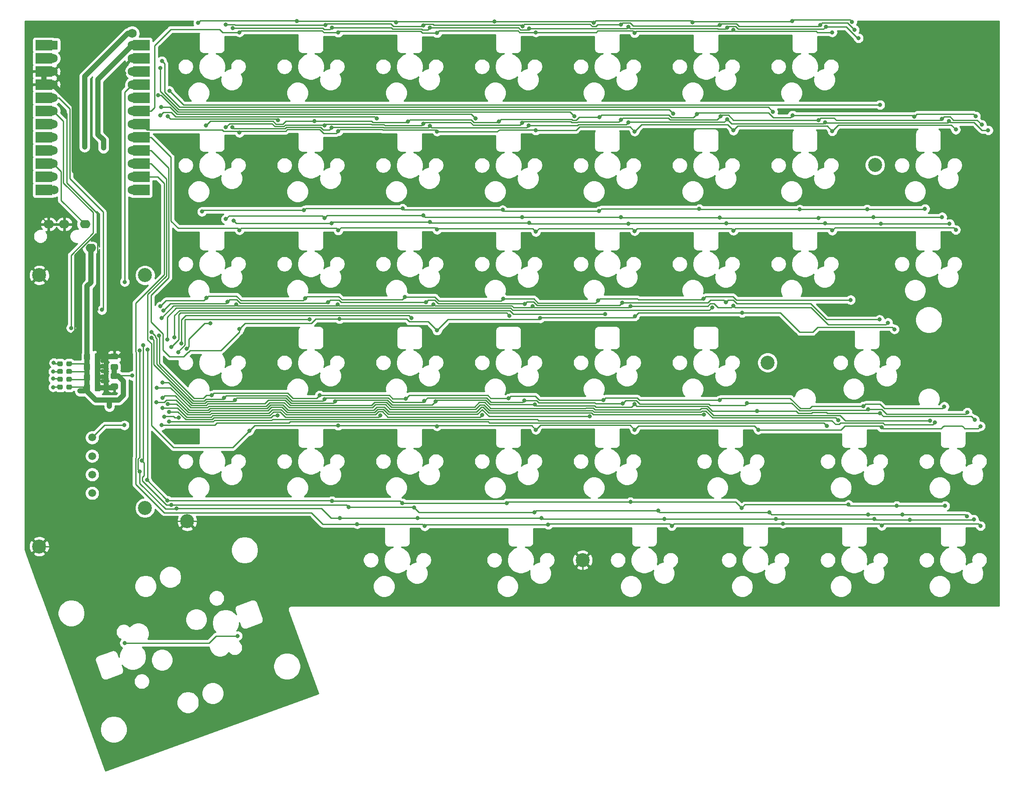
<source format=gtl>
G04 #@! TF.GenerationSoftware,KiCad,Pcbnew,(5.1.6)-1*
G04 #@! TF.CreationDate,2020-11-25T22:12:27-08:00*
G04 #@! TF.ProjectId,ortho_right,6f727468-6f5f-4726-9967-68742e6b6963,rev?*
G04 #@! TF.SameCoordinates,Original*
G04 #@! TF.FileFunction,Copper,L1,Top*
G04 #@! TF.FilePolarity,Positive*
%FSLAX46Y46*%
G04 Gerber Fmt 4.6, Leading zero omitted, Abs format (unit mm)*
G04 Created by KiCad (PCBNEW (5.1.6)-1) date 2020-11-25 22:12:27*
%MOMM*%
%LPD*%
G01*
G04 APERTURE LIST*
G04 #@! TA.AperFunction,SMDPad,CuDef*
%ADD10C,1.500000*%
G04 #@! TD*
G04 #@! TA.AperFunction,ComponentPad*
%ADD11C,1.752600*%
G04 #@! TD*
G04 #@! TA.AperFunction,SMDPad,CuDef*
%ADD12R,3.250000X2.000000*%
G04 #@! TD*
G04 #@! TA.AperFunction,ComponentPad*
%ADD13R,1.752600X1.752600*%
G04 #@! TD*
G04 #@! TA.AperFunction,ComponentPad*
%ADD14C,2.700000*%
G04 #@! TD*
G04 #@! TA.AperFunction,ComponentPad*
%ADD15O,2.000000X1.600000*%
G04 #@! TD*
G04 #@! TA.AperFunction,ViaPad*
%ADD16C,0.800000*%
G04 #@! TD*
G04 #@! TA.AperFunction,Conductor*
%ADD17C,1.000000*%
G04 #@! TD*
G04 #@! TA.AperFunction,Conductor*
%ADD18C,0.250000*%
G04 #@! TD*
G04 #@! TA.AperFunction,Conductor*
%ADD19C,0.254000*%
G04 #@! TD*
G04 APERTURE END LIST*
D10*
X215023700Y-102569432D03*
X215023700Y-98992266D03*
X215023700Y-106146600D03*
X215023700Y-95415100D03*
G04 #@! TA.AperFunction,SMDPad,CuDef*
G36*
G01*
X209352400Y-83938100D02*
X209352400Y-84413100D01*
G75*
G02*
X209114900Y-84650600I-237500J0D01*
G01*
X208539900Y-84650600D01*
G75*
G02*
X208302400Y-84413100I0J237500D01*
G01*
X208302400Y-83938100D01*
G75*
G02*
X208539900Y-83700600I237500J0D01*
G01*
X209114900Y-83700600D01*
G75*
G02*
X209352400Y-83938100I0J-237500D01*
G01*
G37*
G04 #@! TD.AperFunction*
G04 #@! TA.AperFunction,SMDPad,CuDef*
G36*
G01*
X211102400Y-83938100D02*
X211102400Y-84413100D01*
G75*
G02*
X210864900Y-84650600I-237500J0D01*
G01*
X210289900Y-84650600D01*
G75*
G02*
X210052400Y-84413100I0J237500D01*
G01*
X210052400Y-83938100D01*
G75*
G02*
X210289900Y-83700600I237500J0D01*
G01*
X210864900Y-83700600D01*
G75*
G02*
X211102400Y-83938100I0J-237500D01*
G01*
G37*
G04 #@! TD.AperFunction*
G04 #@! TA.AperFunction,SMDPad,CuDef*
G36*
G01*
X209352400Y-85436700D02*
X209352400Y-85911700D01*
G75*
G02*
X209114900Y-86149200I-237500J0D01*
G01*
X208539900Y-86149200D01*
G75*
G02*
X208302400Y-85911700I0J237500D01*
G01*
X208302400Y-85436700D01*
G75*
G02*
X208539900Y-85199200I237500J0D01*
G01*
X209114900Y-85199200D01*
G75*
G02*
X209352400Y-85436700I0J-237500D01*
G01*
G37*
G04 #@! TD.AperFunction*
G04 #@! TA.AperFunction,SMDPad,CuDef*
G36*
G01*
X211102400Y-85436700D02*
X211102400Y-85911700D01*
G75*
G02*
X210864900Y-86149200I-237500J0D01*
G01*
X210289900Y-86149200D01*
G75*
G02*
X210052400Y-85911700I0J237500D01*
G01*
X210052400Y-85436700D01*
G75*
G02*
X210289900Y-85199200I237500J0D01*
G01*
X210864900Y-85199200D01*
G75*
G02*
X211102400Y-85436700I0J-237500D01*
G01*
G37*
G04 #@! TD.AperFunction*
G04 #@! TA.AperFunction,SMDPad,CuDef*
G36*
G01*
X209352400Y-82439500D02*
X209352400Y-82914500D01*
G75*
G02*
X209114900Y-83152000I-237500J0D01*
G01*
X208539900Y-83152000D01*
G75*
G02*
X208302400Y-82914500I0J237500D01*
G01*
X208302400Y-82439500D01*
G75*
G02*
X208539900Y-82202000I237500J0D01*
G01*
X209114900Y-82202000D01*
G75*
G02*
X209352400Y-82439500I0J-237500D01*
G01*
G37*
G04 #@! TD.AperFunction*
G04 #@! TA.AperFunction,SMDPad,CuDef*
G36*
G01*
X211102400Y-82439500D02*
X211102400Y-82914500D01*
G75*
G02*
X210864900Y-83152000I-237500J0D01*
G01*
X210289900Y-83152000D01*
G75*
G02*
X210052400Y-82914500I0J237500D01*
G01*
X210052400Y-82439500D01*
G75*
G02*
X210289900Y-82202000I237500J0D01*
G01*
X210864900Y-82202000D01*
G75*
G02*
X211102400Y-82439500I0J-237500D01*
G01*
G37*
G04 #@! TD.AperFunction*
G04 #@! TA.AperFunction,SMDPad,CuDef*
G36*
G01*
X209352400Y-80940900D02*
X209352400Y-81415900D01*
G75*
G02*
X209114900Y-81653400I-237500J0D01*
G01*
X208539900Y-81653400D01*
G75*
G02*
X208302400Y-81415900I0J237500D01*
G01*
X208302400Y-80940900D01*
G75*
G02*
X208539900Y-80703400I237500J0D01*
G01*
X209114900Y-80703400D01*
G75*
G02*
X209352400Y-80940900I0J-237500D01*
G01*
G37*
G04 #@! TD.AperFunction*
G04 #@! TA.AperFunction,SMDPad,CuDef*
G36*
G01*
X211102400Y-80940900D02*
X211102400Y-81415900D01*
G75*
G02*
X210864900Y-81653400I-237500J0D01*
G01*
X210289900Y-81653400D01*
G75*
G02*
X210052400Y-81415900I0J237500D01*
G01*
X210052400Y-80940900D01*
G75*
G02*
X210289900Y-80703400I237500J0D01*
G01*
X210864900Y-80703400D01*
G75*
G02*
X211102400Y-80940900I0J-237500D01*
G01*
G37*
G04 #@! TD.AperFunction*
G04 #@! TA.AperFunction,SMDPad,CuDef*
G36*
G01*
X219753601Y-80347400D02*
X218853599Y-80347400D01*
G75*
G02*
X218603600Y-80097401I0J249999D01*
G01*
X218603600Y-79447399D01*
G75*
G02*
X218853599Y-79197400I249999J0D01*
G01*
X219753601Y-79197400D01*
G75*
G02*
X220003600Y-79447399I0J-249999D01*
G01*
X220003600Y-80097401D01*
G75*
G02*
X219753601Y-80347400I-249999J0D01*
G01*
G37*
G04 #@! TD.AperFunction*
G04 #@! TA.AperFunction,SMDPad,CuDef*
G36*
G01*
X219753601Y-82397400D02*
X218853599Y-82397400D01*
G75*
G02*
X218603600Y-82147401I0J249999D01*
G01*
X218603600Y-81497399D01*
G75*
G02*
X218853599Y-81247400I249999J0D01*
G01*
X219753601Y-81247400D01*
G75*
G02*
X220003600Y-81497399I0J-249999D01*
G01*
X220003600Y-82147401D01*
G75*
G02*
X219753601Y-82397400I-249999J0D01*
G01*
G37*
G04 #@! TD.AperFunction*
G04 #@! TA.AperFunction,SMDPad,CuDef*
G36*
G01*
X218853599Y-85006600D02*
X219753601Y-85006600D01*
G75*
G02*
X220003600Y-85256599I0J-249999D01*
G01*
X220003600Y-85906601D01*
G75*
G02*
X219753601Y-86156600I-249999J0D01*
G01*
X218853599Y-86156600D01*
G75*
G02*
X218603600Y-85906601I0J249999D01*
G01*
X218603600Y-85256599D01*
G75*
G02*
X218853599Y-85006600I249999J0D01*
G01*
G37*
G04 #@! TD.AperFunction*
G04 #@! TA.AperFunction,SMDPad,CuDef*
G36*
G01*
X218853599Y-82956600D02*
X219753601Y-82956600D01*
G75*
G02*
X220003600Y-83206599I0J-249999D01*
G01*
X220003600Y-83856601D01*
G75*
G02*
X219753601Y-84106600I-249999J0D01*
G01*
X218853599Y-84106600D01*
G75*
G02*
X218603600Y-83856601I0J249999D01*
G01*
X218603600Y-83206599D01*
G75*
G02*
X218853599Y-82956600I249999J0D01*
G01*
G37*
G04 #@! TD.AperFunction*
G04 #@! TA.AperFunction,SMDPad,CuDef*
G36*
G01*
X215511800Y-82288801D02*
X215511800Y-81388799D01*
G75*
G02*
X215761799Y-81138800I249999J0D01*
G01*
X216411801Y-81138800D01*
G75*
G02*
X216661800Y-81388799I0J-249999D01*
G01*
X216661800Y-82288801D01*
G75*
G02*
X216411801Y-82538800I-249999J0D01*
G01*
X215761799Y-82538800D01*
G75*
G02*
X215511800Y-82288801I0J249999D01*
G01*
G37*
G04 #@! TD.AperFunction*
G04 #@! TA.AperFunction,SMDPad,CuDef*
G36*
G01*
X213461800Y-82288801D02*
X213461800Y-81388799D01*
G75*
G02*
X213711799Y-81138800I249999J0D01*
G01*
X214361801Y-81138800D01*
G75*
G02*
X214611800Y-81388799I0J-249999D01*
G01*
X214611800Y-82288801D01*
G75*
G02*
X214361801Y-82538800I-249999J0D01*
G01*
X213711799Y-82538800D01*
G75*
G02*
X213461800Y-82288801I0J249999D01*
G01*
G37*
G04 #@! TD.AperFunction*
G04 #@! TA.AperFunction,SMDPad,CuDef*
G36*
G01*
X215511800Y-84295401D02*
X215511800Y-83395399D01*
G75*
G02*
X215761799Y-83145400I249999J0D01*
G01*
X216411801Y-83145400D01*
G75*
G02*
X216661800Y-83395399I0J-249999D01*
G01*
X216661800Y-84295401D01*
G75*
G02*
X216411801Y-84545400I-249999J0D01*
G01*
X215761799Y-84545400D01*
G75*
G02*
X215511800Y-84295401I0J249999D01*
G01*
G37*
G04 #@! TD.AperFunction*
G04 #@! TA.AperFunction,SMDPad,CuDef*
G36*
G01*
X213461800Y-84295401D02*
X213461800Y-83395399D01*
G75*
G02*
X213711799Y-83145400I249999J0D01*
G01*
X214361801Y-83145400D01*
G75*
G02*
X214611800Y-83395399I0J-249999D01*
G01*
X214611800Y-84295401D01*
G75*
G02*
X214361801Y-84545400I-249999J0D01*
G01*
X213711799Y-84545400D01*
G75*
G02*
X213461800Y-84295401I0J249999D01*
G01*
G37*
G04 #@! TD.AperFunction*
G04 #@! TA.AperFunction,SMDPad,CuDef*
G36*
G01*
X215511800Y-80307601D02*
X215511800Y-79407599D01*
G75*
G02*
X215761799Y-79157600I249999J0D01*
G01*
X216411801Y-79157600D01*
G75*
G02*
X216661800Y-79407599I0J-249999D01*
G01*
X216661800Y-80307601D01*
G75*
G02*
X216411801Y-80557600I-249999J0D01*
G01*
X215761799Y-80557600D01*
G75*
G02*
X215511800Y-80307601I0J249999D01*
G01*
G37*
G04 #@! TD.AperFunction*
G04 #@! TA.AperFunction,SMDPad,CuDef*
G36*
G01*
X213461800Y-80307601D02*
X213461800Y-79407599D01*
G75*
G02*
X213711799Y-79157600I249999J0D01*
G01*
X214361801Y-79157600D01*
G75*
G02*
X214611800Y-79407599I0J-249999D01*
G01*
X214611800Y-80307601D01*
G75*
G02*
X214361801Y-80557600I-249999J0D01*
G01*
X213711799Y-80557600D01*
G75*
G02*
X213461800Y-80307601I0J249999D01*
G01*
G37*
G04 #@! TD.AperFunction*
G04 #@! TA.AperFunction,SMDPad,CuDef*
G36*
G01*
X215511800Y-86251201D02*
X215511800Y-85351199D01*
G75*
G02*
X215761799Y-85101200I249999J0D01*
G01*
X216411801Y-85101200D01*
G75*
G02*
X216661800Y-85351199I0J-249999D01*
G01*
X216661800Y-86251201D01*
G75*
G02*
X216411801Y-86501200I-249999J0D01*
G01*
X215761799Y-86501200D01*
G75*
G02*
X215511800Y-86251201I0J249999D01*
G01*
G37*
G04 #@! TD.AperFunction*
G04 #@! TA.AperFunction,SMDPad,CuDef*
G36*
G01*
X213461800Y-86251201D02*
X213461800Y-85351199D01*
G75*
G02*
X213711799Y-85101200I249999J0D01*
G01*
X214361801Y-85101200D01*
G75*
G02*
X214611800Y-85351199I0J-249999D01*
G01*
X214611800Y-86251201D01*
G75*
G02*
X214361801Y-86501200I-249999J0D01*
G01*
X213711799Y-86501200D01*
G75*
G02*
X213461800Y-86251201I0J249999D01*
G01*
G37*
G04 #@! TD.AperFunction*
D11*
X222719900Y-17435000D03*
D12*
X224497900Y-19685000D03*
X224497900Y-22225000D03*
X224497900Y-24765000D03*
X224497900Y-27305000D03*
X224497900Y-29845000D03*
X224497900Y-32385000D03*
X224497900Y-34925000D03*
X224497900Y-37465000D03*
X224497900Y-40005000D03*
X224497900Y-42545000D03*
X224497900Y-45085000D03*
X224497900Y-47625000D03*
X205701900Y-47625000D03*
X205701900Y-45085000D03*
X205701900Y-42545000D03*
X205701900Y-40005000D03*
X205701900Y-37465000D03*
X205701900Y-34925000D03*
X205701900Y-32385000D03*
X205701900Y-29845000D03*
X205701900Y-27305000D03*
X205701900Y-24765000D03*
X205701900Y-22225000D03*
X205701900Y-19685000D03*
D11*
X222719900Y-19685000D03*
X207708500Y-47625000D03*
X222719900Y-22225000D03*
X222719900Y-24765000D03*
X222719900Y-27305000D03*
X222719900Y-29845000D03*
X222719900Y-32385000D03*
X222719900Y-34925000D03*
X222719900Y-37465000D03*
X222719900Y-40005000D03*
X222719900Y-42545000D03*
X222719900Y-45085000D03*
X222719900Y-47625000D03*
X207479900Y-45085000D03*
X207479900Y-42545000D03*
X207479900Y-40005000D03*
X207479900Y-37465000D03*
X207479900Y-34925000D03*
X207479900Y-32385000D03*
X207479900Y-29845000D03*
X207479900Y-27305000D03*
X207479900Y-24765000D03*
X207479900Y-22225000D03*
D13*
X207479900Y-19685000D03*
D14*
X204822000Y-64100000D03*
X225213000Y-64100000D03*
X204822000Y-116434000D03*
X365988600Y-42824400D03*
X309575200Y-119062500D03*
X345236800Y-80962500D03*
X225213000Y-109012000D03*
X233337100Y-111582200D03*
D15*
X209641300Y-54250000D03*
X206641300Y-54250000D03*
X213641300Y-54250000D03*
X214741300Y-58850000D03*
D16*
X221234000Y-25120600D03*
X377266200Y-29870400D03*
X248158000Y-22479000D03*
X266903200Y-22631400D03*
X229006400Y-129717800D03*
X387883400Y-108559600D03*
X381228600Y-67513200D03*
X354279200Y-66319400D03*
X354863400Y-47675800D03*
X353872800Y-28625800D03*
X209296000Y-32004000D03*
X210108800Y-75463400D03*
X221361000Y-78308200D03*
X211295990Y-78504790D03*
X217855800Y-80162400D03*
X217855800Y-81153000D03*
X217855800Y-82143600D03*
X217855800Y-83134200D03*
X217855800Y-85115400D03*
X217855800Y-84124800D03*
X217017600Y-80619600D03*
X217017600Y-81610200D03*
X217017600Y-82600800D03*
X217017600Y-84582000D03*
X217017600Y-83591400D03*
X216230200Y-82092800D03*
X216230200Y-81102200D03*
X216230200Y-85064600D03*
X216230200Y-83083400D03*
X216230200Y-84074000D03*
X216230200Y-80111600D03*
X381381000Y-50546000D03*
X377240800Y-80340200D03*
X383235200Y-87757000D03*
X329565000Y-96494600D03*
X329107800Y-72821800D03*
X328879200Y-58597800D03*
X328574400Y-39852600D03*
X309143400Y-39395400D03*
X309448200Y-58750200D03*
X309905400Y-77952600D03*
X309600600Y-96418400D03*
X290245800Y-97231200D03*
X290093400Y-77292200D03*
X290474400Y-58470800D03*
X290601400Y-39725600D03*
X271703800Y-39268400D03*
X271703800Y-58851800D03*
X271246600Y-78181200D03*
X271348200Y-97053400D03*
X252272800Y-97053400D03*
X252476000Y-78105000D03*
X252374400Y-59309000D03*
X252476000Y-40081200D03*
X233578400Y-39700200D03*
X233400600Y-59131200D03*
X234772200Y-101879400D03*
X356920800Y-97332800D03*
X369722400Y-96901000D03*
X376478800Y-97231200D03*
X367944400Y-86563200D03*
X367715800Y-78994000D03*
X347573600Y-58775600D03*
X347218000Y-38989000D03*
X233908600Y-83083400D03*
X241427000Y-79222600D03*
X260273800Y-78714600D03*
X230809800Y-82169000D03*
X232359200Y-96113600D03*
X233705400Y-94157800D03*
X241274600Y-98679000D03*
X218338400Y-89408000D03*
X212664600Y-86445800D03*
X222751379Y-83477053D03*
X356717600Y-93192600D03*
X228447600Y-93040198D03*
X221234002Y-93040198D03*
X242163600Y-16433800D03*
X318439800Y-16129000D03*
X368452400Y-73253600D03*
X261264400Y-16288021D03*
X280162000Y-16338821D03*
X299313600Y-16465821D03*
X337439000Y-16288021D03*
X356514400Y-16129000D03*
X362788202Y-18338800D03*
X338607400Y-69951600D03*
X299948600Y-70071979D03*
X242773200Y-69723568D03*
X280847800Y-69723568D03*
X262382000Y-69723568D03*
X228396800Y-72339200D03*
X318795400Y-70080820D03*
X292608000Y-15113000D03*
X254508000Y-15011400D03*
X235458010Y-15392400D03*
X273583400Y-15290800D03*
X311759600Y-15341600D03*
X330733400Y-15265400D03*
X349961200Y-15062200D03*
X361543594Y-15213490D03*
X312555081Y-68946221D03*
X332892400Y-68630800D03*
X361264200Y-68859400D03*
X294284400Y-68656200D03*
X275343336Y-68280899D03*
X256057400Y-68580000D03*
X237063318Y-68484017D03*
X228193600Y-70053200D03*
X316992000Y-15722600D03*
X240792000Y-15685610D03*
X259994400Y-15838010D03*
X278892000Y-15888810D03*
X297967400Y-16015810D03*
X336042000Y-15838010D03*
X366826640Y-72653160D03*
X355371400Y-15773400D03*
X362000800Y-16713200D03*
X241096800Y-69189600D03*
X337220936Y-69302790D03*
X298450000Y-69621968D03*
X260527798Y-69273557D03*
X279416517Y-69273557D03*
X228727000Y-70916800D03*
X317220600Y-69355810D03*
X243423093Y-17206307D03*
X262473093Y-17257107D03*
X281523093Y-17333307D03*
X300573093Y-17210693D03*
X319623093Y-17333307D03*
X338673093Y-16738032D03*
X357723093Y-17209610D03*
X385191000Y-91973400D03*
X387781800Y-36118800D03*
X280162000Y-35312621D03*
X299161200Y-35160221D03*
X366928400Y-90703400D03*
X281228800Y-88468200D03*
X319608200Y-88976200D03*
X300405800Y-89060157D03*
X242519200Y-88174513D03*
X343255600Y-90279357D03*
X226493053Y-76177639D03*
X261823200Y-88449421D03*
X261188200Y-35625087D03*
X337468750Y-33974729D03*
X318389000Y-34580990D03*
X356317001Y-34580990D03*
X380212600Y-34377790D03*
X242017001Y-35546190D03*
X350062800Y-33223201D03*
X385368800Y-33401000D03*
X275920200Y-34452458D03*
X293446200Y-34417000D03*
X313613800Y-88163400D03*
X335991200Y-88214200D03*
X363728000Y-89382600D03*
X275513800Y-87902779D03*
X295325800Y-87851979D03*
X379323600Y-89433400D03*
X227937388Y-75739083D03*
X258876798Y-87274400D03*
X331597000Y-32995168D03*
X312810674Y-33571953D03*
X236931200Y-35225876D03*
X373571000Y-33477768D03*
X257835400Y-34341368D03*
X238037061Y-87282419D03*
X316992000Y-34112200D03*
X386537200Y-35001200D03*
X278892000Y-34862610D03*
X297942000Y-34710210D03*
X383768600Y-90576400D03*
X317347600Y-88835390D03*
X364633064Y-89952990D03*
X279069800Y-88352790D03*
X298323000Y-88301990D03*
X341299800Y-88784590D03*
X240436400Y-87724502D03*
X259816600Y-87999410D03*
X259842000Y-35175076D03*
X336169000Y-33445179D03*
X355092000Y-34130979D03*
X378905000Y-33927779D03*
X240792000Y-35546190D03*
X226429410Y-75079510D03*
X381536093Y-35989107D03*
X357723093Y-36281707D03*
X338673093Y-36154707D03*
X319623093Y-36336893D03*
X300573093Y-36129307D03*
X281523093Y-36336893D03*
X262473093Y-36307107D03*
X243423093Y-36575909D03*
X380339600Y-54152800D03*
X356362000Y-54076600D03*
X337267001Y-54057001D03*
X318389000Y-54178200D03*
X299288200Y-54000400D03*
X280136600Y-53848000D03*
X261188200Y-54076600D03*
X242290600Y-53594000D03*
X385013200Y-111201200D03*
X365842001Y-111156201D03*
X346862400Y-111125000D03*
X325360501Y-111136901D03*
X301650400Y-110998000D03*
X277799800Y-110947200D03*
X367080800Y-54152800D03*
X372705799Y-111342001D03*
X262788400Y-110947200D03*
X224164378Y-78587600D03*
X231292400Y-109118400D03*
X224199179Y-101981000D03*
X215025816Y-102567316D03*
X351434400Y-51384200D03*
X332079600Y-51282600D03*
X312775600Y-51714400D03*
X294157400Y-51485800D03*
X274853400Y-51206400D03*
X255879600Y-51562000D03*
X236194600Y-51816000D03*
X379476000Y-108610400D03*
X360832400Y-108381800D03*
X340233000Y-109016800D03*
X318801500Y-107842300D03*
X294989000Y-108083600D03*
X274828000Y-108077000D03*
X364439200Y-51358800D03*
X370154200Y-108610400D03*
X229522890Y-107575721D03*
X261252102Y-107668381D03*
X375600810Y-51268210D03*
X225727700Y-78489191D03*
X225578285Y-103631115D03*
X215023700Y-106146600D03*
X378905000Y-52845200D03*
X355092000Y-53035200D03*
X336042000Y-53009800D03*
X316992000Y-52857400D03*
X297942000Y-52882800D03*
X278892000Y-52552600D03*
X259842000Y-53035200D03*
X240792000Y-53263800D03*
X383667000Y-110617000D03*
X364617000Y-110312200D03*
X345567000Y-109829600D03*
X324135500Y-109518700D03*
X300323000Y-109861600D03*
X365696000Y-52845200D03*
X371271800Y-110312200D03*
X224889380Y-77647800D03*
X264490200Y-108839000D03*
X277063200Y-108915200D03*
X230247900Y-108458588D03*
X224587935Y-99908655D03*
X215023700Y-98992266D03*
X243423093Y-55382507D03*
X262473093Y-55433307D03*
X281523093Y-55285293D03*
X300573093Y-55717093D03*
X319623093Y-55564693D03*
X338673093Y-55484107D03*
X357723093Y-55463093D03*
X381536093Y-55318507D03*
X358843155Y-92092364D03*
X227457002Y-85852000D03*
X243423093Y-74462293D03*
X281523093Y-74737307D03*
X369703693Y-74516907D03*
X340360000Y-71323200D03*
X319659000Y-72009000D03*
X301421800Y-72390000D03*
X262712200Y-72542400D03*
X262473093Y-93101507D03*
X281523093Y-93228507D03*
X367248093Y-93461493D03*
X386298093Y-93232893D03*
X300573093Y-93917610D03*
X319623093Y-93917610D03*
X343436093Y-93917610D03*
X245313200Y-94157800D03*
X386298093Y-112486093D03*
X367248093Y-112430907D03*
X348198093Y-112028893D03*
X326766593Y-112501007D03*
X302954093Y-112250893D03*
X279141593Y-112517593D03*
X243078000Y-133705600D03*
X221261203Y-135079003D03*
X266113806Y-112117594D03*
X237788319Y-73336281D03*
X233231355Y-78289766D03*
X231600184Y-78932298D03*
X256921000Y-72579390D03*
X229596401Y-33381401D03*
X250869999Y-34196157D03*
X232181400Y-77241400D03*
X276580600Y-72325390D03*
X228168200Y-33223200D03*
X269888368Y-33865957D03*
X230251000Y-77927200D03*
X295478200Y-71893590D03*
X228320600Y-31673800D03*
X288969999Y-33875843D03*
X230899820Y-76094458D03*
X313893200Y-71563390D03*
X227761800Y-29362400D03*
X308019999Y-33425832D03*
X229489000Y-76479400D03*
X334543400Y-70293390D03*
X228168200Y-24079198D03*
X327069999Y-32925012D03*
X377520200Y-92506800D03*
X229870000Y-92303600D03*
X228473000Y-22733000D03*
X346303600Y-32525810D03*
X366928400Y-31191200D03*
X229895400Y-28473398D03*
X231677141Y-91588659D03*
X228904800Y-91389200D03*
X250740218Y-91186009D03*
X229844600Y-90449400D03*
X228574600Y-89687400D03*
X270594319Y-91149487D03*
X290214729Y-91067017D03*
X229572961Y-88933161D03*
X310946800Y-91363800D03*
X227406200Y-88572012D03*
X332968600Y-91008200D03*
X228574602Y-87757000D03*
X376555000Y-92151200D03*
X228574600Y-84836000D03*
X207619600Y-81000600D03*
X207518000Y-82677000D03*
X207492600Y-85699600D03*
X216890600Y-70789800D03*
X207492600Y-84074000D03*
X210933190Y-74269600D03*
X213563200Y-39344600D03*
X217195400Y-39547800D03*
X221284800Y-65379600D03*
D17*
X216086800Y-79857600D02*
X216086800Y-81838800D01*
X216086800Y-81838800D02*
X216086800Y-83845400D01*
X216086800Y-83845400D02*
X216086800Y-85801200D01*
D18*
X216290000Y-83642200D02*
X216086800Y-83845400D01*
X216086800Y-81936696D02*
X216827102Y-82676998D01*
X216086800Y-81838800D02*
X216086800Y-81936696D01*
X205701900Y-27305000D02*
X202539600Y-27305000D01*
X202539600Y-27305000D02*
X202285600Y-27559000D01*
X202285600Y-49894300D02*
X206641300Y-54250000D01*
X202285600Y-27559000D02*
X202285600Y-49894300D01*
X221234000Y-23710900D02*
X221234000Y-25120600D01*
X222719900Y-22225000D02*
X221234000Y-23710900D01*
D17*
X216172000Y-79772400D02*
X216086800Y-79857600D01*
X219303600Y-79772400D02*
X216172000Y-79772400D01*
X219084000Y-85801200D02*
X219303600Y-85581600D01*
X216086800Y-85801200D02*
X219084000Y-85801200D01*
D18*
X309575200Y-119062500D02*
X309575200Y-124104400D01*
X309575200Y-124104400D02*
X306832000Y-126847600D01*
X306832000Y-126847600D02*
X260832600Y-126847600D01*
X245567200Y-111582200D02*
X233337100Y-111582200D01*
X260832600Y-126847600D02*
X245567200Y-111582200D01*
X233337100Y-111582200D02*
X212979000Y-111582200D01*
X208127200Y-116434000D02*
X204822000Y-116434000D01*
X212979000Y-111582200D02*
X208127200Y-116434000D01*
D17*
X205701900Y-24765000D02*
X207479900Y-24765000D01*
X205701900Y-27305000D02*
X207479900Y-27305000D01*
X205701900Y-27305000D02*
X205701900Y-24765000D01*
X222719900Y-22225000D02*
X224497900Y-22225000D01*
X219570789Y-51930789D02*
X211582000Y-43942000D01*
X219570789Y-76373611D02*
X219570789Y-51930789D01*
X211582000Y-31407100D02*
X207479900Y-27305000D01*
X211582000Y-43942000D02*
X211582000Y-31407100D01*
X216086800Y-79857600D02*
X219570789Y-76373611D01*
D18*
X209296000Y-32004000D02*
X210159600Y-32867600D01*
X210159600Y-46302790D02*
X215749010Y-51892200D01*
X210159600Y-32867600D02*
X210159600Y-46302790D01*
X216066310Y-70625910D02*
X216165599Y-70725199D01*
X215749010Y-51892200D02*
X216066310Y-52209500D01*
X216066310Y-56069290D02*
X216066310Y-70625910D01*
X216066310Y-52209500D02*
X216066310Y-56069290D01*
X210902402Y-75463400D02*
X210108800Y-75463400D01*
X211658200Y-74707602D02*
X210902402Y-75463400D01*
X211658200Y-60142096D02*
X211658200Y-74707602D01*
X215731006Y-56069290D02*
X211658200Y-60142096D01*
X216066310Y-56069290D02*
X215731006Y-56069290D01*
X219303600Y-79772400D02*
X219896800Y-79772400D01*
X219896800Y-79772400D02*
X221361000Y-78308200D01*
X219574000Y-81711800D02*
X219684600Y-81822400D01*
X219193000Y-83642200D02*
X219303600Y-83531600D01*
D17*
X214036800Y-83845400D02*
X214036800Y-85801200D01*
X219303600Y-83531600D02*
X219303600Y-81822400D01*
X214036800Y-86501200D02*
X214036800Y-85801200D01*
X215724400Y-88188800D02*
X214036800Y-86501200D01*
X219303600Y-83531600D02*
X220003600Y-83531600D01*
X220003600Y-83531600D02*
X221030800Y-84558800D01*
X221030800Y-84558800D02*
X221030800Y-87249000D01*
X221030800Y-87249000D02*
X220091000Y-88188800D01*
D18*
X213842600Y-81178400D02*
X214036800Y-80984200D01*
X210577400Y-81178400D02*
X213842600Y-81178400D01*
D17*
X214036800Y-79857600D02*
X214036800Y-80984200D01*
X214036800Y-80984200D02*
X214036800Y-81838800D01*
D18*
X213741000Y-82677000D02*
X214036800Y-82972800D01*
X210577400Y-82677000D02*
X213741000Y-82677000D01*
D17*
X214036800Y-81838800D02*
X214036800Y-82972800D01*
X214036800Y-82972800D02*
X214036800Y-83845400D01*
D18*
X213706600Y-84175600D02*
X214036800Y-83845400D01*
X210577400Y-84175600D02*
X213706600Y-84175600D01*
X213909800Y-85674200D02*
X214036800Y-85801200D01*
X210577400Y-85674200D02*
X213909800Y-85674200D01*
D17*
X214036800Y-79857600D02*
X214036800Y-66176000D01*
X214741300Y-65471500D02*
X214741300Y-58850000D01*
X214036800Y-66176000D02*
X214741300Y-65471500D01*
X213392200Y-86445800D02*
X214036800Y-85801200D01*
X212664600Y-86445800D02*
X213392200Y-86445800D01*
X218338400Y-89408000D02*
X218338400Y-88366600D01*
X220091000Y-88188800D02*
X218516200Y-88188800D01*
X218338400Y-88366600D02*
X218516200Y-88188800D01*
X218516200Y-88188800D02*
X215724400Y-88188800D01*
D18*
X220003600Y-83531600D02*
X220058147Y-83477053D01*
X220058147Y-83477053D02*
X222751379Y-83477053D01*
D17*
X205701900Y-42545000D02*
X207479900Y-42545000D01*
D18*
X209023789Y-44088889D02*
X209023789Y-49632489D01*
X209023789Y-49632489D02*
X213641300Y-54250000D01*
X207479900Y-42545000D02*
X209023789Y-44088889D01*
X238629685Y-93040198D02*
X228447600Y-93040198D01*
X356115189Y-92590189D02*
X291605391Y-92590189D01*
X252973811Y-92594599D02*
X239075284Y-92594599D01*
X253200801Y-92367609D02*
X252973811Y-92594599D01*
X291382811Y-92367609D02*
X253200801Y-92367609D01*
X291605391Y-92590189D02*
X291382811Y-92367609D01*
X239075284Y-92594599D02*
X238629685Y-93040198D01*
X356717600Y-93192600D02*
X356115189Y-92590189D01*
X217398602Y-93040198D02*
X215023700Y-95415100D01*
X221234002Y-93040198D02*
X217398602Y-93040198D01*
X259771406Y-16688020D02*
X260864401Y-16688020D01*
X242163600Y-16433800D02*
X259517186Y-16433800D01*
X259517186Y-16433800D02*
X259771406Y-16688020D01*
X260864401Y-16688020D02*
X261264400Y-16288021D01*
X279762001Y-16738820D02*
X280162000Y-16338821D01*
X278522998Y-16542012D02*
X278719806Y-16738820D01*
X272947399Y-16542012D02*
X278522998Y-16542012D01*
X278719806Y-16738820D02*
X279762001Y-16738820D01*
X272693408Y-16288021D02*
X272947399Y-16542012D01*
X261264400Y-16288021D02*
X272693408Y-16288021D01*
X280162000Y-16338821D02*
X297217407Y-16338821D01*
X297619398Y-16740812D02*
X299038609Y-16740812D01*
X297217407Y-16338821D02*
X297619398Y-16740812D01*
X299038609Y-16740812D02*
X299313600Y-16465821D01*
X311225199Y-16516612D02*
X311174408Y-16465821D01*
X311174408Y-16465821D02*
X299313600Y-16465821D01*
X312344792Y-16465821D02*
X312294001Y-16516612D01*
X312294001Y-16516612D02*
X311225199Y-16516612D01*
X318439800Y-16129000D02*
X318102979Y-16465821D01*
X318102979Y-16465821D02*
X312344792Y-16465821D01*
X335592398Y-16461412D02*
X335693998Y-16563012D01*
X337164009Y-16563012D02*
X337439000Y-16288021D01*
X318772212Y-16461412D02*
X335592398Y-16461412D01*
X335693998Y-16563012D02*
X337164009Y-16563012D01*
X318439800Y-16129000D02*
X318772212Y-16461412D01*
X356514400Y-16129000D02*
X356043397Y-16600003D01*
X339576786Y-16528999D02*
X339060809Y-16013022D01*
X354871001Y-16600003D02*
X354799997Y-16528999D01*
X354799997Y-16528999D02*
X339576786Y-16528999D01*
X337713999Y-16013022D02*
X337439000Y-16288021D01*
X339060809Y-16013022D02*
X337713999Y-16013022D01*
X356043397Y-16600003D02*
X354871001Y-16600003D01*
X356514400Y-16129000D02*
X360368315Y-16129000D01*
X362578115Y-18338800D02*
X362788202Y-18338800D01*
X360368315Y-16129000D02*
X362578115Y-18338800D01*
X280847800Y-69723568D02*
X280572801Y-69998567D01*
X280572801Y-69998567D02*
X262656999Y-69998567D01*
X262656999Y-69998567D02*
X262382000Y-69723568D01*
X242498201Y-69998567D02*
X230737433Y-69998567D01*
X242773200Y-69723568D02*
X242498201Y-69998567D01*
X230737433Y-69998567D02*
X228396800Y-72339200D01*
X368452400Y-73253600D02*
X368052401Y-73653599D01*
X339007399Y-70351599D02*
X338607400Y-69951600D01*
X356963789Y-73653599D02*
X353661789Y-70351599D01*
X368052401Y-73653599D02*
X356963789Y-73653599D01*
X353661789Y-70351599D02*
X339007399Y-70351599D01*
X338207401Y-70351599D02*
X335674613Y-70351599D01*
X334891402Y-69568388D02*
X334195398Y-69568388D01*
X338607400Y-69951600D02*
X338207401Y-70351599D01*
X300223599Y-70346978D02*
X318529242Y-70346978D01*
X299948600Y-70071979D02*
X300223599Y-70346978D01*
X318529242Y-70346978D02*
X318795400Y-70080820D01*
X318846200Y-70030020D02*
X318795400Y-70080820D01*
X333733766Y-70030020D02*
X318846200Y-70030020D01*
X335674613Y-70351599D02*
X334891402Y-69568388D01*
X334195398Y-69568388D02*
X333733766Y-70030020D01*
X243048199Y-69998567D02*
X242773200Y-69723568D01*
X262382000Y-69723568D02*
X262107001Y-69998567D01*
X262107001Y-69998567D02*
X243048199Y-69998567D01*
X295929003Y-69998567D02*
X281122799Y-69998567D01*
X296277414Y-70346978D02*
X295929003Y-69998567D01*
X281122799Y-69998567D02*
X280847800Y-69723568D01*
X299948600Y-70071979D02*
X299673601Y-70346978D01*
X299673601Y-70346978D02*
X296277414Y-70346978D01*
X235889810Y-14960600D02*
X235458010Y-15392400D01*
X254457200Y-14960600D02*
X235889810Y-14960600D01*
X254508000Y-15011400D02*
X254457200Y-14960600D01*
X273304000Y-15011400D02*
X273583400Y-15290800D01*
X254508000Y-15011400D02*
X273304000Y-15011400D01*
X273558000Y-15265400D02*
X273583400Y-15290800D01*
X273558000Y-15163800D02*
X273558000Y-15265400D01*
X292608000Y-15113000D02*
X292557200Y-15163800D01*
X292557200Y-15163800D02*
X273558000Y-15163800D01*
X292608000Y-15113000D02*
X311531000Y-15113000D01*
X311531000Y-15113000D02*
X311759600Y-15341600D01*
X312159599Y-14941601D02*
X330409601Y-14941601D01*
X330409601Y-14941601D02*
X330733400Y-15265400D01*
X311759600Y-15341600D02*
X312159599Y-14941601D01*
X330733400Y-15265400D02*
X330885800Y-15113000D01*
X330885800Y-15113000D02*
X349910400Y-15113000D01*
X349910400Y-15113000D02*
X349961200Y-15062200D01*
X361143595Y-14813491D02*
X361543594Y-15213490D01*
X350209909Y-14813491D02*
X361143595Y-14813491D01*
X349961200Y-15062200D02*
X350209909Y-14813491D01*
X228168200Y-70078600D02*
X228193600Y-70053200D01*
X236560935Y-68986400D02*
X237063318Y-68484017D01*
X229260400Y-68986400D02*
X236560935Y-68986400D01*
X333292399Y-68230801D02*
X338596016Y-68230801D01*
X332892400Y-68630800D02*
X333292399Y-68230801D01*
X338596016Y-68230801D02*
X339224615Y-68859400D01*
X339224615Y-68859400D02*
X361264200Y-68859400D01*
X294284400Y-68656200D02*
X293884401Y-69056199D01*
X281864446Y-69056199D02*
X281089146Y-68280899D01*
X293884401Y-69056199D02*
X281864446Y-69056199D01*
X275343336Y-68280899D02*
X274790235Y-68834000D01*
X255657401Y-68979999D02*
X243713646Y-68979999D01*
X242817665Y-68084018D02*
X237463317Y-68084018D01*
X256057400Y-68580000D02*
X255657401Y-68979999D01*
X243713646Y-68979999D02*
X242817665Y-68084018D01*
X237463317Y-68084018D02*
X237063318Y-68484017D01*
X274790235Y-68834000D02*
X263176447Y-68834000D01*
X262522448Y-68180001D02*
X256457399Y-68180001D01*
X256457399Y-68180001D02*
X256057400Y-68580000D01*
X263176447Y-68834000D02*
X262522448Y-68180001D01*
X281089146Y-68280899D02*
X275343336Y-68280899D01*
X228193600Y-70053200D02*
X229260400Y-68986400D01*
X301004236Y-69443600D02*
X300216836Y-68656200D01*
X300216836Y-68656200D02*
X294284400Y-68656200D01*
X312555081Y-68946221D02*
X312057702Y-69443600D01*
X312057702Y-69443600D02*
X301004236Y-69443600D01*
X312870502Y-68630800D02*
X320123815Y-68630800D01*
X320320402Y-68827387D02*
X332695813Y-68827387D01*
X320123815Y-68630800D02*
X320320402Y-68827387D01*
X332695813Y-68827387D02*
X332892400Y-68630800D01*
X312555081Y-68946221D02*
X312870502Y-68630800D01*
X242488412Y-15685610D02*
X242640812Y-15838010D01*
X242640812Y-15838010D02*
X259994400Y-15838010D01*
X240792000Y-15685610D02*
X242488412Y-15685610D01*
X273159199Y-16092001D02*
X278688809Y-16092001D01*
X272630209Y-15563011D02*
X273159199Y-16092001D01*
X260269399Y-15563011D02*
X272630209Y-15563011D01*
X259994400Y-15838010D02*
X260269399Y-15563011D01*
X278688809Y-16092001D02*
X278892000Y-15888810D01*
X280944012Y-15838010D02*
X297789600Y-15838010D01*
X278892000Y-15888810D02*
X279166999Y-15613811D01*
X280719813Y-15613811D02*
X280944012Y-15838010D01*
X297789600Y-15838010D02*
X297967400Y-16015810D01*
X279166999Y-15613811D02*
X280719813Y-15613811D01*
X316992000Y-15722600D02*
X312451602Y-15722600D01*
X312107601Y-16066601D02*
X311436999Y-16066601D01*
X311436999Y-16066601D02*
X310986209Y-15615811D01*
X298367399Y-15615811D02*
X297967400Y-16015810D01*
X312451602Y-15722600D02*
X312107601Y-16066601D01*
X310986209Y-15615811D02*
X298367399Y-15615811D01*
X317310601Y-15403999D02*
X318787801Y-15403999D01*
X335889609Y-15990401D02*
X336042000Y-15838010D01*
X318787801Y-15403999D02*
X319374203Y-15990401D01*
X319374203Y-15990401D02*
X335889609Y-15990401D01*
X316992000Y-15722600D02*
X317310601Y-15403999D01*
X336316999Y-15563011D02*
X339247209Y-15563011D01*
X339755997Y-16071799D02*
X355073001Y-16071799D01*
X355073001Y-16071799D02*
X355371400Y-15773400D01*
X339247209Y-15563011D02*
X339755997Y-16071799D01*
X336042000Y-15838010D02*
X336316999Y-15563011D01*
X355771399Y-15373401D02*
X360661001Y-15373401D01*
X355371400Y-15773400D02*
X355771399Y-15373401D01*
X360661001Y-15373401D02*
X362000800Y-16713200D01*
X230095244Y-69548556D02*
X240737844Y-69548556D01*
X260349998Y-69451357D02*
X260527798Y-69273557D01*
X243548593Y-69451357D02*
X260349998Y-69451357D01*
X240737844Y-69548556D02*
X241096800Y-69189600D01*
X281720392Y-69548556D02*
X281045394Y-68873558D01*
X242886837Y-68789601D02*
X243548593Y-69451357D01*
X279416517Y-69273557D02*
X279391117Y-69298957D01*
X298376588Y-69548556D02*
X281720392Y-69548556D01*
X281045394Y-68873558D02*
X279816516Y-68873558D01*
X260927797Y-68873558D02*
X260527798Y-69273557D01*
X263004993Y-69298957D02*
X262579594Y-68873558D01*
X262579594Y-68873558D02*
X260927797Y-68873558D01*
X279391117Y-69298957D02*
X263004993Y-69298957D01*
X298450000Y-69621968D02*
X298376588Y-69548556D01*
X241096800Y-69189600D02*
X241496799Y-68789601D01*
X279816516Y-68873558D02*
X279416517Y-69273557D01*
X241496799Y-68789601D02*
X242886837Y-68789601D01*
X228727000Y-70916800D02*
X230095244Y-69548556D01*
X337620935Y-68902791D02*
X337220936Y-69302790D01*
X338631595Y-68902791D02*
X337620935Y-68902791D01*
X356599760Y-72653160D02*
X353542598Y-69595998D01*
X353542598Y-69595998D02*
X339324802Y-69595998D01*
X366826640Y-72653160D02*
X356599760Y-72653160D01*
X339324802Y-69595998D02*
X338631595Y-68902791D01*
X300821192Y-69896967D02*
X316679443Y-69896967D01*
X334224584Y-68902791D02*
X333771565Y-69355810D01*
X333771565Y-69355810D02*
X317220600Y-69355810D01*
X298849999Y-69221969D02*
X300146194Y-69221969D01*
X300146194Y-69221969D02*
X300821192Y-69896967D01*
X336820937Y-68902791D02*
X334224584Y-68902791D01*
X316679443Y-69896967D02*
X317220600Y-69355810D01*
X298450000Y-69621968D02*
X298849999Y-69221969D01*
X337220936Y-69302790D02*
X336820937Y-68902791D01*
X259704082Y-17257107D02*
X259356186Y-16909211D01*
X259356186Y-16909211D02*
X243720189Y-16909211D01*
X262473093Y-17257107D02*
X259704082Y-17257107D01*
X243720189Y-16909211D02*
X243423093Y-17206307D01*
X278677882Y-17333307D02*
X278336598Y-16992023D01*
X262738177Y-16992023D02*
X262473093Y-17257107D01*
X278336598Y-16992023D02*
X262738177Y-16992023D01*
X281523093Y-17333307D02*
X278677882Y-17333307D01*
X297452868Y-17210693D02*
X297175483Y-16933308D01*
X297175483Y-16933308D02*
X281923092Y-16933308D01*
X281923092Y-16933308D02*
X281523093Y-17333307D01*
X300573093Y-17210693D02*
X297452868Y-17210693D01*
X319623093Y-17333307D02*
X319223094Y-16933308D01*
X312210931Y-17210693D02*
X300573093Y-17210693D01*
X319223094Y-16933308D02*
X312488316Y-16933308D01*
X312488316Y-16933308D02*
X312210931Y-17210693D01*
X319623093Y-17333307D02*
X319928910Y-17027490D01*
X338383635Y-17027490D02*
X338673093Y-16738032D01*
X319928910Y-17027490D02*
X338383635Y-17027490D01*
X338927661Y-16992600D02*
X354627187Y-16992600D01*
X354627187Y-16992600D02*
X354844197Y-17209610D01*
X354844197Y-17209610D02*
X357723093Y-17209610D01*
X338673093Y-16738032D02*
X338927661Y-16992600D01*
D17*
X222719900Y-32385000D02*
X224497900Y-32385000D01*
D18*
X227036799Y-31721101D02*
X226372900Y-32385000D01*
X230174800Y-16611600D02*
X227036799Y-19749601D01*
X239574452Y-16611600D02*
X230174800Y-16611600D01*
X226372900Y-32385000D02*
X224497900Y-32385000D01*
X227036799Y-19749601D02*
X227036799Y-31721101D01*
X243423093Y-17206307D02*
X240169159Y-17206307D01*
X240169159Y-17206307D02*
X239574452Y-16611600D01*
X280441391Y-35592012D02*
X298729409Y-35592012D01*
X298729409Y-35592012D02*
X299161200Y-35160221D01*
X280162000Y-35312621D02*
X280441391Y-35592012D01*
X367563400Y-91338400D02*
X366928400Y-90703400D01*
X384556000Y-91338400D02*
X367563400Y-91338400D01*
X385191000Y-91973400D02*
X384556000Y-91338400D01*
X319608200Y-88976200D02*
X319016234Y-89568166D01*
X300634409Y-89288766D02*
X300405800Y-89060157D01*
X311854001Y-89288766D02*
X300634409Y-89288766D01*
X319016234Y-89568166D02*
X312133400Y-89568166D01*
X312133400Y-89568166D02*
X311854001Y-89288766D01*
X281493247Y-88203753D02*
X290922428Y-88203753D01*
X291778832Y-89060157D02*
X300405800Y-89060157D01*
X290922428Y-88203753D02*
X291778832Y-89060157D01*
X281228800Y-88468200D02*
X281493247Y-88203753D01*
X351207279Y-90696523D02*
X350790113Y-90279357D01*
X319608200Y-88976200D02*
X320015177Y-89383177D01*
X333689401Y-89383177D02*
X334585581Y-90279357D01*
X366928400Y-90703400D02*
X366917378Y-90692378D01*
X320015177Y-89383177D02*
X333689401Y-89383177D01*
X366917378Y-90692378D02*
X356763022Y-90692378D01*
X350790113Y-90279357D02*
X343255600Y-90279357D01*
X353870088Y-90554356D02*
X353727921Y-90696523D01*
X356625000Y-90554356D02*
X353870088Y-90554356D01*
X356763022Y-90692378D02*
X356625000Y-90554356D01*
X334585581Y-90279357D02*
X343255600Y-90279357D01*
X353727921Y-90696523D02*
X351207279Y-90696523D01*
X253386199Y-88767523D02*
X261505098Y-88767523D01*
X262098199Y-88174422D02*
X261823200Y-88449421D01*
X242519200Y-88174513D02*
X242932780Y-87760933D01*
X242932780Y-87760933D02*
X252379609Y-87760933D01*
X272848914Y-89095528D02*
X271927808Y-88174422D01*
X271927808Y-88174422D02*
X262098199Y-88174422D01*
X281228800Y-88468200D02*
X280601472Y-89095528D01*
X261505098Y-88767523D02*
X261823200Y-88449421D01*
X252379609Y-87760933D02*
X253386199Y-88767523D01*
X280601472Y-89095528D02*
X272848914Y-89095528D01*
X299161200Y-35160221D02*
X308631434Y-35160221D01*
X308631434Y-35160221D02*
X308791600Y-35000055D01*
X317969935Y-35000055D02*
X318389000Y-34580990D01*
X308791600Y-35000055D02*
X317969935Y-35000055D01*
X336893435Y-34550044D02*
X318419946Y-34550044D01*
X318419946Y-34550044D02*
X318389000Y-34580990D01*
X337468750Y-33974729D02*
X336893435Y-34550044D01*
X337468750Y-33974729D02*
X338350010Y-34855989D01*
X338350010Y-34855989D02*
X356042002Y-34855989D01*
X356042002Y-34855989D02*
X356317001Y-34580990D01*
X379937601Y-34652789D02*
X380212600Y-34377790D01*
X380441200Y-34606390D02*
X380212600Y-34377790D01*
X387781800Y-36118800D02*
X386581798Y-36118800D01*
X356388800Y-34652789D02*
X379937601Y-34652789D01*
X356317001Y-34580990D02*
X356388800Y-34652789D01*
X385069388Y-34606390D02*
X380441200Y-34606390D01*
X386581798Y-36118800D02*
X385069388Y-34606390D01*
X261322298Y-35490989D02*
X261188200Y-35625087D01*
X279847142Y-35627479D02*
X271256905Y-35627479D01*
X271120415Y-35490989D02*
X261322298Y-35490989D01*
X271256905Y-35627479D02*
X271120415Y-35490989D01*
X280162000Y-35312621D02*
X279847142Y-35627479D01*
X252170500Y-35821189D02*
X242292000Y-35821189D01*
X260788201Y-36025086D02*
X259602225Y-36025086D01*
X242292000Y-35821189D02*
X242017001Y-35546190D01*
X252475300Y-35516389D02*
X252170500Y-35821189D01*
X261188200Y-35625087D02*
X260788201Y-36025086D01*
X259093528Y-35516389D02*
X252475300Y-35516389D01*
X259602225Y-36025086D02*
X259093528Y-35516389D01*
X226902713Y-81334037D02*
X226902713Y-76587299D01*
X234336199Y-88767523D02*
X226902713Y-81334037D01*
X226902713Y-76587299D02*
X226493053Y-76177639D01*
X242236281Y-88457432D02*
X237143892Y-88457432D01*
X242519200Y-88174513D02*
X242236281Y-88457432D01*
X237143892Y-88457432D02*
X236833801Y-88767523D01*
X236833801Y-88767523D02*
X234336199Y-88767523D01*
X313613800Y-88163400D02*
X314013799Y-87763401D01*
X320104814Y-87763401D02*
X320555613Y-88214200D01*
X314013799Y-87763401D02*
X320104814Y-87763401D01*
X320555613Y-88214200D02*
X335991200Y-88214200D01*
X300481638Y-87451980D02*
X295725799Y-87451980D01*
X301193058Y-88163400D02*
X300481638Y-87451980D01*
X295725799Y-87451980D02*
X295325800Y-87851979D01*
X313613800Y-88163400D02*
X301193058Y-88163400D01*
X364127999Y-88982601D02*
X366891613Y-88982601D01*
X363728000Y-89382600D02*
X364127999Y-88982601D01*
X367742411Y-89833399D02*
X378923601Y-89833399D01*
X366891613Y-88982601D02*
X367742411Y-89833399D01*
X378923601Y-89833399D02*
X379323600Y-89433400D01*
X275513800Y-87902779D02*
X276123391Y-87293188D01*
X276123391Y-87293188D02*
X291284686Y-87293188D01*
X291858999Y-87867501D02*
X295310278Y-87867501D01*
X295310278Y-87867501D02*
X295325800Y-87851979D01*
X291284686Y-87293188D02*
X291858999Y-87867501D01*
X349597779Y-87814201D02*
X351580079Y-89796501D01*
X335991200Y-88214200D02*
X336391199Y-87814201D01*
X353769022Y-89382600D02*
X363728000Y-89382600D01*
X351580079Y-89796501D02*
X353355121Y-89796501D01*
X353355121Y-89796501D02*
X353769022Y-89382600D01*
X336391199Y-87814201D02*
X349597779Y-87814201D01*
X272963854Y-87902779D02*
X272335475Y-87274400D01*
X275513800Y-87902779D02*
X272963854Y-87902779D01*
X272335475Y-87274400D02*
X258876798Y-87274400D01*
X293890167Y-33973033D02*
X307494198Y-33973033D01*
X345394020Y-32700822D02*
X331891346Y-32700822D01*
X349662801Y-33623200D02*
X346316398Y-33623200D01*
X350062800Y-33223201D02*
X349662801Y-33623200D01*
X331891346Y-32700822D02*
X331597000Y-32995168D01*
X293446200Y-34417000D02*
X293890167Y-33973033D01*
X288073613Y-34052459D02*
X288621998Y-34600844D01*
X308946880Y-33571953D02*
X312810674Y-33571953D01*
X346316398Y-33623200D02*
X345394020Y-32700822D01*
X308368000Y-34150833D02*
X308946880Y-33571953D01*
X307671998Y-34150833D02*
X308368000Y-34150833D01*
X307494198Y-33973033D02*
X307671998Y-34150833D01*
X288621998Y-34600844D02*
X293262356Y-34600844D01*
X293262356Y-34600844D02*
X293446200Y-34417000D01*
X276320199Y-34052459D02*
X288073613Y-34052459D01*
X275920200Y-34452458D02*
X276320199Y-34052459D01*
X313210673Y-33171954D02*
X312810674Y-33571953D01*
X326671198Y-33650022D02*
X326193130Y-33171954D01*
X330942146Y-33650022D02*
X326671198Y-33650022D01*
X326193130Y-33171954D02*
X313210673Y-33171954D01*
X331597000Y-32995168D02*
X330942146Y-33650022D01*
X373316433Y-33223201D02*
X373571000Y-33477768D01*
X384968801Y-33001001D02*
X374047767Y-33001001D01*
X385368800Y-33401000D02*
X384968801Y-33001001D01*
X350062800Y-33223201D02*
X373316433Y-33223201D01*
X374047767Y-33001001D02*
X373571000Y-33477768D01*
X275781691Y-34590967D02*
X269133614Y-34590967D01*
X269133614Y-34590967D02*
X268884015Y-34341368D01*
X268884015Y-34341368D02*
X257835400Y-34341368D01*
X275920200Y-34452458D02*
X275781691Y-34590967D01*
X250441577Y-34921167D02*
X251797701Y-34921167D01*
X237785899Y-34371177D02*
X249891588Y-34371177D01*
X252377500Y-34341368D02*
X257835400Y-34341368D01*
X249891588Y-34371177D02*
X250441577Y-34921167D01*
X251797701Y-34921167D02*
X252377500Y-34341368D01*
X236931200Y-35225876D02*
X237785899Y-34371177D01*
X236461001Y-87867501D02*
X237046083Y-87282419D01*
X227937388Y-75739083D02*
X227962788Y-75764483D01*
X258283697Y-87867501D02*
X253758999Y-87867501D01*
X253758999Y-87867501D02*
X252752409Y-86860911D01*
X237046083Y-87282419D02*
X238037061Y-87282419D01*
X234708999Y-87867501D02*
X236461001Y-87867501D01*
X252752409Y-86860911D02*
X238458569Y-86860911D01*
X238458569Y-86860911D02*
X238037061Y-87282419D01*
X258876798Y-87274400D02*
X258283697Y-87867501D01*
X227962788Y-81121290D02*
X234708999Y-87867501D01*
X227962788Y-75764483D02*
X227962788Y-81121290D01*
X368160991Y-90888389D02*
X367225592Y-89952990D01*
X367225592Y-89952990D02*
X364633064Y-89952990D01*
X383456611Y-90888389D02*
X368160991Y-90888389D01*
X383768600Y-90576400D02*
X383456611Y-90888389D01*
X317293435Y-88889555D02*
X312091201Y-88889555D01*
X312091201Y-88889555D02*
X311939201Y-88737555D01*
X300695237Y-88301990D02*
X298323000Y-88301990D01*
X301130802Y-88737555D02*
X300695237Y-88301990D01*
X311939201Y-88737555D02*
X301130802Y-88737555D01*
X317347600Y-88835390D02*
X317293435Y-88889555D01*
X317347600Y-88835390D02*
X317931791Y-88251199D01*
X319930801Y-88251199D02*
X320612768Y-88933166D01*
X320612768Y-88933166D02*
X333875801Y-88933166D01*
X340899801Y-89184589D02*
X341299800Y-88784590D01*
X334127224Y-89184589D02*
X340899801Y-89184589D01*
X317931791Y-88251199D02*
X319930801Y-88251199D01*
X333875801Y-88933166D02*
X334127224Y-89184589D01*
X279679391Y-87743199D02*
X291098286Y-87743199D01*
X298048001Y-88576989D02*
X298323000Y-88301990D01*
X291932076Y-88576989D02*
X298048001Y-88576989D01*
X291098286Y-87743199D02*
X291932076Y-88576989D01*
X279069800Y-88352790D02*
X279679391Y-87743199D01*
X364430909Y-90155145D02*
X356862200Y-90155145D01*
X356811400Y-90104345D02*
X353683688Y-90104345D01*
X349931757Y-88784590D02*
X341299800Y-88784590D01*
X351393679Y-90246512D02*
X349931757Y-88784590D01*
X353541521Y-90246512D02*
X351393679Y-90246512D01*
X353683688Y-90104345D02*
X353541521Y-90246512D01*
X356862200Y-90155145D02*
X356811400Y-90104345D01*
X364633064Y-89952990D02*
X364430909Y-90155145D01*
X260091599Y-87724411D02*
X259816600Y-87999410D01*
X273035314Y-88645517D02*
X272114208Y-87724411D01*
X272114208Y-87724411D02*
X260091599Y-87724411D01*
X278777073Y-88645517D02*
X273035314Y-88645517D01*
X253572599Y-88317512D02*
X259498498Y-88317512D01*
X240436400Y-87724502D02*
X240849980Y-87310922D01*
X252566009Y-87310922D02*
X253572599Y-88317512D01*
X279069800Y-88352790D02*
X278777073Y-88645517D01*
X259498498Y-88317512D02*
X259816600Y-87999410D01*
X240849980Y-87310922D02*
X252566009Y-87310922D01*
X298229166Y-34423044D02*
X297942000Y-34710210D01*
X307485598Y-34600844D02*
X307307798Y-34423044D01*
X307307798Y-34423044D02*
X298229166Y-34423044D01*
X316554156Y-34550044D02*
X308605200Y-34550044D01*
X279166999Y-34587611D02*
X287972354Y-34587611D01*
X287972354Y-34587611D02*
X288526744Y-35142001D01*
X316992000Y-34112200D02*
X316554156Y-34550044D01*
X308605200Y-34550044D02*
X308554400Y-34600844D01*
X308554400Y-34600844D02*
X307485598Y-34600844D01*
X297510209Y-35142001D02*
X297942000Y-34710210D01*
X278892000Y-34862610D02*
X279166999Y-34587611D01*
X288526744Y-35142001D02*
X297510209Y-35142001D01*
X335514146Y-34100033D02*
X336169000Y-33445179D01*
X326484798Y-34100033D02*
X335514146Y-34100033D01*
X326096966Y-33712201D02*
X326484798Y-34100033D01*
X317391999Y-33712201D02*
X326096966Y-33712201D01*
X316992000Y-34112200D02*
X317391999Y-33712201D01*
X336169000Y-33445179D02*
X336463346Y-33150833D01*
X336463346Y-33150833D02*
X337701907Y-33150833D01*
X338682053Y-34130979D02*
X355092000Y-34130979D01*
X337701907Y-33150833D02*
X338682053Y-34130979D01*
X355092000Y-34130979D02*
X355491999Y-33730980D01*
X386537200Y-35001200D02*
X385671388Y-34135388D01*
X378630001Y-34202778D02*
X378905000Y-33927779D01*
X355491999Y-33730980D02*
X358057402Y-33730980D01*
X358529200Y-34202778D02*
X378630001Y-34202778D01*
X385671388Y-34135388D02*
X381043202Y-34135388D01*
X358057402Y-33730980D02*
X358529200Y-34202778D01*
X379304999Y-33527780D02*
X378905000Y-33927779D01*
X381043202Y-34135388D02*
X380435594Y-33527780D01*
X380435594Y-33527780D02*
X379304999Y-33527780D01*
X268806313Y-34900077D02*
X260116999Y-34900077D01*
X260116999Y-34900077D02*
X259842000Y-35175076D01*
X271306815Y-35040978D02*
X268947214Y-35040978D01*
X271443305Y-35177468D02*
X271306815Y-35040978D01*
X278577142Y-35177468D02*
X271443305Y-35177468D01*
X278892000Y-34862610D02*
X278577142Y-35177468D01*
X268947214Y-35040978D02*
X268806313Y-34900077D01*
X249705188Y-34821188D02*
X241517002Y-34821188D01*
X250255178Y-35371178D02*
X249705188Y-34821188D01*
X251984100Y-35371178D02*
X250255178Y-35371178D01*
X241517002Y-34821188D02*
X240792000Y-35546190D01*
X252288900Y-35066378D02*
X251984100Y-35371178D01*
X259733302Y-35066378D02*
X252288900Y-35066378D01*
X259842000Y-35175076D02*
X259733302Y-35066378D01*
X236647401Y-88317512D02*
X234522599Y-88317512D01*
X227493422Y-81288335D02*
X227493422Y-76368121D01*
X240153481Y-88007421D02*
X236957492Y-88007421D01*
X236957492Y-88007421D02*
X236647401Y-88317512D01*
X227493422Y-76368121D02*
X227212386Y-76087085D01*
X234522599Y-88317512D02*
X227493422Y-81288335D01*
X227212386Y-76087085D02*
X227212386Y-75862486D01*
X227212386Y-75862486D02*
X226429410Y-75079510D01*
X240436400Y-87724502D02*
X240153481Y-88007421D01*
X300497922Y-36054136D02*
X293633532Y-36054136D01*
X293307953Y-36175566D02*
X293146626Y-36336893D01*
X300573093Y-36129307D02*
X300497922Y-36054136D01*
X293633532Y-36054136D02*
X293307953Y-36175566D01*
X293146626Y-36336893D02*
X281523093Y-36336893D01*
D17*
X222719900Y-34925000D02*
X224497900Y-34925000D01*
D18*
X308978000Y-35450066D02*
X308298759Y-36129307D01*
X308298759Y-36129307D02*
X300573093Y-36129307D01*
X318736266Y-35450066D02*
X308978000Y-35450066D01*
X319623093Y-36336893D02*
X318736266Y-35450066D01*
X320959931Y-35000055D02*
X319623093Y-36336893D01*
X338673093Y-36154707D02*
X337518441Y-35000055D01*
X337518441Y-35000055D02*
X320959931Y-35000055D01*
X339521800Y-35306000D02*
X338673093Y-36154707D01*
X357723093Y-36281707D02*
X356747386Y-35306000D01*
X356747386Y-35306000D02*
X339521800Y-35306000D01*
X358902000Y-35102800D02*
X357723093Y-36281707D01*
X381536093Y-35989107D02*
X380649786Y-35102800D01*
X380649786Y-35102800D02*
X358902000Y-35102800D01*
X262839200Y-35941000D02*
X262473093Y-36307107D01*
X270934015Y-35941000D02*
X262839200Y-35941000D01*
X271070505Y-36077490D02*
X270934015Y-35941000D01*
X281263690Y-36077490D02*
X271070505Y-36077490D01*
X281523093Y-36336893D02*
X281263690Y-36077490D01*
X225640900Y-36068000D02*
X240111109Y-36068000D01*
X243727802Y-36271200D02*
X243423093Y-36575909D01*
X252661700Y-35966400D02*
X252356900Y-36271200D01*
X258907128Y-35966400D02*
X252661700Y-35966400D01*
X259647834Y-36707106D02*
X258907128Y-35966400D01*
X262073094Y-36707106D02*
X259647834Y-36707106D01*
X224497900Y-34925000D02*
X225640900Y-36068000D01*
X240111109Y-36068000D02*
X240314309Y-36271200D01*
X252356900Y-36271200D02*
X243727802Y-36271200D01*
X262473093Y-36307107D02*
X262073094Y-36707106D01*
X240314309Y-36271200D02*
X243118384Y-36271200D01*
X243118384Y-36271200D02*
X243423093Y-36575909D01*
X356438200Y-54152800D02*
X356362000Y-54076600D01*
X380339600Y-54152800D02*
X367080800Y-54152800D01*
X337286600Y-54076600D02*
X337267001Y-54057001D01*
X356362000Y-54076600D02*
X337286600Y-54076600D01*
X318510199Y-54057001D02*
X318389000Y-54178200D01*
X337267001Y-54057001D02*
X318510199Y-54057001D01*
X299466000Y-54178200D02*
X299288200Y-54000400D01*
X318389000Y-54178200D02*
X299466000Y-54178200D01*
X280289000Y-54000400D02*
X280136600Y-53848000D01*
X299288200Y-54000400D02*
X280289000Y-54000400D01*
X261416800Y-53848000D02*
X261188200Y-54076600D01*
X280136600Y-53848000D02*
X261416800Y-53848000D01*
X242773200Y-54076600D02*
X242290600Y-53594000D01*
X261188200Y-54076600D02*
X242773200Y-54076600D01*
X384872399Y-111342001D02*
X372705799Y-111342001D01*
X366027801Y-111342001D02*
X365842001Y-111156201D01*
X385013200Y-111201200D02*
X384872399Y-111342001D01*
X346893601Y-111156201D02*
X346862400Y-111125000D01*
X365842001Y-111156201D02*
X346893601Y-111156201D01*
X325372402Y-111125000D02*
X325360501Y-111136901D01*
X346862400Y-111125000D02*
X325372402Y-111125000D01*
X301789301Y-111136901D02*
X301650400Y-110998000D01*
X325360501Y-111136901D02*
X301789301Y-111136901D01*
X277850600Y-110998000D02*
X277799800Y-110947200D01*
X301650400Y-110998000D02*
X277850600Y-110998000D01*
X367080800Y-54152800D02*
X356438200Y-54152800D01*
X372705799Y-111342001D02*
X366027801Y-111342001D01*
X277799800Y-110947200D02*
X262788400Y-110947200D01*
X262788400Y-110947200D02*
X261086600Y-110947200D01*
X261086600Y-110947200D02*
X259257800Y-109118400D01*
X259257800Y-109118400D02*
X231292400Y-109118400D01*
X231227210Y-109183590D02*
X229144970Y-109183590D01*
X231292400Y-109118400D02*
X231227210Y-109183590D01*
X224199179Y-104237799D02*
X224199179Y-101981000D01*
X229144970Y-109183590D02*
X224199179Y-104237799D01*
X223862934Y-101644755D02*
X224199179Y-101981000D01*
X224164378Y-99259210D02*
X223862934Y-99560654D01*
X224164378Y-78587600D02*
X224164378Y-99259210D01*
X223862934Y-99560654D02*
X223862934Y-101644755D01*
X351459800Y-51358800D02*
X351434400Y-51384200D01*
X332181200Y-51384200D02*
X332079600Y-51282600D01*
X351434400Y-51384200D02*
X332181200Y-51384200D01*
X313207400Y-51282600D02*
X312775600Y-51714400D01*
X332079600Y-51282600D02*
X313207400Y-51282600D01*
X294386000Y-51714400D02*
X294157400Y-51485800D01*
X312775600Y-51714400D02*
X294386000Y-51714400D01*
X275132800Y-51485800D02*
X274853400Y-51206400D01*
X294157400Y-51485800D02*
X275132800Y-51485800D01*
X256235200Y-51206400D02*
X255879600Y-51562000D01*
X274853400Y-51206400D02*
X256235200Y-51206400D01*
X236448600Y-51562000D02*
X236194600Y-51816000D01*
X255879600Y-51562000D02*
X236448600Y-51562000D01*
X361061000Y-108610400D02*
X360832400Y-108381800D01*
X379476000Y-108610400D02*
X370154200Y-108610400D01*
X340868000Y-108381800D02*
X340233000Y-109016800D01*
X360832400Y-108381800D02*
X340868000Y-108381800D01*
X339058500Y-107842300D02*
X318801500Y-107842300D01*
X340233000Y-109016800D02*
X339058500Y-107842300D01*
X295230300Y-107842300D02*
X294989000Y-108083600D01*
X318801500Y-107842300D02*
X295230300Y-107842300D01*
X274834600Y-108083600D02*
X274828000Y-108077000D01*
X294989000Y-108083600D02*
X274834600Y-108083600D01*
X364439200Y-51358800D02*
X351459800Y-51358800D01*
X370154200Y-108610400D02*
X361061000Y-108610400D01*
X274419381Y-107668381D02*
X261252102Y-107668381D01*
X274828000Y-108077000D02*
X274419381Y-107668381D01*
X261159442Y-107575721D02*
X261252102Y-107668381D01*
X229522890Y-107575721D02*
X261159442Y-107575721D01*
X364439200Y-51358800D02*
X375510220Y-51358800D01*
X375510220Y-51358800D02*
X375600810Y-51268210D01*
X225727700Y-78489191D02*
X225727700Y-103481700D01*
X229522890Y-107575721D02*
X229122891Y-107175721D01*
X225727700Y-103481700D02*
X225578285Y-103631115D01*
X229122891Y-107175721D02*
X225578285Y-103631115D01*
X355282000Y-52845200D02*
X355092000Y-53035200D01*
X378905000Y-52845200D02*
X365696000Y-52845200D01*
X336067400Y-53035200D02*
X336042000Y-53009800D01*
X355092000Y-53035200D02*
X336067400Y-53035200D01*
X317144400Y-53009800D02*
X316992000Y-52857400D01*
X336042000Y-53009800D02*
X317144400Y-53009800D01*
X297967400Y-52857400D02*
X297942000Y-52882800D01*
X316992000Y-52857400D02*
X297967400Y-52857400D01*
X279222200Y-52882800D02*
X278892000Y-52552600D01*
X297942000Y-52882800D02*
X279222200Y-52882800D01*
X260324600Y-52552600D02*
X259842000Y-53035200D01*
X278892000Y-52552600D02*
X260324600Y-52552600D01*
X241420599Y-52635201D02*
X240792000Y-53263800D01*
X259442001Y-52635201D02*
X241420599Y-52635201D01*
X259842000Y-53035200D02*
X259442001Y-52635201D01*
X383362200Y-110312200D02*
X371271800Y-110312200D01*
X383667000Y-110617000D02*
X383362200Y-110312200D01*
X346049600Y-110312200D02*
X345567000Y-109829600D01*
X364617000Y-110312200D02*
X346049600Y-110312200D01*
X324446400Y-109829600D02*
X324135500Y-109518700D01*
X345567000Y-109829600D02*
X324446400Y-109829600D01*
X300665900Y-109518700D02*
X300323000Y-109861600D01*
X324135500Y-109518700D02*
X300665900Y-109518700D01*
X365696000Y-52845200D02*
X355282000Y-52845200D01*
X371271800Y-110312200D02*
X364617000Y-110312200D01*
X264490200Y-108839000D02*
X276987000Y-108839000D01*
X276987000Y-108839000D02*
X277063200Y-108915200D01*
X278009600Y-109861600D02*
X277063200Y-108915200D01*
X300323000Y-109861600D02*
X278009600Y-109861600D01*
X230313098Y-108393390D02*
X230247900Y-108458588D01*
X264044590Y-108393390D02*
X230313098Y-108393390D01*
X264490200Y-108839000D02*
X264044590Y-108393390D01*
X224889380Y-99607210D02*
X224587935Y-99908655D01*
X224987934Y-102740289D02*
X224987934Y-100308654D01*
X224889380Y-77647800D02*
X224889380Y-99607210D01*
X224987934Y-100308654D02*
X224587935Y-99908655D01*
X224649194Y-103775033D02*
X224649194Y-103079029D01*
X229332749Y-108458588D02*
X224649194Y-103775033D01*
X230247900Y-108458588D02*
X229332749Y-108458588D01*
X224649194Y-103079029D02*
X224987934Y-102740289D01*
X358267678Y-54918508D02*
X357723093Y-55463093D01*
X381136094Y-54918508D02*
X358267678Y-54918508D01*
X381536093Y-55318507D02*
X381136094Y-54918508D01*
X339094106Y-55063094D02*
X338673093Y-55484107D01*
X357323094Y-55063094D02*
X339094106Y-55063094D01*
X357723093Y-55463093D02*
X357323094Y-55063094D01*
X320103678Y-55084108D02*
X319623093Y-55564693D01*
X338273094Y-55084108D02*
X320103678Y-55084108D01*
X338673093Y-55484107D02*
X338273094Y-55084108D01*
X301185761Y-55104425D02*
X300573093Y-55717093D01*
X319162825Y-55104425D02*
X301185761Y-55104425D01*
X319623093Y-55564693D02*
X319162825Y-55104425D01*
X281692155Y-55116231D02*
X281523093Y-55285293D01*
X299972231Y-55116231D02*
X281692155Y-55116231D01*
X300573093Y-55717093D02*
X299972231Y-55116231D01*
X263021106Y-54885294D02*
X262473093Y-55433307D01*
X281123094Y-54885294D02*
X263021106Y-54885294D01*
X281523093Y-55285293D02*
X281123094Y-54885294D01*
X243772292Y-55033308D02*
X243423093Y-55382507D01*
X262073094Y-55033308D02*
X243772292Y-55033308D01*
X262473093Y-55433307D02*
X262073094Y-55033308D01*
D17*
X222719900Y-37465000D02*
X224497900Y-37465000D01*
D18*
X231592541Y-54982508D02*
X243023094Y-54982508D01*
X230229433Y-53619400D02*
X231592541Y-54982508D01*
X230229433Y-41321533D02*
X230229433Y-53619400D01*
X224497900Y-37465000D02*
X226372900Y-37465000D01*
X243023094Y-54982508D02*
X243423093Y-55382507D01*
X226372900Y-37465000D02*
X230229433Y-41321533D01*
X334640180Y-91606778D02*
X333316601Y-90283199D01*
X358843155Y-92092364D02*
X358357569Y-91606778D01*
X332620599Y-90283199D02*
X332417399Y-90486399D01*
X271555008Y-89074444D02*
X269676567Y-89074444D01*
X288938026Y-89995550D02*
X272476114Y-89995550D01*
X311481201Y-90188788D02*
X310412399Y-90188788D01*
X248530280Y-89357454D02*
X237516692Y-89357454D01*
X332417399Y-90486399D02*
X311778812Y-90486399D01*
X310366009Y-90235178D02*
X291681032Y-90235178D01*
X289829800Y-89103777D02*
X288938026Y-89995550D01*
X249226779Y-88660955D02*
X248530280Y-89357454D01*
X230147854Y-85852000D02*
X227457002Y-85852000D01*
X252006809Y-88660955D02*
X249226779Y-88660955D01*
X237206601Y-89667545D02*
X233963399Y-89667545D01*
X310412399Y-90188788D02*
X310366009Y-90235178D01*
X253013399Y-89667545D02*
X252006809Y-88660955D01*
X269083466Y-89667545D02*
X253013399Y-89667545D01*
X333316601Y-90283199D02*
X332620599Y-90283199D01*
X290549632Y-89103777D02*
X289829800Y-89103777D01*
X291681032Y-90235178D02*
X290549632Y-89103777D01*
X269676567Y-89074444D02*
X269083466Y-89667545D01*
X237516692Y-89357454D02*
X237206601Y-89667545D01*
X272476114Y-89995550D02*
X271555008Y-89074444D01*
X311778812Y-90486399D02*
X311481201Y-90188788D01*
X233963399Y-89667545D02*
X230147854Y-85852000D01*
X358357569Y-91606778D02*
X334640180Y-91606778D01*
D17*
X222719900Y-40005000D02*
X224497900Y-40005000D01*
D18*
X369703693Y-74516907D02*
X369303694Y-74116908D01*
X347700600Y-71323200D02*
X340360000Y-71323200D01*
X351459800Y-75082400D02*
X347700600Y-71323200D01*
X369303694Y-74116908D02*
X354914492Y-74116908D01*
X354914492Y-74116908D02*
X353949000Y-75082400D01*
X353949000Y-75082400D02*
X351459800Y-75082400D01*
X226415600Y-67921010D02*
X229779422Y-64557188D01*
X228662398Y-78548398D02*
X228662398Y-75373398D01*
X228662398Y-75373398D02*
X226415600Y-73126600D01*
X233469201Y-78982401D02*
X232670202Y-79781400D01*
X226415600Y-73126600D02*
X226415600Y-67921010D01*
X229895400Y-79781400D02*
X228662398Y-78548398D01*
X229779422Y-64557188D02*
X229779422Y-43411522D01*
X239845670Y-78605401D02*
X233947801Y-78605401D01*
X226372900Y-40005000D02*
X224497900Y-40005000D01*
X229779422Y-43411522D02*
X226372900Y-40005000D01*
X243423093Y-74462293D02*
X243423093Y-75027978D01*
X232670202Y-79781400D02*
X229895400Y-79781400D01*
X243423093Y-75027978D02*
X239845670Y-78605401D01*
X233570801Y-78982401D02*
X233469201Y-78982401D01*
X233947801Y-78605401D02*
X233570801Y-78982401D01*
X340360000Y-71323200D02*
X320344800Y-71323200D01*
X320344800Y-71323200D02*
X319659000Y-72009000D01*
X301498000Y-72313800D02*
X301421800Y-72390000D01*
X319659000Y-72009000D02*
X319354200Y-72313800D01*
X319354200Y-72313800D02*
X301498000Y-72313800D01*
X275615400Y-72542400D02*
X262712200Y-72542400D01*
X276123400Y-73050400D02*
X275615400Y-72542400D01*
X281523093Y-74737307D02*
X279836186Y-73050400D01*
X279836186Y-73050400D02*
X276123400Y-73050400D01*
X243423093Y-74462293D02*
X244530186Y-73355200D01*
X244530186Y-73355200D02*
X257302000Y-73355200D01*
X258114800Y-72542400D02*
X262712200Y-72542400D01*
X257302000Y-73355200D02*
X258114800Y-72542400D01*
X301193200Y-72618600D02*
X301421800Y-72390000D01*
X281523093Y-74737307D02*
X283641800Y-72618600D01*
X283641800Y-72618600D02*
X301193200Y-72618600D01*
X281396093Y-93101507D02*
X262473093Y-93101507D01*
X281523093Y-93228507D02*
X281396093Y-93101507D01*
X378808352Y-93700600D02*
X367487200Y-93700600D01*
X378970267Y-93379885D02*
X378803731Y-93684864D01*
X379000328Y-93371059D02*
X378970267Y-93379885D01*
X367487200Y-93700600D02*
X367248093Y-93461493D01*
X379067217Y-93318674D02*
X379036206Y-93323132D01*
X379109550Y-93276341D02*
X379067217Y-93318674D01*
X379140881Y-93276341D02*
X379109550Y-93276341D01*
X379188808Y-93240463D02*
X379140881Y-93276341D01*
X379302432Y-93225059D02*
X379272364Y-93216231D01*
X379387029Y-93217150D02*
X379358532Y-93204136D01*
X379445526Y-93204425D02*
X379387029Y-93217150D01*
X383093825Y-93479717D02*
X383089367Y-93448706D01*
X379219821Y-93244922D02*
X379188808Y-93240463D01*
X379272364Y-93216231D02*
X379219821Y-93244922D01*
X385830386Y-93700600D02*
X383191648Y-93700600D01*
X383136158Y-93522050D02*
X383093825Y-93479717D01*
X378803731Y-93684864D02*
X378808352Y-93700600D01*
X383136158Y-93553381D02*
X383136158Y-93522050D01*
X383032614Y-93382767D02*
X382980064Y-93354072D01*
X383172036Y-93601308D02*
X383136158Y-93553381D01*
X379543604Y-93227490D02*
X379531613Y-93217099D01*
X383191648Y-93700600D02*
X383196268Y-93684864D01*
X383041440Y-93412828D02*
X383032614Y-93382767D01*
X379471891Y-93221368D02*
X379445526Y-93204425D01*
X383196268Y-93684864D02*
X383167577Y-93632321D01*
X383089367Y-93448706D02*
X383041440Y-93412828D01*
X383167577Y-93632321D02*
X383172036Y-93601308D01*
X382980064Y-93354072D02*
X382967046Y-93325566D01*
X379036206Y-93323132D02*
X379000328Y-93371059D01*
X382967046Y-93325566D02*
X382910956Y-93304646D01*
X382910956Y-93304646D02*
X382894019Y-93278291D01*
X382759476Y-93227490D02*
X379543604Y-93227490D01*
X382894019Y-93278291D02*
X382835511Y-93265563D01*
X382835511Y-93265563D02*
X382814988Y-93241879D01*
X382814988Y-93241879D02*
X382770698Y-93238712D01*
X379358532Y-93204136D02*
X379302432Y-93225059D01*
X386298093Y-93232893D02*
X385830386Y-93700600D01*
X382770698Y-93238712D02*
X382759476Y-93227490D01*
X379531613Y-93217099D02*
X379471891Y-93221368D01*
X360113051Y-93216231D02*
X359411672Y-93917610D01*
X367002831Y-93216231D02*
X360113051Y-93216231D01*
X359411672Y-93917610D02*
X343436093Y-93917610D01*
X367248093Y-93461493D02*
X367002831Y-93216231D01*
X299746483Y-93091000D02*
X300573093Y-93917610D01*
X281523093Y-93228507D02*
X281660600Y-93091000D01*
X281660600Y-93091000D02*
X299746483Y-93091000D01*
X318745683Y-93040200D02*
X319623093Y-93917610D01*
X301450503Y-93040200D02*
X318745683Y-93040200D01*
X300573093Y-93917610D02*
X301450503Y-93040200D01*
X342711083Y-93192600D02*
X343436093Y-93917610D01*
X319623093Y-93917610D02*
X320348103Y-93192600D01*
X320348103Y-93192600D02*
X342711083Y-93192600D01*
X246369493Y-93101507D02*
X245313200Y-94157800D01*
X262473093Y-93101507D02*
X246369493Y-93101507D01*
D17*
X224497900Y-42545000D02*
X222719900Y-42545000D01*
D18*
X229329411Y-45501511D02*
X226372900Y-42545000D01*
X226452702Y-93102702D02*
X226452702Y-77303902D01*
X230657400Y-97307400D02*
X226452702Y-93102702D01*
X225704400Y-67819411D02*
X229329411Y-64194400D01*
X226372900Y-42545000D02*
X224497900Y-42545000D01*
X225704400Y-76555600D02*
X225704400Y-67819411D01*
X245313200Y-94157800D02*
X242163600Y-97307400D01*
X229329411Y-64194400D02*
X229329411Y-45501511D01*
X242163600Y-97307400D02*
X230657400Y-97307400D01*
X226452702Y-77303902D02*
X225704400Y-76555600D01*
X367592906Y-112086094D02*
X367248093Y-112430907D01*
X385898094Y-112086094D02*
X367592906Y-112086094D01*
X386298093Y-112486093D02*
X385898094Y-112086094D01*
X366846079Y-112028893D02*
X348198093Y-112028893D01*
X367248093Y-112430907D02*
X366846079Y-112028893D01*
X327238707Y-112028893D02*
X326766593Y-112501007D01*
X348198093Y-112028893D02*
X327238707Y-112028893D01*
X326366594Y-112101008D02*
X303103978Y-112101008D01*
X303103978Y-112101008D02*
X302954093Y-112250893D01*
X326766593Y-112501007D02*
X326366594Y-112101008D01*
X279408293Y-112250893D02*
X279141593Y-112517593D01*
X302954093Y-112250893D02*
X279408293Y-112250893D01*
X238893643Y-133705600D02*
X243078000Y-133705600D01*
X237520240Y-135079003D02*
X238893643Y-133705600D01*
X221261203Y-135079003D02*
X237520240Y-135079003D01*
X278741594Y-112117594D02*
X266113806Y-112117594D01*
X279141593Y-112517593D02*
X278741594Y-112117594D01*
D17*
X222719900Y-45085000D02*
X224497900Y-45085000D01*
D18*
X223418400Y-78914624D02*
X223476389Y-78972613D01*
X228879400Y-64008000D02*
X223418400Y-69469000D01*
X227609400Y-45085000D02*
X228879400Y-46355000D01*
X259488394Y-112117594D02*
X266113806Y-112117594D01*
X223412923Y-104439323D02*
X228880799Y-109907199D01*
X228879400Y-46355000D02*
X228879400Y-64008000D01*
X224497900Y-45085000D02*
X227609400Y-45085000D01*
X223476389Y-99310786D02*
X223412923Y-99374254D01*
X228880799Y-109907199D02*
X257277999Y-109907199D01*
X223412923Y-99374254D02*
X223412923Y-104439323D01*
X223418400Y-69469000D02*
X223418400Y-78914624D01*
X257277999Y-109907199D02*
X259488394Y-112117594D01*
X223476389Y-78972613D02*
X223476389Y-99310786D01*
D17*
X205701900Y-47625000D02*
X207708500Y-47625000D01*
D18*
X233631354Y-77889767D02*
X233231355Y-78289766D01*
X237788319Y-73336281D02*
X236727130Y-73336281D01*
X236727130Y-73336281D02*
X233631354Y-76432057D01*
X233631354Y-76432057D02*
X233631354Y-77889767D01*
X232925320Y-72611280D02*
X232957210Y-72579390D01*
X231600184Y-78870218D02*
X232925320Y-77545082D01*
X232957210Y-72579390D02*
X256921000Y-72579390D01*
X231600184Y-78932298D02*
X231600184Y-78870218D01*
X232925320Y-77545082D02*
X232925320Y-72611280D01*
D17*
X205701900Y-45085000D02*
X207479900Y-45085000D01*
D18*
X230136166Y-33921166D02*
X250595008Y-33921166D01*
X250595008Y-33921166D02*
X250869999Y-34196157D01*
X229596401Y-33381401D02*
X230136166Y-33921166D01*
X276072609Y-71817399D02*
X276580600Y-72325390D01*
X233082790Y-71817399D02*
X276072609Y-71817399D01*
X232181400Y-72718789D02*
X233082790Y-71817399D01*
X232181400Y-77241400D02*
X232181400Y-72718789D01*
D17*
X205701900Y-40005000D02*
X207479900Y-40005000D01*
D18*
X230318200Y-32635644D02*
X231153711Y-33471155D01*
X231153711Y-33471155D02*
X269493566Y-33471155D01*
X228755756Y-32635644D02*
X230318200Y-32635644D01*
X228168200Y-33223200D02*
X228755756Y-32635644D01*
X269493566Y-33471155D02*
X269888368Y-33865957D01*
X231687202Y-76490998D02*
X231687202Y-71717208D01*
X230251000Y-77927200D02*
X231687202Y-76490998D01*
X232055810Y-71348600D02*
X294933210Y-71348600D01*
X294933210Y-71348600D02*
X295478200Y-71893590D01*
X231687202Y-71717208D02*
X232055810Y-71348600D01*
D17*
X205701900Y-37465000D02*
X207479900Y-37465000D01*
D18*
X231340111Y-33021144D02*
X288115300Y-33021144D01*
X288115300Y-33021144D02*
X288969999Y-33875843D01*
X229992767Y-31673800D02*
X231340111Y-33021144D01*
X228320600Y-31673800D02*
X229992767Y-31673800D01*
X230899820Y-71868180D02*
X231869410Y-70898589D01*
X231869410Y-70898589D02*
X295538401Y-70898589D01*
X295538401Y-70898589D02*
X296203202Y-71563390D01*
X296203202Y-71563390D02*
X313893200Y-71563390D01*
X230899820Y-76094458D02*
X230899820Y-71868180D01*
D17*
X205701900Y-34925000D02*
X207479900Y-34925000D01*
D18*
X227761800Y-29362400D02*
X228317778Y-29362400D01*
X307165300Y-32571133D02*
X308019999Y-33425832D01*
X228317778Y-29362400D02*
X231526511Y-32571133D01*
X231526511Y-32571133D02*
X307165300Y-32571133D01*
X231201822Y-70448578D02*
X295742603Y-70448578D01*
X229489000Y-76479400D02*
X229489000Y-72161400D01*
X296099847Y-70805822D02*
X334030968Y-70805822D01*
X334030968Y-70805822D02*
X334543400Y-70293390D01*
X295742603Y-70448578D02*
X296099847Y-70805822D01*
X229489000Y-72161400D02*
X231201822Y-70448578D01*
D17*
X205701900Y-22225000D02*
X207479900Y-22225000D01*
D18*
X228168200Y-24079198D02*
X228168200Y-28576411D01*
X326266109Y-32121122D02*
X327069999Y-32925012D01*
X228168200Y-28576411D02*
X231712911Y-32121122D01*
X231712911Y-32121122D02*
X326266109Y-32121122D01*
X230518211Y-92367611D02*
X230505000Y-92354400D01*
X229934011Y-92367611D02*
X229870000Y-92303600D01*
X230518211Y-92367611D02*
X229934011Y-92367611D01*
X359086002Y-92887800D02*
X358343200Y-92887800D01*
X377520200Y-92506800D02*
X377120201Y-92906799D01*
X301077703Y-92140178D02*
X300855125Y-91917600D01*
X367766401Y-92906799D02*
X367493402Y-92633800D01*
X367493402Y-92633800D02*
X359340002Y-92633800D01*
X357595578Y-92140178D02*
X301077703Y-92140178D01*
X249648680Y-92057520D02*
X238635092Y-92057520D01*
X249788600Y-91917600D02*
X249648680Y-92057520D01*
X359340002Y-92633800D02*
X359086002Y-92887800D01*
X238635092Y-92057520D02*
X238325001Y-92367611D01*
X300855125Y-91917600D02*
X249788600Y-91917600D01*
X358343200Y-92887800D02*
X357595578Y-92140178D01*
X377120201Y-92906799D02*
X367766401Y-92906799D01*
X238325001Y-92367611D02*
X230518211Y-92367611D01*
D17*
X205701900Y-19685000D02*
X207479900Y-19685000D01*
D18*
X228473000Y-22733000D02*
X228981000Y-23241000D01*
X231899311Y-31671111D02*
X345448901Y-31671111D01*
X228981000Y-23241000D02*
X228981000Y-28752800D01*
X345448901Y-31671111D02*
X346303600Y-32525810D01*
X228981000Y-28752800D02*
X231899311Y-31671111D01*
D17*
X222719900Y-29845000D02*
X224497900Y-29845000D01*
D18*
X366928400Y-31191200D02*
X232613202Y-31191200D01*
X232613202Y-31191200D02*
X229895400Y-28473398D01*
X228904800Y-91389200D02*
X228981000Y-91313000D01*
X230983859Y-91588659D02*
X231677141Y-91588659D01*
X230708200Y-91313000D02*
X230983859Y-91588659D01*
X228981000Y-91313000D02*
X230708200Y-91313000D01*
X249462280Y-91607509D02*
X249883780Y-91186009D01*
X249883780Y-91186009D02*
X250740218Y-91186009D01*
X238138601Y-91917600D02*
X238448692Y-91607509D01*
X229844600Y-90449400D02*
X231563199Y-90449400D01*
X238448692Y-91607509D02*
X249462280Y-91607509D01*
X231563199Y-90449400D02*
X233031399Y-91917600D01*
X233031399Y-91917600D02*
X238138601Y-91917600D01*
X238262292Y-91157498D02*
X249275880Y-91157498D01*
X270276217Y-91467589D02*
X270594319Y-91149487D01*
X228574600Y-89687400D02*
X231437610Y-89687400D01*
X231437610Y-89687400D02*
X233217799Y-91467589D01*
X252267799Y-91467589D02*
X270276217Y-91467589D01*
X249972379Y-90460999D02*
X251261209Y-90460999D01*
X233217799Y-91467589D02*
X237952201Y-91467589D01*
X237952201Y-91467589D02*
X238262292Y-91157498D01*
X249275880Y-91157498D02*
X249972379Y-90460999D01*
X251261209Y-90460999D02*
X252267799Y-91467589D01*
X272038349Y-91467016D02*
X270995809Y-90424477D01*
X233404199Y-91017578D02*
X231319782Y-88933161D01*
X237765801Y-91017578D02*
X233404199Y-91017578D01*
X238075892Y-90707487D02*
X237765801Y-91017578D01*
X289814730Y-91467016D02*
X272038349Y-91467016D01*
X270235767Y-90424477D02*
X269642666Y-91017578D01*
X290214729Y-91067017D02*
X289814730Y-91467016D01*
X252454199Y-91017578D02*
X251447609Y-90010988D01*
X270995809Y-90424477D02*
X270235767Y-90424477D01*
X231319782Y-88933161D02*
X229572961Y-88933161D01*
X269642666Y-91017578D02*
X252454199Y-91017578D01*
X251447609Y-90010988D02*
X249785979Y-90010988D01*
X249785979Y-90010988D02*
X249089480Y-90707487D01*
X249089480Y-90707487D02*
X238075892Y-90707487D01*
X251634009Y-89560977D02*
X249599579Y-89560977D01*
X291536832Y-91363800D02*
X290189716Y-90016684D01*
X252640599Y-90567567D02*
X251634009Y-89560977D01*
X270049367Y-89974466D02*
X269456266Y-90567567D01*
X289310826Y-90895572D02*
X272103313Y-90895571D01*
X269456266Y-90567567D02*
X252640599Y-90567567D01*
X271182209Y-89974466D02*
X270049367Y-89974466D01*
X272103313Y-90895571D02*
X271182209Y-89974466D01*
X290189716Y-90016684D02*
X289310826Y-90895572D01*
X237579401Y-90567567D02*
X233590599Y-90567567D01*
X229324591Y-88156211D02*
X228908790Y-88572012D01*
X248903080Y-90257476D02*
X237889492Y-90257476D01*
X228908790Y-88572012D02*
X227406200Y-88572012D01*
X310946800Y-91363800D02*
X291536832Y-91363800D01*
X237889492Y-90257476D02*
X237579401Y-90567567D01*
X233590599Y-90567567D02*
X231179243Y-88156211D01*
X231179243Y-88156211D02*
X229324591Y-88156211D01*
X249599579Y-89560977D02*
X248903080Y-90257476D01*
X311664202Y-91008200D02*
X311294801Y-90638799D01*
X228974601Y-87357001D02*
X228574602Y-87757000D01*
X233776999Y-90117556D02*
X231016444Y-87357001D01*
X332968600Y-91008200D02*
X311664202Y-91008200D01*
X269269866Y-90117556D02*
X252826999Y-90117556D01*
X290363232Y-89553788D02*
X290016200Y-89553788D01*
X272289714Y-90445561D02*
X271368609Y-89524455D01*
X271368609Y-89524455D02*
X269862967Y-89524455D01*
X269862967Y-89524455D02*
X269269866Y-90117556D01*
X237703092Y-89807465D02*
X237393001Y-90117556D01*
X310598799Y-90638799D02*
X310552409Y-90685189D01*
X251820409Y-89110966D02*
X249413179Y-89110966D01*
X289124426Y-90445561D02*
X272289714Y-90445561D01*
X237393001Y-90117556D02*
X233776999Y-90117556D01*
X231016444Y-87357001D02*
X228974601Y-87357001D01*
X310552409Y-90685189D02*
X291494632Y-90685189D01*
X311294801Y-90638799D02*
X310598799Y-90638799D01*
X249413179Y-89110966D02*
X248716680Y-89807465D01*
X291494632Y-90685189D02*
X290363232Y-89553788D01*
X248716680Y-89807465D02*
X237703092Y-89807465D01*
X290016200Y-89553788D02*
X289124426Y-90445561D01*
X252826999Y-90117556D02*
X251820409Y-89110966D01*
X237330292Y-88907443D02*
X237020201Y-89217534D01*
X288751626Y-89545539D02*
X272662514Y-89545539D01*
X248328357Y-88907443D02*
X237330292Y-88907443D01*
X376555000Y-92151200D02*
X360222800Y-92151200D01*
X253199799Y-89217534D02*
X252193209Y-88210944D01*
X229768265Y-84836000D02*
X228574600Y-84836000D01*
X252193209Y-88210944D02*
X249024856Y-88210944D01*
X268897066Y-89217534D02*
X253199799Y-89217534D01*
X359218134Y-91146534D02*
X334816347Y-91146534D01*
X234149799Y-89217534D02*
X229768265Y-84836000D01*
X271741409Y-88624433D02*
X269490167Y-88624433D01*
X311965212Y-90036388D02*
X311667601Y-89738777D01*
X360222800Y-92151200D02*
X359218134Y-91146534D01*
X332230999Y-90036388D02*
X311965212Y-90036388D01*
X332434199Y-89833188D02*
X332230999Y-90036388D01*
X290736032Y-88653766D02*
X289643399Y-88653766D01*
X311667601Y-89738777D02*
X310225999Y-89738777D01*
X272662514Y-89545539D02*
X271741409Y-88624433D01*
X237020201Y-89217534D02*
X234149799Y-89217534D01*
X310225999Y-89738777D02*
X310179609Y-89785167D01*
X333503001Y-89833188D02*
X332434199Y-89833188D01*
X249024856Y-88210944D02*
X248328357Y-88907443D01*
X289643399Y-88653766D02*
X288751626Y-89545539D01*
X269490167Y-88624433D02*
X268897066Y-89217534D01*
X310179609Y-89785167D02*
X291867432Y-89785167D01*
X291867432Y-89785167D02*
X290736032Y-88653766D01*
X334816347Y-91146534D02*
X333503001Y-89833188D01*
X207797400Y-81178400D02*
X207619600Y-81000600D01*
X208827400Y-81178400D02*
X207797400Y-81178400D01*
X207518000Y-82677000D02*
X208827400Y-82677000D01*
X210693000Y-42265600D02*
X210693000Y-42468800D01*
D17*
X205701900Y-29845000D02*
X207479900Y-29845000D01*
D18*
X207518000Y-85674200D02*
X207492600Y-85699600D01*
X208827400Y-85674200D02*
X207518000Y-85674200D01*
X217119200Y-70561200D02*
X216890600Y-70789800D01*
X217119200Y-51892200D02*
X217119200Y-70561200D01*
X210693000Y-42265600D02*
X210693000Y-45466000D01*
X210693000Y-45466000D02*
X217119200Y-51892200D01*
X210693000Y-31978600D02*
X210693000Y-42265600D01*
X207479900Y-29845000D02*
X208559400Y-29845000D01*
X208559400Y-29845000D02*
X210693000Y-31978600D01*
D17*
X205701900Y-32385000D02*
X207479900Y-32385000D01*
D18*
X208725800Y-84074000D02*
X208827400Y-84175600D01*
X207492600Y-84074000D02*
X208725800Y-84074000D01*
X209473800Y-34378900D02*
X209473800Y-46253400D01*
X215188800Y-51968400D02*
X215188800Y-55956200D01*
X209473800Y-46253400D02*
X215188800Y-51968400D01*
X210933190Y-60211810D02*
X210933190Y-74269600D01*
X215188800Y-55956200D02*
X210933190Y-60211810D01*
X207479900Y-32385000D02*
X209473800Y-34378900D01*
D17*
X222719900Y-24765000D02*
X224497900Y-24765000D01*
X213563200Y-25730200D02*
X213563200Y-39344600D01*
X222719900Y-17435000D02*
X221858400Y-17435000D01*
X221858400Y-17435000D02*
X213563200Y-25730200D01*
X217195400Y-38023800D02*
X217195400Y-39547800D01*
X216103200Y-36931600D02*
X217195400Y-38023800D01*
X222719900Y-19685000D02*
X216103200Y-26301700D01*
X216103200Y-26301700D02*
X216103200Y-36931600D01*
X222719900Y-19685000D02*
X224497900Y-19685000D01*
X222719900Y-27305000D02*
X224497900Y-27305000D01*
D18*
X222719900Y-27305000D02*
X221284800Y-28740100D01*
X221284800Y-28740100D02*
X221284800Y-65379600D01*
D17*
X224497900Y-47625000D02*
X222719900Y-47625000D01*
D19*
G36*
X234462784Y-15090502D02*
G01*
X234423010Y-15290461D01*
X234423010Y-15494339D01*
X234462784Y-15694298D01*
X234527941Y-15851600D01*
X230212133Y-15851600D01*
X230174800Y-15847923D01*
X230137467Y-15851600D01*
X230025814Y-15862597D01*
X229882553Y-15906054D01*
X229750524Y-15976626D01*
X229634799Y-16071599D01*
X229611001Y-16100597D01*
X226760972Y-18950627D01*
X226760972Y-18685000D01*
X226748712Y-18560518D01*
X226712402Y-18440820D01*
X226653437Y-18330506D01*
X226574085Y-18233815D01*
X226477394Y-18154463D01*
X226367080Y-18095498D01*
X226247382Y-18059188D01*
X226122900Y-18046928D01*
X224102251Y-18046928D01*
X224173122Y-17875830D01*
X224231200Y-17583850D01*
X224231200Y-17286150D01*
X224173122Y-16994170D01*
X224059197Y-16719131D01*
X223893804Y-16471602D01*
X223683298Y-16261096D01*
X223435769Y-16095703D01*
X223160730Y-15981778D01*
X222868750Y-15923700D01*
X222571050Y-15923700D01*
X222279070Y-15981778D01*
X222004031Y-16095703D01*
X221756502Y-16261096D01*
X221708306Y-16309292D01*
X221635901Y-16316423D01*
X221421953Y-16381324D01*
X221224777Y-16486716D01*
X221051951Y-16628551D01*
X221016409Y-16671859D01*
X212800065Y-24888204D01*
X212756751Y-24923751D01*
X212614916Y-25096577D01*
X212558863Y-25201447D01*
X212509524Y-25293754D01*
X212444623Y-25507702D01*
X212422709Y-25730200D01*
X212428200Y-25785951D01*
X212428201Y-39400352D01*
X212444624Y-39567099D01*
X212509525Y-39781047D01*
X212614917Y-39978223D01*
X212756752Y-40151049D01*
X212929578Y-40292884D01*
X213126754Y-40398276D01*
X213340702Y-40463177D01*
X213563200Y-40485091D01*
X213785699Y-40463177D01*
X213999647Y-40398276D01*
X214196823Y-40292884D01*
X214369649Y-40151049D01*
X214511484Y-39978223D01*
X214616876Y-39781047D01*
X214681777Y-39567099D01*
X214698200Y-39400352D01*
X214698200Y-26200331D01*
X215068179Y-25830352D01*
X215056727Y-25851778D01*
X215049524Y-25865254D01*
X214984623Y-26079202D01*
X214962709Y-26301700D01*
X214968200Y-26357452D01*
X214968201Y-36875839D01*
X214962709Y-36931600D01*
X214984623Y-37154098D01*
X215049524Y-37368046D01*
X215096594Y-37456108D01*
X215154917Y-37565223D01*
X215296752Y-37738049D01*
X215340060Y-37773591D01*
X216060400Y-38493932D01*
X216060400Y-39603552D01*
X216076823Y-39770299D01*
X216141725Y-39984247D01*
X216247117Y-40181423D01*
X216388952Y-40354249D01*
X216561778Y-40496084D01*
X216758954Y-40601476D01*
X216972902Y-40666377D01*
X217195400Y-40688291D01*
X217417899Y-40666377D01*
X217631847Y-40601476D01*
X217829023Y-40496084D01*
X218001849Y-40354249D01*
X218143684Y-40181423D01*
X218249076Y-39984247D01*
X218313977Y-39770299D01*
X218330400Y-39603552D01*
X218330400Y-38079551D01*
X218335891Y-38023799D01*
X218313977Y-37801301D01*
X218249076Y-37587353D01*
X218237247Y-37565222D01*
X218143684Y-37390177D01*
X218001849Y-37217351D01*
X217958540Y-37181808D01*
X217238200Y-36461469D01*
X217238200Y-26771831D01*
X221291443Y-22718589D01*
X221344098Y-22867927D01*
X221420971Y-23011746D01*
X221672731Y-23092563D01*
X222237828Y-22527467D01*
X222236276Y-22888229D01*
X221852337Y-23272169D01*
X221919709Y-23482045D01*
X221756502Y-23591096D01*
X221545996Y-23801602D01*
X221380603Y-24049131D01*
X221266678Y-24324170D01*
X221208600Y-24616150D01*
X221208600Y-24913850D01*
X221266678Y-25205830D01*
X221380603Y-25480869D01*
X221545996Y-25728398D01*
X221756502Y-25938904D01*
X221900320Y-26035000D01*
X221756502Y-26131096D01*
X221545996Y-26341602D01*
X221380603Y-26589131D01*
X221266678Y-26864170D01*
X221208600Y-27156150D01*
X221208600Y-27453850D01*
X221256324Y-27693775D01*
X220773803Y-28176296D01*
X220744799Y-28200099D01*
X220708351Y-28244512D01*
X220649826Y-28315824D01*
X220590173Y-28427426D01*
X220579254Y-28447854D01*
X220535797Y-28591115D01*
X220524800Y-28702768D01*
X220524800Y-28702778D01*
X220521124Y-28740100D01*
X220524800Y-28777422D01*
X220524801Y-64675888D01*
X220480863Y-64719826D01*
X220367595Y-64889344D01*
X220289574Y-65077702D01*
X220249800Y-65277661D01*
X220249800Y-65481539D01*
X220289574Y-65681498D01*
X220367595Y-65869856D01*
X220480863Y-66039374D01*
X220625026Y-66183537D01*
X220794544Y-66296805D01*
X220982902Y-66374826D01*
X221182861Y-66414600D01*
X221386739Y-66414600D01*
X221586698Y-66374826D01*
X221775056Y-66296805D01*
X221944574Y-66183537D01*
X222088737Y-66039374D01*
X222202005Y-65869856D01*
X222280026Y-65681498D01*
X222319800Y-65481539D01*
X222319800Y-65277661D01*
X222280026Y-65077702D01*
X222202005Y-64889344D01*
X222088737Y-64719826D01*
X222044800Y-64675889D01*
X222044800Y-48981184D01*
X222279070Y-49078222D01*
X222470625Y-49116324D01*
X222518406Y-49155537D01*
X222628720Y-49214502D01*
X222748418Y-49250812D01*
X222872900Y-49263072D01*
X226122900Y-49263072D01*
X226247382Y-49250812D01*
X226367080Y-49214502D01*
X226477394Y-49155537D01*
X226574085Y-49076185D01*
X226653437Y-48979494D01*
X226712402Y-48869180D01*
X226748712Y-48749482D01*
X226760972Y-48625000D01*
X226760972Y-46625000D01*
X226748712Y-46500518D01*
X226712402Y-46380820D01*
X226698601Y-46355000D01*
X226712402Y-46329180D01*
X226748712Y-46209482D01*
X226760972Y-46085000D01*
X226760972Y-45845000D01*
X227294599Y-45845000D01*
X228119400Y-46669802D01*
X228119401Y-63693197D01*
X227113320Y-64699279D01*
X227121718Y-64679003D01*
X227198000Y-64295505D01*
X227198000Y-63904495D01*
X227121718Y-63520997D01*
X226972085Y-63159750D01*
X226754851Y-62834636D01*
X226478364Y-62558149D01*
X226153250Y-62340915D01*
X225792003Y-62191282D01*
X225408505Y-62115000D01*
X225017495Y-62115000D01*
X224633997Y-62191282D01*
X224272750Y-62340915D01*
X223947636Y-62558149D01*
X223671149Y-62834636D01*
X223453915Y-63159750D01*
X223304282Y-63520997D01*
X223228000Y-63904495D01*
X223228000Y-64295505D01*
X223304282Y-64679003D01*
X223453915Y-65040250D01*
X223671149Y-65365364D01*
X223947636Y-65641851D01*
X224272750Y-65859085D01*
X224633997Y-66008718D01*
X225017495Y-66085000D01*
X225408505Y-66085000D01*
X225792003Y-66008718D01*
X225812279Y-66000319D01*
X222907403Y-68905196D01*
X222878399Y-68928999D01*
X222832640Y-68984757D01*
X222783426Y-69044724D01*
X222719877Y-69163615D01*
X222712854Y-69176754D01*
X222669397Y-69320015D01*
X222658400Y-69431668D01*
X222658400Y-69431678D01*
X222654724Y-69469000D01*
X222658400Y-69506322D01*
X222658401Y-78877292D01*
X222654724Y-78914624D01*
X222658401Y-78951957D01*
X222669398Y-79063610D01*
X222682580Y-79107066D01*
X222712854Y-79206870D01*
X222716389Y-79213483D01*
X222716389Y-82442053D01*
X222649440Y-82442053D01*
X222449481Y-82481827D01*
X222261123Y-82559848D01*
X222091605Y-82673116D01*
X222047668Y-82717053D01*
X220800182Y-82717053D01*
X220637223Y-82583316D01*
X220548167Y-82535715D01*
X220574072Y-82487251D01*
X220624608Y-82320655D01*
X220641672Y-82147401D01*
X220641672Y-81497399D01*
X220624608Y-81324145D01*
X220574072Y-81157549D01*
X220492005Y-81004013D01*
X220381562Y-80869438D01*
X220375006Y-80864058D01*
X220454785Y-80798585D01*
X220534137Y-80701894D01*
X220593102Y-80591580D01*
X220629412Y-80471882D01*
X220641672Y-80347400D01*
X220638600Y-80058150D01*
X220479850Y-79899400D01*
X219430600Y-79899400D01*
X219430600Y-79919400D01*
X219176600Y-79919400D01*
X219176600Y-79899400D01*
X218127350Y-79899400D01*
X217968600Y-80058150D01*
X217965528Y-80347400D01*
X217977788Y-80471882D01*
X218014098Y-80591580D01*
X218073063Y-80701894D01*
X218152415Y-80798585D01*
X218232194Y-80864058D01*
X218225638Y-80869438D01*
X218115195Y-81004013D01*
X218033128Y-81157549D01*
X217982592Y-81324145D01*
X217965528Y-81497399D01*
X217965528Y-82147401D01*
X217982592Y-82320655D01*
X218033128Y-82487251D01*
X218115195Y-82640787D01*
X218144914Y-82677000D01*
X218115195Y-82713213D01*
X218033128Y-82866749D01*
X217982592Y-83033345D01*
X217965528Y-83206599D01*
X217965528Y-83856601D01*
X217982592Y-84029855D01*
X218033128Y-84196451D01*
X218115195Y-84349987D01*
X218225638Y-84484562D01*
X218232194Y-84489942D01*
X218152415Y-84555415D01*
X218073063Y-84652106D01*
X218014098Y-84762420D01*
X217977788Y-84882118D01*
X217965528Y-85006600D01*
X217968600Y-85295850D01*
X218127350Y-85454600D01*
X219176600Y-85454600D01*
X219176600Y-85434600D01*
X219430600Y-85434600D01*
X219430600Y-85454600D01*
X219450600Y-85454600D01*
X219450600Y-85708600D01*
X219430600Y-85708600D01*
X219430600Y-86632850D01*
X219589350Y-86791600D01*
X219880906Y-86793762D01*
X219620869Y-87053800D01*
X218571943Y-87053800D01*
X218516199Y-87048310D01*
X218460455Y-87053800D01*
X216975018Y-87053800D01*
X217016294Y-87031737D01*
X217112985Y-86952385D01*
X217192337Y-86855694D01*
X217251302Y-86745380D01*
X217287612Y-86625682D01*
X217299872Y-86501200D01*
X217297317Y-86156600D01*
X217965528Y-86156600D01*
X217977788Y-86281082D01*
X218014098Y-86400780D01*
X218073063Y-86511094D01*
X218152415Y-86607785D01*
X218249106Y-86687137D01*
X218359420Y-86746102D01*
X218479118Y-86782412D01*
X218603600Y-86794672D01*
X219017850Y-86791600D01*
X219176600Y-86632850D01*
X219176600Y-85708600D01*
X218127350Y-85708600D01*
X217968600Y-85867350D01*
X217965528Y-86156600D01*
X217297317Y-86156600D01*
X217296800Y-86086950D01*
X217138050Y-85928200D01*
X216213800Y-85928200D01*
X216213800Y-85948200D01*
X215959800Y-85948200D01*
X215959800Y-85928200D01*
X215939800Y-85928200D01*
X215939800Y-85674200D01*
X215959800Y-85674200D01*
X215959800Y-83972400D01*
X216213800Y-83972400D01*
X216213800Y-85674200D01*
X217138050Y-85674200D01*
X217296800Y-85515450D01*
X217299872Y-85101200D01*
X217287612Y-84976718D01*
X217251302Y-84857020D01*
X217233278Y-84823300D01*
X217251302Y-84789580D01*
X217287612Y-84669882D01*
X217299872Y-84545400D01*
X217296800Y-84131150D01*
X217138050Y-83972400D01*
X216213800Y-83972400D01*
X215959800Y-83972400D01*
X215939800Y-83972400D01*
X215939800Y-83718400D01*
X215959800Y-83718400D01*
X215959800Y-81965800D01*
X216213800Y-81965800D01*
X216213800Y-83718400D01*
X217138050Y-83718400D01*
X217296800Y-83559650D01*
X217299872Y-83145400D01*
X217287612Y-83020918D01*
X217251302Y-82901220D01*
X217219701Y-82842100D01*
X217251302Y-82782980D01*
X217287612Y-82663282D01*
X217299872Y-82538800D01*
X217296800Y-82124550D01*
X217138050Y-81965800D01*
X216213800Y-81965800D01*
X215959800Y-81965800D01*
X215939800Y-81965800D01*
X215939800Y-81711800D01*
X215959800Y-81711800D01*
X215959800Y-79984600D01*
X216213800Y-79984600D01*
X216213800Y-81711800D01*
X217138050Y-81711800D01*
X217296800Y-81553050D01*
X217299872Y-81138800D01*
X217287612Y-81014318D01*
X217251302Y-80894620D01*
X217226490Y-80848200D01*
X217251302Y-80801780D01*
X217287612Y-80682082D01*
X217299872Y-80557600D01*
X217296800Y-80143350D01*
X217138050Y-79984600D01*
X216213800Y-79984600D01*
X215959800Y-79984600D01*
X215939800Y-79984600D01*
X215939800Y-79730600D01*
X215959800Y-79730600D01*
X215959800Y-78681350D01*
X216213800Y-78681350D01*
X216213800Y-79730600D01*
X217138050Y-79730600D01*
X217296800Y-79571850D01*
X217299576Y-79197400D01*
X217965528Y-79197400D01*
X217968600Y-79486650D01*
X218127350Y-79645400D01*
X219176600Y-79645400D01*
X219176600Y-78721150D01*
X219430600Y-78721150D01*
X219430600Y-79645400D01*
X220479850Y-79645400D01*
X220638600Y-79486650D01*
X220641672Y-79197400D01*
X220629412Y-79072918D01*
X220593102Y-78953220D01*
X220534137Y-78842906D01*
X220454785Y-78746215D01*
X220358094Y-78666863D01*
X220247780Y-78607898D01*
X220128082Y-78571588D01*
X220003600Y-78559328D01*
X219589350Y-78562400D01*
X219430600Y-78721150D01*
X219176600Y-78721150D01*
X219017850Y-78562400D01*
X218603600Y-78559328D01*
X218479118Y-78571588D01*
X218359420Y-78607898D01*
X218249106Y-78666863D01*
X218152415Y-78746215D01*
X218073063Y-78842906D01*
X218014098Y-78953220D01*
X217977788Y-79072918D01*
X217965528Y-79197400D01*
X217299576Y-79197400D01*
X217299872Y-79157600D01*
X217287612Y-79033118D01*
X217251302Y-78913420D01*
X217192337Y-78803106D01*
X217112985Y-78706415D01*
X217016294Y-78627063D01*
X216905980Y-78568098D01*
X216786282Y-78531788D01*
X216661800Y-78519528D01*
X216372550Y-78522600D01*
X216213800Y-78681350D01*
X215959800Y-78681350D01*
X215801050Y-78522600D01*
X215511800Y-78519528D01*
X215387318Y-78531788D01*
X215267620Y-78568098D01*
X215171800Y-78619316D01*
X215171800Y-66646131D01*
X215504435Y-66313496D01*
X215547749Y-66277949D01*
X215689584Y-66105123D01*
X215794976Y-65907947D01*
X215859877Y-65693999D01*
X215876300Y-65527252D01*
X215876300Y-65527243D01*
X215881790Y-65471501D01*
X215876300Y-65415759D01*
X215876300Y-59939044D01*
X215960908Y-59869608D01*
X216140232Y-59651101D01*
X216273482Y-59401808D01*
X216355536Y-59131309D01*
X216359200Y-59094105D01*
X216359201Y-69900086D01*
X216230826Y-69985863D01*
X216086663Y-70130026D01*
X215973395Y-70299544D01*
X215895374Y-70487902D01*
X215855600Y-70687861D01*
X215855600Y-70891739D01*
X215895374Y-71091698D01*
X215973395Y-71280056D01*
X216086663Y-71449574D01*
X216230826Y-71593737D01*
X216400344Y-71707005D01*
X216588702Y-71785026D01*
X216788661Y-71824800D01*
X216992539Y-71824800D01*
X217192498Y-71785026D01*
X217380856Y-71707005D01*
X217550374Y-71593737D01*
X217694537Y-71449574D01*
X217807805Y-71280056D01*
X217885826Y-71091698D01*
X217925600Y-70891739D01*
X217925600Y-70687861D01*
X217885826Y-70487902D01*
X217879200Y-70471906D01*
X217879200Y-51929522D01*
X217882876Y-51892199D01*
X217879200Y-51854876D01*
X217879200Y-51854867D01*
X217868203Y-51743214D01*
X217824746Y-51599953D01*
X217754174Y-51467924D01*
X217659201Y-51352199D01*
X217630204Y-51328402D01*
X211453000Y-45151199D01*
X211453000Y-32015922D01*
X211456676Y-31978599D01*
X211453000Y-31941276D01*
X211453000Y-31941267D01*
X211442003Y-31829614D01*
X211398546Y-31686353D01*
X211389341Y-31669131D01*
X211327974Y-31554323D01*
X211256799Y-31467597D01*
X211233001Y-31438599D01*
X211204004Y-31414802D01*
X209123204Y-29334003D01*
X209099401Y-29304999D01*
X208983676Y-29210026D01*
X208851647Y-29139454D01*
X208819424Y-29129679D01*
X208819197Y-29129131D01*
X208653804Y-28881602D01*
X208443298Y-28671096D01*
X208280091Y-28562045D01*
X208347463Y-28352169D01*
X207963524Y-27968229D01*
X207961972Y-27607467D01*
X208527069Y-28172563D01*
X208778829Y-28091746D01*
X208907357Y-27823221D01*
X208981029Y-27534781D01*
X208997013Y-27237509D01*
X208954696Y-26942833D01*
X208855702Y-26662073D01*
X208778829Y-26518254D01*
X208527069Y-26437437D01*
X207961972Y-27002533D01*
X207963524Y-26641771D01*
X208347463Y-26257831D01*
X208275932Y-26035000D01*
X208347463Y-25812169D01*
X207963524Y-25428229D01*
X207961972Y-25067467D01*
X208527069Y-25632563D01*
X208778829Y-25551746D01*
X208907357Y-25283221D01*
X208981029Y-24994781D01*
X208997013Y-24697509D01*
X208954696Y-24402833D01*
X208855702Y-24122073D01*
X208778829Y-23978254D01*
X208527069Y-23897437D01*
X207961972Y-24462533D01*
X207963524Y-24101771D01*
X208347463Y-23717831D01*
X208280091Y-23507955D01*
X208443298Y-23398904D01*
X208653804Y-23188398D01*
X208819197Y-22940869D01*
X208933122Y-22665830D01*
X208991200Y-22373850D01*
X208991200Y-22076150D01*
X208933122Y-21784170D01*
X208819197Y-21509131D01*
X208653804Y-21261602D01*
X208556358Y-21164156D01*
X208600380Y-21150802D01*
X208710694Y-21091837D01*
X208807385Y-21012485D01*
X208886737Y-20915794D01*
X208945702Y-20805480D01*
X208982012Y-20685782D01*
X208994272Y-20561300D01*
X208994272Y-18808700D01*
X208982012Y-18684218D01*
X208945702Y-18564520D01*
X208886737Y-18454206D01*
X208807385Y-18357515D01*
X208710694Y-18278163D01*
X208600380Y-18219198D01*
X208480682Y-18182888D01*
X208356200Y-18170628D01*
X207701091Y-18170628D01*
X207681394Y-18154463D01*
X207571080Y-18095498D01*
X207451382Y-18059188D01*
X207326900Y-18046928D01*
X204076900Y-18046928D01*
X203952418Y-18059188D01*
X203832720Y-18095498D01*
X203722406Y-18154463D01*
X203625715Y-18233815D01*
X203546363Y-18330506D01*
X203487398Y-18440820D01*
X203451088Y-18560518D01*
X203438828Y-18685000D01*
X203438828Y-20685000D01*
X203451088Y-20809482D01*
X203487398Y-20929180D01*
X203501199Y-20955000D01*
X203487398Y-20980820D01*
X203451088Y-21100518D01*
X203438828Y-21225000D01*
X203438828Y-23225000D01*
X203451088Y-23349482D01*
X203487398Y-23469180D01*
X203501199Y-23495000D01*
X203487398Y-23520820D01*
X203451088Y-23640518D01*
X203438828Y-23765000D01*
X203441900Y-24479250D01*
X203600650Y-24638000D01*
X205574900Y-24638000D01*
X205574900Y-24618000D01*
X205828900Y-24618000D01*
X205828900Y-24638000D01*
X205848900Y-24638000D01*
X205848900Y-24892000D01*
X205828900Y-24892000D01*
X205828900Y-27178000D01*
X205848900Y-27178000D01*
X205848900Y-27432000D01*
X205828900Y-27432000D01*
X205828900Y-27452000D01*
X205574900Y-27452000D01*
X205574900Y-27432000D01*
X203600650Y-27432000D01*
X203441900Y-27590750D01*
X203438828Y-28305000D01*
X203451088Y-28429482D01*
X203487398Y-28549180D01*
X203501199Y-28575000D01*
X203487398Y-28600820D01*
X203451088Y-28720518D01*
X203438828Y-28845000D01*
X203438828Y-30845000D01*
X203451088Y-30969482D01*
X203487398Y-31089180D01*
X203501199Y-31115000D01*
X203487398Y-31140820D01*
X203451088Y-31260518D01*
X203438828Y-31385000D01*
X203438828Y-33385000D01*
X203451088Y-33509482D01*
X203487398Y-33629180D01*
X203501199Y-33655000D01*
X203487398Y-33680820D01*
X203451088Y-33800518D01*
X203438828Y-33925000D01*
X203438828Y-35925000D01*
X203451088Y-36049482D01*
X203487398Y-36169180D01*
X203501199Y-36195000D01*
X203487398Y-36220820D01*
X203451088Y-36340518D01*
X203438828Y-36465000D01*
X203438828Y-38465000D01*
X203451088Y-38589482D01*
X203487398Y-38709180D01*
X203501199Y-38735000D01*
X203487398Y-38760820D01*
X203451088Y-38880518D01*
X203438828Y-39005000D01*
X203438828Y-41005000D01*
X203451088Y-41129482D01*
X203487398Y-41249180D01*
X203501199Y-41275000D01*
X203487398Y-41300820D01*
X203451088Y-41420518D01*
X203438828Y-41545000D01*
X203438828Y-43545000D01*
X203451088Y-43669482D01*
X203487398Y-43789180D01*
X203501199Y-43815000D01*
X203487398Y-43840820D01*
X203451088Y-43960518D01*
X203438828Y-44085000D01*
X203438828Y-46085000D01*
X203451088Y-46209482D01*
X203487398Y-46329180D01*
X203501199Y-46355000D01*
X203487398Y-46380820D01*
X203451088Y-46500518D01*
X203438828Y-46625000D01*
X203438828Y-48625000D01*
X203451088Y-48749482D01*
X203487398Y-48869180D01*
X203546363Y-48979494D01*
X203625715Y-49076185D01*
X203722406Y-49155537D01*
X203832720Y-49214502D01*
X203952418Y-49250812D01*
X204076900Y-49263072D01*
X207326900Y-49263072D01*
X207451382Y-49250812D01*
X207571080Y-49214502D01*
X207681394Y-49155537D01*
X207704834Y-49136300D01*
X207857350Y-49136300D01*
X208149330Y-49078222D01*
X208263790Y-49030811D01*
X208263790Y-49595157D01*
X208260113Y-49632489D01*
X208274787Y-49781474D01*
X208318243Y-49924735D01*
X208388815Y-50056765D01*
X208459990Y-50143491D01*
X208483789Y-50172490D01*
X208512787Y-50196288D01*
X212087141Y-53770642D01*
X212027064Y-53968691D01*
X211999357Y-54250000D01*
X212027064Y-54531309D01*
X212109118Y-54801808D01*
X212242368Y-55051101D01*
X212366693Y-55202591D01*
X212177711Y-55165000D01*
X211904889Y-55165000D01*
X211637311Y-55218225D01*
X211385257Y-55322629D01*
X211158414Y-55474201D01*
X210965501Y-55667114D01*
X210813929Y-55893957D01*
X210709525Y-56146011D01*
X210656300Y-56413589D01*
X210656300Y-56686411D01*
X210709525Y-56953989D01*
X210813929Y-57206043D01*
X210965501Y-57432886D01*
X211158414Y-57625799D01*
X211385257Y-57777371D01*
X211637311Y-57881775D01*
X211904889Y-57935000D01*
X212135198Y-57935000D01*
X210422193Y-59648006D01*
X210393189Y-59671809D01*
X210338061Y-59738984D01*
X210298216Y-59787534D01*
X210227645Y-59919563D01*
X210227644Y-59919564D01*
X210184187Y-60062825D01*
X210173190Y-60174478D01*
X210173190Y-60174488D01*
X210169514Y-60211810D01*
X210173190Y-60249132D01*
X210173191Y-73565888D01*
X210129253Y-73609826D01*
X210015985Y-73779344D01*
X209937964Y-73967702D01*
X209898190Y-74167661D01*
X209898190Y-74371539D01*
X209937964Y-74571498D01*
X210015985Y-74759856D01*
X210129253Y-74929374D01*
X210273416Y-75073537D01*
X210442934Y-75186805D01*
X210631292Y-75264826D01*
X210831251Y-75304600D01*
X211035129Y-75304600D01*
X211235088Y-75264826D01*
X211423446Y-75186805D01*
X211592964Y-75073537D01*
X211737127Y-74929374D01*
X211850395Y-74759856D01*
X211928416Y-74571498D01*
X211968190Y-74371539D01*
X211968190Y-74167661D01*
X211928416Y-73967702D01*
X211850395Y-73779344D01*
X211737127Y-73609826D01*
X211693190Y-73565889D01*
X211693190Y-60526611D01*
X213123606Y-59096196D01*
X213127064Y-59131309D01*
X213209118Y-59401808D01*
X213342368Y-59651101D01*
X213521692Y-59869608D01*
X213606301Y-59939045D01*
X213606300Y-65001369D01*
X213273660Y-65334009D01*
X213230352Y-65369551D01*
X213088517Y-65542377D01*
X213040871Y-65631517D01*
X212983124Y-65739554D01*
X212918223Y-65953502D01*
X212896309Y-66176000D01*
X212901801Y-66231761D01*
X212901800Y-79048157D01*
X212891328Y-79067749D01*
X212840792Y-79234345D01*
X212823728Y-79407599D01*
X212823728Y-80307601D01*
X212834641Y-80418400D01*
X211563320Y-80418400D01*
X211484023Y-80321777D01*
X211351342Y-80212888D01*
X211199967Y-80131977D01*
X211035716Y-80082152D01*
X210864900Y-80065328D01*
X210289900Y-80065328D01*
X210119084Y-80082152D01*
X209954833Y-80131977D01*
X209803458Y-80212888D01*
X209702400Y-80295825D01*
X209601342Y-80212888D01*
X209449967Y-80131977D01*
X209285716Y-80082152D01*
X209114900Y-80065328D01*
X208539900Y-80065328D01*
X208369084Y-80082152D01*
X208204833Y-80131977D01*
X208192461Y-80138590D01*
X208109856Y-80083395D01*
X207921498Y-80005374D01*
X207721539Y-79965600D01*
X207517661Y-79965600D01*
X207317702Y-80005374D01*
X207129344Y-80083395D01*
X206959826Y-80196663D01*
X206815663Y-80340826D01*
X206702395Y-80510344D01*
X206624374Y-80698702D01*
X206584600Y-80898661D01*
X206584600Y-81102539D01*
X206624374Y-81302498D01*
X206702395Y-81490856D01*
X206815663Y-81660374D01*
X206959826Y-81804537D01*
X206960304Y-81804857D01*
X206858226Y-81873063D01*
X206714063Y-82017226D01*
X206600795Y-82186744D01*
X206522774Y-82375102D01*
X206483000Y-82575061D01*
X206483000Y-82778939D01*
X206522774Y-82978898D01*
X206600795Y-83167256D01*
X206714063Y-83336774D01*
X206740089Y-83362800D01*
X206688663Y-83414226D01*
X206575395Y-83583744D01*
X206497374Y-83772102D01*
X206457600Y-83972061D01*
X206457600Y-84175939D01*
X206497374Y-84375898D01*
X206575395Y-84564256D01*
X206688663Y-84733774D01*
X206832826Y-84877937D01*
X206846090Y-84886800D01*
X206832826Y-84895663D01*
X206688663Y-85039826D01*
X206575395Y-85209344D01*
X206497374Y-85397702D01*
X206457600Y-85597661D01*
X206457600Y-85801539D01*
X206497374Y-86001498D01*
X206575395Y-86189856D01*
X206688663Y-86359374D01*
X206832826Y-86503537D01*
X207002344Y-86616805D01*
X207190702Y-86694826D01*
X207390661Y-86734600D01*
X207594539Y-86734600D01*
X207794498Y-86694826D01*
X207982856Y-86616805D01*
X208006387Y-86601082D01*
X208053458Y-86639712D01*
X208204833Y-86720623D01*
X208369084Y-86770448D01*
X208539900Y-86787272D01*
X209114900Y-86787272D01*
X209285716Y-86770448D01*
X209449967Y-86720623D01*
X209601342Y-86639712D01*
X209702400Y-86556775D01*
X209803458Y-86639712D01*
X209954833Y-86720623D01*
X210119084Y-86770448D01*
X210289900Y-86787272D01*
X210864900Y-86787272D01*
X211035716Y-86770448D01*
X211199967Y-86720623D01*
X211351342Y-86639712D01*
X211484023Y-86530823D01*
X211527290Y-86478102D01*
X211546023Y-86668299D01*
X211610924Y-86882247D01*
X211716316Y-87079423D01*
X211858151Y-87252249D01*
X212030977Y-87394084D01*
X212228153Y-87499476D01*
X212442101Y-87564377D01*
X212608848Y-87580800D01*
X213336449Y-87580800D01*
X213392200Y-87586291D01*
X213447951Y-87580800D01*
X213447952Y-87580800D01*
X213505592Y-87575123D01*
X214882409Y-88951940D01*
X214917951Y-88995249D01*
X215090777Y-89137084D01*
X215287953Y-89242476D01*
X215501901Y-89307377D01*
X215668466Y-89323782D01*
X215724400Y-89329291D01*
X215780152Y-89323800D01*
X217203400Y-89323800D01*
X217203400Y-89463751D01*
X217219823Y-89630498D01*
X217284724Y-89844446D01*
X217390116Y-90041623D01*
X217531951Y-90214449D01*
X217704777Y-90356284D01*
X217901953Y-90461676D01*
X218115901Y-90526577D01*
X218338400Y-90548491D01*
X218560898Y-90526577D01*
X218774846Y-90461676D01*
X218972023Y-90356284D01*
X219144849Y-90214449D01*
X219286684Y-90041623D01*
X219392076Y-89844447D01*
X219456977Y-89630499D01*
X219473400Y-89463752D01*
X219473400Y-89323800D01*
X220035249Y-89323800D01*
X220091000Y-89329291D01*
X220146751Y-89323800D01*
X220146752Y-89323800D01*
X220313499Y-89307377D01*
X220527447Y-89242476D01*
X220724623Y-89137084D01*
X220897449Y-88995249D01*
X220932995Y-88951936D01*
X221793940Y-88090992D01*
X221837249Y-88055449D01*
X221979084Y-87882623D01*
X222084476Y-87685447D01*
X222149377Y-87471499D01*
X222165800Y-87304752D01*
X222171291Y-87249000D01*
X222165800Y-87193249D01*
X222165800Y-84614543D01*
X222171290Y-84558799D01*
X222165800Y-84503055D01*
X222165800Y-84503048D01*
X222149377Y-84336301D01*
X222143020Y-84315344D01*
X222261123Y-84394258D01*
X222449481Y-84472279D01*
X222649440Y-84512053D01*
X222716389Y-84512053D01*
X222716390Y-99065146D01*
X222707377Y-99082008D01*
X222707375Y-99082016D01*
X222707373Y-99082019D01*
X222693220Y-99128677D01*
X222663920Y-99225269D01*
X222663919Y-99225276D01*
X222663918Y-99225280D01*
X222661594Y-99248881D01*
X222652923Y-99336922D01*
X222652923Y-99336936D01*
X222649247Y-99374266D01*
X222652923Y-99411583D01*
X222652924Y-104401991D01*
X222649247Y-104439323D01*
X222652924Y-104476656D01*
X222663921Y-104588309D01*
X222675458Y-104626341D01*
X222707377Y-104731569D01*
X222777949Y-104863599D01*
X222823604Y-104919229D01*
X222872923Y-104979324D01*
X222901921Y-105003122D01*
X224941012Y-107042213D01*
X224633997Y-107103282D01*
X224272750Y-107252915D01*
X223947636Y-107470149D01*
X223671149Y-107746636D01*
X223453915Y-108071750D01*
X223304282Y-108432997D01*
X223228000Y-108816495D01*
X223228000Y-109207505D01*
X223304282Y-109591003D01*
X223453915Y-109952250D01*
X223671149Y-110277364D01*
X223947636Y-110553851D01*
X224272750Y-110771085D01*
X224633997Y-110920718D01*
X225017495Y-110997000D01*
X225408505Y-110997000D01*
X225792003Y-110920718D01*
X226153250Y-110771085D01*
X226478364Y-110553851D01*
X226754851Y-110277364D01*
X226972085Y-109952250D01*
X227121718Y-109591003D01*
X227182786Y-109283989D01*
X228317004Y-110418207D01*
X228340798Y-110447200D01*
X228369791Y-110470994D01*
X228369795Y-110470998D01*
X228399839Y-110495654D01*
X228456523Y-110542173D01*
X228588552Y-110612745D01*
X228731813Y-110656202D01*
X228843466Y-110667199D01*
X228843475Y-110667199D01*
X228880798Y-110670875D01*
X228918121Y-110667199D01*
X231575388Y-110667199D01*
X231476218Y-110864167D01*
X231371893Y-111241004D01*
X231343091Y-111630953D01*
X231390916Y-112019028D01*
X231513532Y-112390316D01*
X231652056Y-112649476D01*
X231952262Y-112787433D01*
X233157495Y-111582200D01*
X233143353Y-111568058D01*
X233322958Y-111388453D01*
X233337100Y-111402595D01*
X233351243Y-111388453D01*
X233530848Y-111568058D01*
X233516705Y-111582200D01*
X234721938Y-112787433D01*
X235022144Y-112649476D01*
X235197982Y-112300233D01*
X235302307Y-111923396D01*
X235331109Y-111533447D01*
X235283284Y-111145372D01*
X235160668Y-110774084D01*
X235103537Y-110667199D01*
X256963198Y-110667199D01*
X258924594Y-112628596D01*
X258948393Y-112657595D01*
X258980579Y-112684009D01*
X259064118Y-112752568D01*
X259196147Y-112823140D01*
X259339408Y-112866597D01*
X259488394Y-112881271D01*
X259525727Y-112877594D01*
X265410095Y-112877594D01*
X265454032Y-112921531D01*
X265623550Y-113034799D01*
X265811908Y-113112820D01*
X266011867Y-113152594D01*
X266215745Y-113152594D01*
X266415704Y-113112820D01*
X266604062Y-113034799D01*
X266773580Y-112921531D01*
X266817517Y-112877594D01*
X271348501Y-112877594D01*
X271348500Y-115696634D01*
X271351373Y-115725799D01*
X271351365Y-115726883D01*
X271352312Y-115736541D01*
X271354198Y-115754483D01*
X271358557Y-115798743D01*
X271366705Y-115825605D01*
X271369055Y-115837051D01*
X271380861Y-115898939D01*
X271383665Y-115908229D01*
X271395207Y-115945516D01*
X271419623Y-116003600D01*
X271443213Y-116061988D01*
X271447767Y-116070554D01*
X271447769Y-116070559D01*
X271447772Y-116070564D01*
X271466333Y-116104893D01*
X271501579Y-116157148D01*
X271536059Y-116209837D01*
X271542192Y-116217357D01*
X271567073Y-116247432D01*
X271611786Y-116291833D01*
X271655841Y-116336819D01*
X271663318Y-116343005D01*
X271663321Y-116343008D01*
X271663325Y-116343010D01*
X271693566Y-116367674D01*
X271746030Y-116402531D01*
X271798001Y-116438116D01*
X271806537Y-116442731D01*
X271806545Y-116442736D01*
X271806551Y-116442739D01*
X271841001Y-116461056D01*
X271899257Y-116485068D01*
X271957135Y-116509875D01*
X271966399Y-116512743D01*
X271966406Y-116512746D01*
X271966413Y-116512747D01*
X272003772Y-116524027D01*
X272065584Y-116536267D01*
X272081715Y-116539695D01*
X272107256Y-116547443D01*
X272134156Y-116550092D01*
X272136824Y-116550373D01*
X272136829Y-116550374D01*
X272136833Y-116550374D01*
X272175679Y-116554183D01*
X272175687Y-116554183D01*
X272209365Y-116557500D01*
X273021458Y-116557500D01*
X272598249Y-116732799D01*
X272167674Y-117020500D01*
X271801500Y-117386674D01*
X271513799Y-117817249D01*
X271315627Y-118295678D01*
X271214600Y-118803576D01*
X271214600Y-119321424D01*
X271315627Y-119829322D01*
X271513799Y-120307751D01*
X271801500Y-120738326D01*
X272167674Y-121104500D01*
X272598249Y-121392201D01*
X273076678Y-121590373D01*
X273584576Y-121691400D01*
X274102424Y-121691400D01*
X274610322Y-121590373D01*
X275088751Y-121392201D01*
X275519326Y-121104500D01*
X275589737Y-121034089D01*
X275518500Y-121392221D01*
X275518500Y-121812779D01*
X275600547Y-122225256D01*
X275761488Y-122613802D01*
X275995137Y-122963483D01*
X276292517Y-123260863D01*
X276642198Y-123494512D01*
X277030744Y-123655453D01*
X277443221Y-123737500D01*
X277863779Y-123737500D01*
X278276256Y-123655453D01*
X278664802Y-123494512D01*
X279014483Y-123260863D01*
X279311863Y-122963483D01*
X279545512Y-122613802D01*
X279706453Y-122225256D01*
X279788500Y-121812779D01*
X279788500Y-121392221D01*
X279706453Y-120979744D01*
X279545512Y-120591198D01*
X279480162Y-120493395D01*
X279650595Y-120422799D01*
X279902005Y-120254812D01*
X280115812Y-120041005D01*
X280283799Y-119789595D01*
X280399511Y-119510243D01*
X280458500Y-119213684D01*
X280458500Y-118911316D01*
X291041000Y-118911316D01*
X291041000Y-119213684D01*
X291099989Y-119510243D01*
X291215701Y-119789595D01*
X291383688Y-120041005D01*
X291597495Y-120254812D01*
X291848905Y-120422799D01*
X292128257Y-120538511D01*
X292424816Y-120597500D01*
X292727184Y-120597500D01*
X293023743Y-120538511D01*
X293303095Y-120422799D01*
X293554505Y-120254812D01*
X293768312Y-120041005D01*
X293936299Y-119789595D01*
X294052011Y-119510243D01*
X294111000Y-119213684D01*
X294111000Y-118911316D01*
X294052011Y-118614757D01*
X293936299Y-118335405D01*
X293768312Y-118083995D01*
X293554505Y-117870188D01*
X293303095Y-117702201D01*
X293023743Y-117586489D01*
X292727184Y-117527500D01*
X292424816Y-117527500D01*
X292128257Y-117586489D01*
X291848905Y-117702201D01*
X291597495Y-117870188D01*
X291383688Y-118083995D01*
X291215701Y-118335405D01*
X291099989Y-118614757D01*
X291041000Y-118911316D01*
X280458500Y-118911316D01*
X280399511Y-118614757D01*
X280283799Y-118335405D01*
X280115812Y-118083995D01*
X279902005Y-117870188D01*
X279650595Y-117702201D01*
X279371243Y-117586489D01*
X279074684Y-117527500D01*
X278772316Y-117527500D01*
X278475757Y-117586489D01*
X278196405Y-117702201D01*
X277944995Y-117870188D01*
X277731188Y-118083995D01*
X277563201Y-118335405D01*
X277447489Y-118614757D01*
X277388500Y-118911316D01*
X277388500Y-119213684D01*
X277439148Y-119468310D01*
X277030744Y-119549547D01*
X276642198Y-119710488D01*
X276335792Y-119915221D01*
X276371373Y-119829322D01*
X276472400Y-119321424D01*
X276472400Y-118803576D01*
X276371373Y-118295678D01*
X276173201Y-117817249D01*
X275885500Y-117386674D01*
X275519326Y-117020500D01*
X275088751Y-116732799D01*
X274665542Y-116557500D01*
X275477635Y-116557500D01*
X275506800Y-116554627D01*
X275507883Y-116554635D01*
X275517541Y-116553688D01*
X275535468Y-116551804D01*
X275579744Y-116547443D01*
X275606608Y-116539294D01*
X275618051Y-116536945D01*
X275679939Y-116525139D01*
X275689229Y-116522335D01*
X275726516Y-116510793D01*
X275784600Y-116486377D01*
X275842988Y-116462787D01*
X275851554Y-116458233D01*
X275851559Y-116458231D01*
X275851564Y-116458228D01*
X275885893Y-116439667D01*
X275938148Y-116404421D01*
X275990837Y-116369941D01*
X275998357Y-116363808D01*
X276028432Y-116338927D01*
X276072833Y-116294214D01*
X276117819Y-116250159D01*
X276124005Y-116242682D01*
X276124008Y-116242679D01*
X276124010Y-116242675D01*
X276148674Y-116212434D01*
X276183531Y-116159970D01*
X276219116Y-116107999D01*
X276223731Y-116099463D01*
X276223734Y-116099458D01*
X276223736Y-116099455D01*
X276223739Y-116099449D01*
X276242056Y-116064999D01*
X276266068Y-116006743D01*
X276290875Y-115948865D01*
X276293743Y-115939601D01*
X276293746Y-115939594D01*
X276293747Y-115939587D01*
X276305027Y-115902228D01*
X276317267Y-115840416D01*
X276320695Y-115824285D01*
X276328443Y-115798744D01*
X276331092Y-115771844D01*
X276331374Y-115769167D01*
X276335183Y-115730321D01*
X276335183Y-115730313D01*
X276338500Y-115696635D01*
X276338500Y-112877594D01*
X278170434Y-112877594D01*
X278224388Y-113007849D01*
X278337656Y-113177367D01*
X278481819Y-113321530D01*
X278651337Y-113434798D01*
X278839695Y-113512819D01*
X279039654Y-113552593D01*
X279243532Y-113552593D01*
X279443491Y-113512819D01*
X279631849Y-113434798D01*
X279801367Y-113321530D01*
X279945530Y-113177367D01*
X280056764Y-113010893D01*
X295161001Y-113010893D01*
X295161000Y-115696634D01*
X295163873Y-115725799D01*
X295163865Y-115726883D01*
X295164812Y-115736541D01*
X295166698Y-115754483D01*
X295171057Y-115798743D01*
X295179205Y-115825605D01*
X295181555Y-115837051D01*
X295193361Y-115898939D01*
X295196165Y-115908229D01*
X295207707Y-115945516D01*
X295232123Y-116003600D01*
X295255713Y-116061988D01*
X295260267Y-116070554D01*
X295260269Y-116070559D01*
X295260272Y-116070564D01*
X295278833Y-116104893D01*
X295314079Y-116157148D01*
X295348559Y-116209837D01*
X295354692Y-116217357D01*
X295379573Y-116247432D01*
X295424286Y-116291833D01*
X295468341Y-116336819D01*
X295475818Y-116343005D01*
X295475821Y-116343008D01*
X295475825Y-116343010D01*
X295506066Y-116367674D01*
X295558530Y-116402531D01*
X295610501Y-116438116D01*
X295619037Y-116442731D01*
X295619045Y-116442736D01*
X295619051Y-116442739D01*
X295653501Y-116461056D01*
X295711757Y-116485068D01*
X295769635Y-116509875D01*
X295778899Y-116512743D01*
X295778906Y-116512746D01*
X295778913Y-116512747D01*
X295816272Y-116524027D01*
X295878084Y-116536267D01*
X295894215Y-116539695D01*
X295919756Y-116547443D01*
X295946656Y-116550092D01*
X295949324Y-116550373D01*
X295949329Y-116550374D01*
X295949333Y-116550374D01*
X295988179Y-116554183D01*
X295988187Y-116554183D01*
X296021865Y-116557500D01*
X296833958Y-116557500D01*
X296410749Y-116732799D01*
X295980174Y-117020500D01*
X295614000Y-117386674D01*
X295326299Y-117817249D01*
X295128127Y-118295678D01*
X295027100Y-118803576D01*
X295027100Y-119321424D01*
X295128127Y-119829322D01*
X295326299Y-120307751D01*
X295614000Y-120738326D01*
X295980174Y-121104500D01*
X296410749Y-121392201D01*
X296889178Y-121590373D01*
X297397076Y-121691400D01*
X297914924Y-121691400D01*
X298422822Y-121590373D01*
X298901251Y-121392201D01*
X299331826Y-121104500D01*
X299402237Y-121034089D01*
X299331000Y-121392221D01*
X299331000Y-121812779D01*
X299413047Y-122225256D01*
X299573988Y-122613802D01*
X299807637Y-122963483D01*
X300105017Y-123260863D01*
X300454698Y-123494512D01*
X300843244Y-123655453D01*
X301255721Y-123737500D01*
X301676279Y-123737500D01*
X302088756Y-123655453D01*
X302477302Y-123494512D01*
X302826983Y-123260863D01*
X303124363Y-122963483D01*
X303358012Y-122613802D01*
X303518953Y-122225256D01*
X303601000Y-121812779D01*
X303601000Y-121392221D01*
X303518953Y-120979744D01*
X303358012Y-120591198D01*
X303292662Y-120493395D01*
X303403852Y-120447338D01*
X308369967Y-120447338D01*
X308507924Y-120747544D01*
X308857167Y-120923382D01*
X309234004Y-121027707D01*
X309623953Y-121056509D01*
X310012028Y-121008684D01*
X310383316Y-120886068D01*
X310642476Y-120747544D01*
X310780433Y-120447338D01*
X309575200Y-119242105D01*
X308369967Y-120447338D01*
X303403852Y-120447338D01*
X303463095Y-120422799D01*
X303714505Y-120254812D01*
X303928312Y-120041005D01*
X304096299Y-119789595D01*
X304212011Y-119510243D01*
X304271000Y-119213684D01*
X304271000Y-119111253D01*
X307581191Y-119111253D01*
X307629016Y-119499328D01*
X307751632Y-119870616D01*
X307890156Y-120129776D01*
X308190362Y-120267733D01*
X309395595Y-119062500D01*
X309754805Y-119062500D01*
X310960038Y-120267733D01*
X311260244Y-120129776D01*
X311436082Y-119780533D01*
X311540407Y-119403696D01*
X311569209Y-119013747D01*
X311556586Y-118911316D01*
X314853500Y-118911316D01*
X314853500Y-119213684D01*
X314912489Y-119510243D01*
X315028201Y-119789595D01*
X315196188Y-120041005D01*
X315409995Y-120254812D01*
X315661405Y-120422799D01*
X315940757Y-120538511D01*
X316237316Y-120597500D01*
X316539684Y-120597500D01*
X316836243Y-120538511D01*
X317115595Y-120422799D01*
X317367005Y-120254812D01*
X317580812Y-120041005D01*
X317748799Y-119789595D01*
X317864511Y-119510243D01*
X317923500Y-119213684D01*
X317923500Y-118911316D01*
X317864511Y-118614757D01*
X317748799Y-118335405D01*
X317580812Y-118083995D01*
X317367005Y-117870188D01*
X317115595Y-117702201D01*
X316836243Y-117586489D01*
X316539684Y-117527500D01*
X316237316Y-117527500D01*
X315940757Y-117586489D01*
X315661405Y-117702201D01*
X315409995Y-117870188D01*
X315196188Y-118083995D01*
X315028201Y-118335405D01*
X314912489Y-118614757D01*
X314853500Y-118911316D01*
X311556586Y-118911316D01*
X311521384Y-118625672D01*
X311398768Y-118254384D01*
X311260244Y-117995224D01*
X310960038Y-117857267D01*
X309754805Y-119062500D01*
X309395595Y-119062500D01*
X308190362Y-117857267D01*
X307890156Y-117995224D01*
X307714318Y-118344467D01*
X307609993Y-118721304D01*
X307581191Y-119111253D01*
X304271000Y-119111253D01*
X304271000Y-118911316D01*
X304212011Y-118614757D01*
X304096299Y-118335405D01*
X303928312Y-118083995D01*
X303714505Y-117870188D01*
X303463095Y-117702201D01*
X303403853Y-117677662D01*
X308369967Y-117677662D01*
X309575200Y-118882895D01*
X310780433Y-117677662D01*
X310642476Y-117377456D01*
X310293233Y-117201618D01*
X309916396Y-117097293D01*
X309526447Y-117068491D01*
X309138372Y-117116316D01*
X308767084Y-117238932D01*
X308507924Y-117377456D01*
X308369967Y-117677662D01*
X303403853Y-117677662D01*
X303183743Y-117586489D01*
X302887184Y-117527500D01*
X302584816Y-117527500D01*
X302288257Y-117586489D01*
X302008905Y-117702201D01*
X301757495Y-117870188D01*
X301543688Y-118083995D01*
X301375701Y-118335405D01*
X301259989Y-118614757D01*
X301201000Y-118911316D01*
X301201000Y-119213684D01*
X301251648Y-119468310D01*
X300843244Y-119549547D01*
X300454698Y-119710488D01*
X300148292Y-119915221D01*
X300183873Y-119829322D01*
X300284900Y-119321424D01*
X300284900Y-118803576D01*
X300183873Y-118295678D01*
X299985701Y-117817249D01*
X299698000Y-117386674D01*
X299331826Y-117020500D01*
X298901251Y-116732799D01*
X298478042Y-116557500D01*
X299290135Y-116557500D01*
X299319300Y-116554627D01*
X299320383Y-116554635D01*
X299330041Y-116553688D01*
X299347968Y-116551804D01*
X299392244Y-116547443D01*
X299419108Y-116539294D01*
X299430551Y-116536945D01*
X299492439Y-116525139D01*
X299501729Y-116522335D01*
X299539016Y-116510793D01*
X299597100Y-116486377D01*
X299655488Y-116462787D01*
X299664054Y-116458233D01*
X299664059Y-116458231D01*
X299664064Y-116458228D01*
X299698393Y-116439667D01*
X299750648Y-116404421D01*
X299803337Y-116369941D01*
X299810857Y-116363808D01*
X299840932Y-116338927D01*
X299885333Y-116294214D01*
X299930319Y-116250159D01*
X299936505Y-116242682D01*
X299936508Y-116242679D01*
X299936510Y-116242675D01*
X299961174Y-116212434D01*
X299996031Y-116159970D01*
X300031616Y-116107999D01*
X300036231Y-116099463D01*
X300036234Y-116099458D01*
X300036236Y-116099455D01*
X300036239Y-116099449D01*
X300054556Y-116064999D01*
X300078568Y-116006743D01*
X300103375Y-115948865D01*
X300106243Y-115939601D01*
X300106246Y-115939594D01*
X300106247Y-115939587D01*
X300117527Y-115902228D01*
X300129767Y-115840416D01*
X300133195Y-115824285D01*
X300140943Y-115798744D01*
X300143592Y-115771844D01*
X300143874Y-115769167D01*
X300147683Y-115730321D01*
X300147683Y-115730313D01*
X300151000Y-115696635D01*
X300151000Y-113010893D01*
X302250382Y-113010893D01*
X302294319Y-113054830D01*
X302463837Y-113168098D01*
X302652195Y-113246119D01*
X302852154Y-113285893D01*
X303056032Y-113285893D01*
X303255991Y-113246119D01*
X303444349Y-113168098D01*
X303613867Y-113054830D01*
X303758030Y-112910667D01*
X303791211Y-112861008D01*
X318973501Y-112861008D01*
X318973500Y-115696634D01*
X318976373Y-115725799D01*
X318976365Y-115726883D01*
X318977312Y-115736541D01*
X318979198Y-115754483D01*
X318983557Y-115798743D01*
X318991705Y-115825605D01*
X318994055Y-115837051D01*
X319005861Y-115898939D01*
X319008665Y-115908229D01*
X319020207Y-115945516D01*
X319044623Y-116003600D01*
X319068213Y-116061988D01*
X319072767Y-116070554D01*
X319072769Y-116070559D01*
X319072772Y-116070564D01*
X319091333Y-116104893D01*
X319126579Y-116157148D01*
X319161059Y-116209837D01*
X319167192Y-116217357D01*
X319192073Y-116247432D01*
X319236786Y-116291833D01*
X319280841Y-116336819D01*
X319288318Y-116343005D01*
X319288321Y-116343008D01*
X319288325Y-116343010D01*
X319318566Y-116367674D01*
X319371030Y-116402531D01*
X319423001Y-116438116D01*
X319431537Y-116442731D01*
X319431545Y-116442736D01*
X319431551Y-116442739D01*
X319466001Y-116461056D01*
X319524257Y-116485068D01*
X319582135Y-116509875D01*
X319591399Y-116512743D01*
X319591406Y-116512746D01*
X319591413Y-116512747D01*
X319628772Y-116524027D01*
X319690584Y-116536267D01*
X319706715Y-116539695D01*
X319732256Y-116547443D01*
X319759156Y-116550092D01*
X319761824Y-116550373D01*
X319761829Y-116550374D01*
X319761833Y-116550374D01*
X319800679Y-116554183D01*
X319800687Y-116554183D01*
X319834365Y-116557500D01*
X320646458Y-116557500D01*
X320223249Y-116732799D01*
X319792674Y-117020500D01*
X319426500Y-117386674D01*
X319138799Y-117817249D01*
X318940627Y-118295678D01*
X318839600Y-118803576D01*
X318839600Y-119321424D01*
X318940627Y-119829322D01*
X319138799Y-120307751D01*
X319426500Y-120738326D01*
X319792674Y-121104500D01*
X320223249Y-121392201D01*
X320701678Y-121590373D01*
X321209576Y-121691400D01*
X321727424Y-121691400D01*
X322235322Y-121590373D01*
X322713751Y-121392201D01*
X323144326Y-121104500D01*
X323214737Y-121034089D01*
X323143500Y-121392221D01*
X323143500Y-121812779D01*
X323225547Y-122225256D01*
X323386488Y-122613802D01*
X323620137Y-122963483D01*
X323917517Y-123260863D01*
X324267198Y-123494512D01*
X324655744Y-123655453D01*
X325068221Y-123737500D01*
X325488779Y-123737500D01*
X325901256Y-123655453D01*
X326289802Y-123494512D01*
X326639483Y-123260863D01*
X326936863Y-122963483D01*
X327170512Y-122613802D01*
X327331453Y-122225256D01*
X327413500Y-121812779D01*
X327413500Y-121392221D01*
X327331453Y-120979744D01*
X327170512Y-120591198D01*
X327105162Y-120493395D01*
X327275595Y-120422799D01*
X327527005Y-120254812D01*
X327740812Y-120041005D01*
X327908799Y-119789595D01*
X328024511Y-119510243D01*
X328083500Y-119213684D01*
X328083500Y-118911316D01*
X336285000Y-118911316D01*
X336285000Y-119213684D01*
X336343989Y-119510243D01*
X336459701Y-119789595D01*
X336627688Y-120041005D01*
X336841495Y-120254812D01*
X337092905Y-120422799D01*
X337372257Y-120538511D01*
X337668816Y-120597500D01*
X337971184Y-120597500D01*
X338267743Y-120538511D01*
X338547095Y-120422799D01*
X338798505Y-120254812D01*
X339012312Y-120041005D01*
X339180299Y-119789595D01*
X339296011Y-119510243D01*
X339355000Y-119213684D01*
X339355000Y-118911316D01*
X339296011Y-118614757D01*
X339180299Y-118335405D01*
X339012312Y-118083995D01*
X338798505Y-117870188D01*
X338547095Y-117702201D01*
X338267743Y-117586489D01*
X337971184Y-117527500D01*
X337668816Y-117527500D01*
X337372257Y-117586489D01*
X337092905Y-117702201D01*
X336841495Y-117870188D01*
X336627688Y-118083995D01*
X336459701Y-118335405D01*
X336343989Y-118614757D01*
X336285000Y-118911316D01*
X328083500Y-118911316D01*
X328024511Y-118614757D01*
X327908799Y-118335405D01*
X327740812Y-118083995D01*
X327527005Y-117870188D01*
X327275595Y-117702201D01*
X326996243Y-117586489D01*
X326699684Y-117527500D01*
X326397316Y-117527500D01*
X326100757Y-117586489D01*
X325821405Y-117702201D01*
X325569995Y-117870188D01*
X325356188Y-118083995D01*
X325188201Y-118335405D01*
X325072489Y-118614757D01*
X325013500Y-118911316D01*
X325013500Y-119213684D01*
X325064148Y-119468310D01*
X324655744Y-119549547D01*
X324267198Y-119710488D01*
X323960792Y-119915221D01*
X323996373Y-119829322D01*
X324097400Y-119321424D01*
X324097400Y-118803576D01*
X323996373Y-118295678D01*
X323798201Y-117817249D01*
X323510500Y-117386674D01*
X323144326Y-117020500D01*
X322713751Y-116732799D01*
X322290542Y-116557500D01*
X323102635Y-116557500D01*
X323131800Y-116554627D01*
X323132883Y-116554635D01*
X323142541Y-116553688D01*
X323160468Y-116551804D01*
X323204744Y-116547443D01*
X323231608Y-116539294D01*
X323243051Y-116536945D01*
X323304939Y-116525139D01*
X323314229Y-116522335D01*
X323351516Y-116510793D01*
X323409600Y-116486377D01*
X323467988Y-116462787D01*
X323476554Y-116458233D01*
X323476559Y-116458231D01*
X323476564Y-116458228D01*
X323510893Y-116439667D01*
X323563148Y-116404421D01*
X323615837Y-116369941D01*
X323623357Y-116363808D01*
X323653432Y-116338927D01*
X323697833Y-116294214D01*
X323742819Y-116250159D01*
X323749005Y-116242682D01*
X323749008Y-116242679D01*
X323749010Y-116242675D01*
X323773674Y-116212434D01*
X323808531Y-116159970D01*
X323844116Y-116107999D01*
X323848731Y-116099463D01*
X323848734Y-116099458D01*
X323848736Y-116099455D01*
X323848739Y-116099449D01*
X323867056Y-116064999D01*
X323891068Y-116006743D01*
X323915875Y-115948865D01*
X323918743Y-115939601D01*
X323918746Y-115939594D01*
X323918747Y-115939587D01*
X323930027Y-115902228D01*
X323942267Y-115840416D01*
X323945695Y-115824285D01*
X323953443Y-115798744D01*
X323956092Y-115771844D01*
X323956374Y-115769167D01*
X323960183Y-115730321D01*
X323960183Y-115730313D01*
X323963500Y-115696635D01*
X323963500Y-112861008D01*
X325795434Y-112861008D01*
X325849388Y-112991263D01*
X325962656Y-113160781D01*
X326106819Y-113304944D01*
X326276337Y-113418212D01*
X326464695Y-113496233D01*
X326664654Y-113536007D01*
X326868532Y-113536007D01*
X327068491Y-113496233D01*
X327256849Y-113418212D01*
X327426367Y-113304944D01*
X327570530Y-113160781D01*
X327683798Y-112991263D01*
X327761819Y-112802905D01*
X327764606Y-112788893D01*
X340408884Y-112788893D01*
X340408317Y-112794680D01*
X340408317Y-112794698D01*
X340405001Y-112828365D01*
X340405000Y-115696634D01*
X340407873Y-115725799D01*
X340407865Y-115726883D01*
X340408812Y-115736541D01*
X340410698Y-115754483D01*
X340415057Y-115798743D01*
X340423205Y-115825605D01*
X340425555Y-115837051D01*
X340437361Y-115898939D01*
X340440165Y-115908229D01*
X340451707Y-115945516D01*
X340476123Y-116003600D01*
X340499713Y-116061988D01*
X340504267Y-116070554D01*
X340504269Y-116070559D01*
X340504272Y-116070564D01*
X340522833Y-116104893D01*
X340558079Y-116157148D01*
X340592559Y-116209837D01*
X340598692Y-116217357D01*
X340623573Y-116247432D01*
X340668286Y-116291833D01*
X340712341Y-116336819D01*
X340719818Y-116343005D01*
X340719821Y-116343008D01*
X340719825Y-116343010D01*
X340750066Y-116367674D01*
X340802530Y-116402531D01*
X340854501Y-116438116D01*
X340863037Y-116442731D01*
X340863045Y-116442736D01*
X340863051Y-116442739D01*
X340897501Y-116461056D01*
X340955757Y-116485068D01*
X341013635Y-116509875D01*
X341022899Y-116512743D01*
X341022906Y-116512746D01*
X341022913Y-116512747D01*
X341060272Y-116524027D01*
X341122084Y-116536267D01*
X341138215Y-116539695D01*
X341163756Y-116547443D01*
X341190656Y-116550092D01*
X341193324Y-116550373D01*
X341193329Y-116550374D01*
X341193333Y-116550374D01*
X341232179Y-116554183D01*
X341232187Y-116554183D01*
X341265865Y-116557500D01*
X342077958Y-116557500D01*
X341654749Y-116732799D01*
X341224174Y-117020500D01*
X340858000Y-117386674D01*
X340570299Y-117817249D01*
X340372127Y-118295678D01*
X340271100Y-118803576D01*
X340271100Y-119321424D01*
X340372127Y-119829322D01*
X340570299Y-120307751D01*
X340858000Y-120738326D01*
X341224174Y-121104500D01*
X341654749Y-121392201D01*
X342133178Y-121590373D01*
X342641076Y-121691400D01*
X343158924Y-121691400D01*
X343666822Y-121590373D01*
X344145251Y-121392201D01*
X344575826Y-121104500D01*
X344646237Y-121034089D01*
X344575000Y-121392221D01*
X344575000Y-121812779D01*
X344657047Y-122225256D01*
X344817988Y-122613802D01*
X345051637Y-122963483D01*
X345349017Y-123260863D01*
X345698698Y-123494512D01*
X346087244Y-123655453D01*
X346499721Y-123737500D01*
X346920279Y-123737500D01*
X347332756Y-123655453D01*
X347721302Y-123494512D01*
X348070983Y-123260863D01*
X348368363Y-122963483D01*
X348602012Y-122613802D01*
X348762953Y-122225256D01*
X348845000Y-121812779D01*
X348845000Y-121392221D01*
X348762953Y-120979744D01*
X348602012Y-120591198D01*
X348536662Y-120493395D01*
X348707095Y-120422799D01*
X348958505Y-120254812D01*
X349172312Y-120041005D01*
X349340299Y-119789595D01*
X349456011Y-119510243D01*
X349515000Y-119213684D01*
X349515000Y-118911316D01*
X355335000Y-118911316D01*
X355335000Y-119213684D01*
X355393989Y-119510243D01*
X355509701Y-119789595D01*
X355677688Y-120041005D01*
X355891495Y-120254812D01*
X356142905Y-120422799D01*
X356422257Y-120538511D01*
X356718816Y-120597500D01*
X357021184Y-120597500D01*
X357317743Y-120538511D01*
X357597095Y-120422799D01*
X357848505Y-120254812D01*
X358062312Y-120041005D01*
X358230299Y-119789595D01*
X358346011Y-119510243D01*
X358405000Y-119213684D01*
X358405000Y-118911316D01*
X358346011Y-118614757D01*
X358230299Y-118335405D01*
X358062312Y-118083995D01*
X357848505Y-117870188D01*
X357597095Y-117702201D01*
X357317743Y-117586489D01*
X357021184Y-117527500D01*
X356718816Y-117527500D01*
X356422257Y-117586489D01*
X356142905Y-117702201D01*
X355891495Y-117870188D01*
X355677688Y-118083995D01*
X355509701Y-118335405D01*
X355393989Y-118614757D01*
X355335000Y-118911316D01*
X349515000Y-118911316D01*
X349456011Y-118614757D01*
X349340299Y-118335405D01*
X349172312Y-118083995D01*
X348958505Y-117870188D01*
X348707095Y-117702201D01*
X348427743Y-117586489D01*
X348131184Y-117527500D01*
X347828816Y-117527500D01*
X347532257Y-117586489D01*
X347252905Y-117702201D01*
X347001495Y-117870188D01*
X346787688Y-118083995D01*
X346619701Y-118335405D01*
X346503989Y-118614757D01*
X346445000Y-118911316D01*
X346445000Y-119213684D01*
X346495648Y-119468310D01*
X346087244Y-119549547D01*
X345698698Y-119710488D01*
X345392292Y-119915221D01*
X345427873Y-119829322D01*
X345528900Y-119321424D01*
X345528900Y-118803576D01*
X345427873Y-118295678D01*
X345229701Y-117817249D01*
X344942000Y-117386674D01*
X344575826Y-117020500D01*
X344145251Y-116732799D01*
X343722042Y-116557500D01*
X344534135Y-116557500D01*
X344563300Y-116554627D01*
X344564383Y-116554635D01*
X344574041Y-116553688D01*
X344591968Y-116551804D01*
X344636244Y-116547443D01*
X344663108Y-116539294D01*
X344674551Y-116536945D01*
X344736439Y-116525139D01*
X344745729Y-116522335D01*
X344783016Y-116510793D01*
X344841100Y-116486377D01*
X344899488Y-116462787D01*
X344908054Y-116458233D01*
X344908059Y-116458231D01*
X344908064Y-116458228D01*
X344942393Y-116439667D01*
X344994648Y-116404421D01*
X345047337Y-116369941D01*
X345054857Y-116363808D01*
X345084932Y-116338927D01*
X345129333Y-116294214D01*
X345174319Y-116250159D01*
X345180505Y-116242682D01*
X345180508Y-116242679D01*
X345180510Y-116242675D01*
X345205174Y-116212434D01*
X345240031Y-116159970D01*
X345275616Y-116107999D01*
X345280231Y-116099463D01*
X345280234Y-116099458D01*
X345280236Y-116099455D01*
X345280239Y-116099449D01*
X345298556Y-116064999D01*
X345322568Y-116006743D01*
X345347375Y-115948865D01*
X345350243Y-115939601D01*
X345350246Y-115939594D01*
X345350247Y-115939587D01*
X345361527Y-115902228D01*
X345373767Y-115840416D01*
X345377195Y-115824285D01*
X345384943Y-115798744D01*
X345387592Y-115771844D01*
X345387874Y-115769167D01*
X345391683Y-115730321D01*
X345391683Y-115730313D01*
X345395000Y-115696635D01*
X345395000Y-112828365D01*
X345392127Y-112799200D01*
X345392135Y-112798117D01*
X345391231Y-112788893D01*
X347494382Y-112788893D01*
X347538319Y-112832830D01*
X347707837Y-112946098D01*
X347896195Y-113024119D01*
X348096154Y-113063893D01*
X348300032Y-113063893D01*
X348499991Y-113024119D01*
X348688349Y-112946098D01*
X348857867Y-112832830D01*
X348901804Y-112788893D01*
X359458884Y-112788893D01*
X359458317Y-112794680D01*
X359458317Y-112794698D01*
X359455001Y-112828365D01*
X359455000Y-115696634D01*
X359457873Y-115725799D01*
X359457865Y-115726883D01*
X359458812Y-115736541D01*
X359460698Y-115754483D01*
X359465057Y-115798743D01*
X359473205Y-115825605D01*
X359475555Y-115837051D01*
X359487361Y-115898939D01*
X359490165Y-115908229D01*
X359501707Y-115945516D01*
X359526123Y-116003600D01*
X359549713Y-116061988D01*
X359554267Y-116070554D01*
X359554269Y-116070559D01*
X359554272Y-116070564D01*
X359572833Y-116104893D01*
X359608079Y-116157148D01*
X359642559Y-116209837D01*
X359648692Y-116217357D01*
X359673573Y-116247432D01*
X359718286Y-116291833D01*
X359762341Y-116336819D01*
X359769818Y-116343005D01*
X359769821Y-116343008D01*
X359769825Y-116343010D01*
X359800066Y-116367674D01*
X359852530Y-116402531D01*
X359904501Y-116438116D01*
X359913037Y-116442731D01*
X359913045Y-116442736D01*
X359913051Y-116442739D01*
X359947501Y-116461056D01*
X360005757Y-116485068D01*
X360063635Y-116509875D01*
X360072899Y-116512743D01*
X360072906Y-116512746D01*
X360072913Y-116512747D01*
X360110272Y-116524027D01*
X360172084Y-116536267D01*
X360188215Y-116539695D01*
X360213756Y-116547443D01*
X360240656Y-116550092D01*
X360243324Y-116550373D01*
X360243329Y-116550374D01*
X360243333Y-116550374D01*
X360282179Y-116554183D01*
X360282187Y-116554183D01*
X360315865Y-116557500D01*
X361127958Y-116557500D01*
X360704749Y-116732799D01*
X360274174Y-117020500D01*
X359908000Y-117386674D01*
X359620299Y-117817249D01*
X359422127Y-118295678D01*
X359321100Y-118803576D01*
X359321100Y-119321424D01*
X359422127Y-119829322D01*
X359620299Y-120307751D01*
X359908000Y-120738326D01*
X360274174Y-121104500D01*
X360704749Y-121392201D01*
X361183178Y-121590373D01*
X361691076Y-121691400D01*
X362208924Y-121691400D01*
X362716822Y-121590373D01*
X363195251Y-121392201D01*
X363625826Y-121104500D01*
X363696237Y-121034089D01*
X363625000Y-121392221D01*
X363625000Y-121812779D01*
X363707047Y-122225256D01*
X363867988Y-122613802D01*
X364101637Y-122963483D01*
X364399017Y-123260863D01*
X364748698Y-123494512D01*
X365137244Y-123655453D01*
X365549721Y-123737500D01*
X365970279Y-123737500D01*
X366382756Y-123655453D01*
X366771302Y-123494512D01*
X367120983Y-123260863D01*
X367418363Y-122963483D01*
X367652012Y-122613802D01*
X367812953Y-122225256D01*
X367895000Y-121812779D01*
X367895000Y-121392221D01*
X367812953Y-120979744D01*
X367652012Y-120591198D01*
X367586662Y-120493395D01*
X367757095Y-120422799D01*
X368008505Y-120254812D01*
X368222312Y-120041005D01*
X368390299Y-119789595D01*
X368506011Y-119510243D01*
X368565000Y-119213684D01*
X368565000Y-118911316D01*
X374385000Y-118911316D01*
X374385000Y-119213684D01*
X374443989Y-119510243D01*
X374559701Y-119789595D01*
X374727688Y-120041005D01*
X374941495Y-120254812D01*
X375192905Y-120422799D01*
X375472257Y-120538511D01*
X375768816Y-120597500D01*
X376071184Y-120597500D01*
X376367743Y-120538511D01*
X376647095Y-120422799D01*
X376898505Y-120254812D01*
X377112312Y-120041005D01*
X377280299Y-119789595D01*
X377396011Y-119510243D01*
X377455000Y-119213684D01*
X377455000Y-118911316D01*
X377396011Y-118614757D01*
X377280299Y-118335405D01*
X377112312Y-118083995D01*
X376898505Y-117870188D01*
X376647095Y-117702201D01*
X376367743Y-117586489D01*
X376071184Y-117527500D01*
X375768816Y-117527500D01*
X375472257Y-117586489D01*
X375192905Y-117702201D01*
X374941495Y-117870188D01*
X374727688Y-118083995D01*
X374559701Y-118335405D01*
X374443989Y-118614757D01*
X374385000Y-118911316D01*
X368565000Y-118911316D01*
X368506011Y-118614757D01*
X368390299Y-118335405D01*
X368222312Y-118083995D01*
X368008505Y-117870188D01*
X367757095Y-117702201D01*
X367477743Y-117586489D01*
X367181184Y-117527500D01*
X366878816Y-117527500D01*
X366582257Y-117586489D01*
X366302905Y-117702201D01*
X366051495Y-117870188D01*
X365837688Y-118083995D01*
X365669701Y-118335405D01*
X365553989Y-118614757D01*
X365495000Y-118911316D01*
X365495000Y-119213684D01*
X365545648Y-119468310D01*
X365137244Y-119549547D01*
X364748698Y-119710488D01*
X364442292Y-119915221D01*
X364477873Y-119829322D01*
X364578900Y-119321424D01*
X364578900Y-118803576D01*
X364477873Y-118295678D01*
X364279701Y-117817249D01*
X363992000Y-117386674D01*
X363625826Y-117020500D01*
X363195251Y-116732799D01*
X362772042Y-116557500D01*
X363584135Y-116557500D01*
X363613300Y-116554627D01*
X363614383Y-116554635D01*
X363624041Y-116553688D01*
X363641968Y-116551804D01*
X363686244Y-116547443D01*
X363713108Y-116539294D01*
X363724551Y-116536945D01*
X363786439Y-116525139D01*
X363795729Y-116522335D01*
X363833016Y-116510793D01*
X363891100Y-116486377D01*
X363949488Y-116462787D01*
X363958054Y-116458233D01*
X363958059Y-116458231D01*
X363958064Y-116458228D01*
X363992393Y-116439667D01*
X364044648Y-116404421D01*
X364097337Y-116369941D01*
X364104857Y-116363808D01*
X364134932Y-116338927D01*
X364179333Y-116294214D01*
X364224319Y-116250159D01*
X364230505Y-116242682D01*
X364230508Y-116242679D01*
X364230510Y-116242675D01*
X364255174Y-116212434D01*
X364290031Y-116159970D01*
X364325616Y-116107999D01*
X364330231Y-116099463D01*
X364330234Y-116099458D01*
X364330236Y-116099455D01*
X364330239Y-116099449D01*
X364348556Y-116064999D01*
X364372568Y-116006743D01*
X364397375Y-115948865D01*
X364400243Y-115939601D01*
X364400246Y-115939594D01*
X364400247Y-115939587D01*
X364411527Y-115902228D01*
X364423767Y-115840416D01*
X364427195Y-115824285D01*
X364434943Y-115798744D01*
X364437592Y-115771844D01*
X364437874Y-115769167D01*
X364441683Y-115730321D01*
X364441683Y-115730313D01*
X364445000Y-115696635D01*
X364445000Y-112828365D01*
X364442127Y-112799200D01*
X364442135Y-112798117D01*
X364441231Y-112788893D01*
X366276100Y-112788893D01*
X366330888Y-112921163D01*
X366444156Y-113090681D01*
X366588319Y-113234844D01*
X366757837Y-113348112D01*
X366946195Y-113426133D01*
X367146154Y-113465907D01*
X367350032Y-113465907D01*
X367549991Y-113426133D01*
X367738349Y-113348112D01*
X367907867Y-113234844D01*
X368052030Y-113090681D01*
X368165298Y-112921163D01*
X368196393Y-112846094D01*
X378505001Y-112846094D01*
X378505000Y-115696634D01*
X378507873Y-115725799D01*
X378507865Y-115726883D01*
X378508812Y-115736541D01*
X378510698Y-115754483D01*
X378515057Y-115798743D01*
X378523205Y-115825605D01*
X378525555Y-115837051D01*
X378537361Y-115898939D01*
X378540165Y-115908229D01*
X378551707Y-115945516D01*
X378576123Y-116003600D01*
X378599713Y-116061988D01*
X378604267Y-116070554D01*
X378604269Y-116070559D01*
X378604272Y-116070564D01*
X378622833Y-116104893D01*
X378658079Y-116157148D01*
X378692559Y-116209837D01*
X378698692Y-116217357D01*
X378723573Y-116247432D01*
X378768286Y-116291833D01*
X378812341Y-116336819D01*
X378819818Y-116343005D01*
X378819821Y-116343008D01*
X378819825Y-116343010D01*
X378850066Y-116367674D01*
X378902530Y-116402531D01*
X378954501Y-116438116D01*
X378963037Y-116442731D01*
X378963045Y-116442736D01*
X378963051Y-116442739D01*
X378997501Y-116461056D01*
X379055757Y-116485068D01*
X379113635Y-116509875D01*
X379122899Y-116512743D01*
X379122906Y-116512746D01*
X379122913Y-116512747D01*
X379160272Y-116524027D01*
X379222084Y-116536267D01*
X379238215Y-116539695D01*
X379263756Y-116547443D01*
X379290656Y-116550092D01*
X379293324Y-116550373D01*
X379293329Y-116550374D01*
X379293333Y-116550374D01*
X379332179Y-116554183D01*
X379332187Y-116554183D01*
X379365865Y-116557500D01*
X380177958Y-116557500D01*
X379754749Y-116732799D01*
X379324174Y-117020500D01*
X378958000Y-117386674D01*
X378670299Y-117817249D01*
X378472127Y-118295678D01*
X378371100Y-118803576D01*
X378371100Y-119321424D01*
X378472127Y-119829322D01*
X378670299Y-120307751D01*
X378958000Y-120738326D01*
X379324174Y-121104500D01*
X379754749Y-121392201D01*
X380233178Y-121590373D01*
X380741076Y-121691400D01*
X381258924Y-121691400D01*
X381766822Y-121590373D01*
X382245251Y-121392201D01*
X382675826Y-121104500D01*
X382746237Y-121034089D01*
X382675000Y-121392221D01*
X382675000Y-121812779D01*
X382757047Y-122225256D01*
X382917988Y-122613802D01*
X383151637Y-122963483D01*
X383449017Y-123260863D01*
X383798698Y-123494512D01*
X384187244Y-123655453D01*
X384599721Y-123737500D01*
X385020279Y-123737500D01*
X385432756Y-123655453D01*
X385821302Y-123494512D01*
X386170983Y-123260863D01*
X386468363Y-122963483D01*
X386702012Y-122613802D01*
X386862953Y-122225256D01*
X386945000Y-121812779D01*
X386945000Y-121392221D01*
X386862953Y-120979744D01*
X386702012Y-120591198D01*
X386636662Y-120493395D01*
X386807095Y-120422799D01*
X387058505Y-120254812D01*
X387272312Y-120041005D01*
X387440299Y-119789595D01*
X387556011Y-119510243D01*
X387615000Y-119213684D01*
X387615000Y-118911316D01*
X387556011Y-118614757D01*
X387440299Y-118335405D01*
X387272312Y-118083995D01*
X387058505Y-117870188D01*
X386807095Y-117702201D01*
X386527743Y-117586489D01*
X386231184Y-117527500D01*
X385928816Y-117527500D01*
X385632257Y-117586489D01*
X385352905Y-117702201D01*
X385101495Y-117870188D01*
X384887688Y-118083995D01*
X384719701Y-118335405D01*
X384603989Y-118614757D01*
X384545000Y-118911316D01*
X384545000Y-119213684D01*
X384595648Y-119468310D01*
X384187244Y-119549547D01*
X383798698Y-119710488D01*
X383492292Y-119915221D01*
X383527873Y-119829322D01*
X383628900Y-119321424D01*
X383628900Y-118803576D01*
X383527873Y-118295678D01*
X383329701Y-117817249D01*
X383042000Y-117386674D01*
X382675826Y-117020500D01*
X382245251Y-116732799D01*
X381822042Y-116557500D01*
X382634135Y-116557500D01*
X382663300Y-116554627D01*
X382664383Y-116554635D01*
X382674041Y-116553688D01*
X382691968Y-116551804D01*
X382736244Y-116547443D01*
X382763108Y-116539294D01*
X382774551Y-116536945D01*
X382836439Y-116525139D01*
X382845729Y-116522335D01*
X382883016Y-116510793D01*
X382941100Y-116486377D01*
X382999488Y-116462787D01*
X383008054Y-116458233D01*
X383008059Y-116458231D01*
X383008064Y-116458228D01*
X383042393Y-116439667D01*
X383094648Y-116404421D01*
X383147337Y-116369941D01*
X383154857Y-116363808D01*
X383184932Y-116338927D01*
X383229333Y-116294214D01*
X383274319Y-116250159D01*
X383280505Y-116242682D01*
X383280508Y-116242679D01*
X383280510Y-116242675D01*
X383305174Y-116212434D01*
X383340031Y-116159970D01*
X383375616Y-116107999D01*
X383380231Y-116099463D01*
X383380234Y-116099458D01*
X383380236Y-116099455D01*
X383380239Y-116099449D01*
X383398556Y-116064999D01*
X383422568Y-116006743D01*
X383447375Y-115948865D01*
X383450243Y-115939601D01*
X383450246Y-115939594D01*
X383450247Y-115939587D01*
X383461527Y-115902228D01*
X383473767Y-115840416D01*
X383477195Y-115824285D01*
X383484943Y-115798744D01*
X383487592Y-115771844D01*
X383487874Y-115769167D01*
X383491683Y-115730321D01*
X383491683Y-115730313D01*
X383495000Y-115696635D01*
X383495000Y-112846094D01*
X385326934Y-112846094D01*
X385380888Y-112976349D01*
X385494156Y-113145867D01*
X385638319Y-113290030D01*
X385807837Y-113403298D01*
X385996195Y-113481319D01*
X386196154Y-113521093D01*
X386400032Y-113521093D01*
X386599991Y-113481319D01*
X386788349Y-113403298D01*
X386957867Y-113290030D01*
X387102030Y-113145867D01*
X387215298Y-112976349D01*
X387293319Y-112787991D01*
X387333093Y-112588032D01*
X387333093Y-112384154D01*
X387293319Y-112184195D01*
X387215298Y-111995837D01*
X387102030Y-111826319D01*
X386957867Y-111682156D01*
X386788349Y-111568888D01*
X386599991Y-111490867D01*
X386400032Y-111451093D01*
X386322319Y-111451093D01*
X386190341Y-111380548D01*
X386047080Y-111337091D01*
X386041555Y-111336547D01*
X386048200Y-111303139D01*
X386048200Y-111099261D01*
X386008426Y-110899302D01*
X385930405Y-110710944D01*
X385817137Y-110541426D01*
X385672974Y-110397263D01*
X385503456Y-110283995D01*
X385315098Y-110205974D01*
X385115139Y-110166200D01*
X384911261Y-110166200D01*
X384711302Y-110205974D01*
X384630830Y-110239307D01*
X384584205Y-110126744D01*
X384470937Y-109957226D01*
X384326774Y-109813063D01*
X384157256Y-109699795D01*
X383968898Y-109621774D01*
X383768939Y-109582000D01*
X383573172Y-109582000D01*
X383511186Y-109563197D01*
X383399533Y-109552200D01*
X383399522Y-109552200D01*
X383362200Y-109548524D01*
X383324878Y-109552200D01*
X379906879Y-109552200D01*
X379966256Y-109527605D01*
X380135774Y-109414337D01*
X380279937Y-109270174D01*
X380393205Y-109100656D01*
X380471226Y-108912298D01*
X380511000Y-108712339D01*
X380511000Y-108508461D01*
X380471226Y-108308502D01*
X380393205Y-108120144D01*
X380279937Y-107950626D01*
X380135774Y-107806463D01*
X379966256Y-107693195D01*
X379777898Y-107615174D01*
X379577939Y-107575400D01*
X379374061Y-107575400D01*
X379174102Y-107615174D01*
X378985744Y-107693195D01*
X378816226Y-107806463D01*
X378772289Y-107850400D01*
X370857911Y-107850400D01*
X370813974Y-107806463D01*
X370644456Y-107693195D01*
X370456098Y-107615174D01*
X370256139Y-107575400D01*
X370052261Y-107575400D01*
X369852302Y-107615174D01*
X369663944Y-107693195D01*
X369494426Y-107806463D01*
X369450489Y-107850400D01*
X361722114Y-107850400D01*
X361636337Y-107722026D01*
X361492174Y-107577863D01*
X361322656Y-107464595D01*
X361134298Y-107386574D01*
X360934339Y-107346800D01*
X360730461Y-107346800D01*
X360530502Y-107386574D01*
X360342144Y-107464595D01*
X360172626Y-107577863D01*
X360128689Y-107621800D01*
X340905333Y-107621800D01*
X340868000Y-107618123D01*
X340830667Y-107621800D01*
X340719014Y-107632797D01*
X340575753Y-107676254D01*
X340443724Y-107746826D01*
X340327999Y-107841799D01*
X340304200Y-107870798D01*
X340233000Y-107941998D01*
X339622304Y-107331303D01*
X339598501Y-107302299D01*
X339482776Y-107207326D01*
X339350747Y-107136754D01*
X339207486Y-107093297D01*
X339095833Y-107082300D01*
X339095822Y-107082300D01*
X339058500Y-107078624D01*
X339021178Y-107082300D01*
X336373221Y-107082300D01*
X336609302Y-106984512D01*
X336958983Y-106750863D01*
X337256363Y-106453483D01*
X337490012Y-106103802D01*
X337650953Y-105715256D01*
X337733000Y-105302779D01*
X337733000Y-104882221D01*
X357275000Y-104882221D01*
X357275000Y-105302779D01*
X357357047Y-105715256D01*
X357517988Y-106103802D01*
X357751637Y-106453483D01*
X358049017Y-106750863D01*
X358398698Y-106984512D01*
X358787244Y-107145453D01*
X359199721Y-107227500D01*
X359620279Y-107227500D01*
X360032756Y-107145453D01*
X360421302Y-106984512D01*
X360770983Y-106750863D01*
X361068363Y-106453483D01*
X361302012Y-106103802D01*
X361462953Y-105715256D01*
X361545000Y-105302779D01*
X361545000Y-104882221D01*
X376325000Y-104882221D01*
X376325000Y-105302779D01*
X376407047Y-105715256D01*
X376567988Y-106103802D01*
X376801637Y-106453483D01*
X377099017Y-106750863D01*
X377448698Y-106984512D01*
X377837244Y-107145453D01*
X378249721Y-107227500D01*
X378670279Y-107227500D01*
X379082756Y-107145453D01*
X379471302Y-106984512D01*
X379820983Y-106750863D01*
X380118363Y-106453483D01*
X380352012Y-106103802D01*
X380512953Y-105715256D01*
X380595000Y-105302779D01*
X380595000Y-104882221D01*
X380512953Y-104469744D01*
X380352012Y-104081198D01*
X380118363Y-103731517D01*
X379820983Y-103434137D01*
X379471302Y-103200488D01*
X379082756Y-103039547D01*
X378670279Y-102957500D01*
X378249721Y-102957500D01*
X377837244Y-103039547D01*
X377448698Y-103200488D01*
X377099017Y-103434137D01*
X376801637Y-103731517D01*
X376567988Y-104081198D01*
X376407047Y-104469744D01*
X376325000Y-104882221D01*
X361545000Y-104882221D01*
X361462953Y-104469744D01*
X361302012Y-104081198D01*
X361068363Y-103731517D01*
X360770983Y-103434137D01*
X360421302Y-103200488D01*
X360032756Y-103039547D01*
X359620279Y-102957500D01*
X359199721Y-102957500D01*
X358787244Y-103039547D01*
X358398698Y-103200488D01*
X358049017Y-103434137D01*
X357751637Y-103731517D01*
X357517988Y-104081198D01*
X357357047Y-104469744D01*
X357275000Y-104882221D01*
X337733000Y-104882221D01*
X337650953Y-104469744D01*
X337490012Y-104081198D01*
X337256363Y-103731517D01*
X336958983Y-103434137D01*
X336609302Y-103200488D01*
X336220756Y-103039547D01*
X335808279Y-102957500D01*
X335387721Y-102957500D01*
X334975244Y-103039547D01*
X334586698Y-103200488D01*
X334237017Y-103434137D01*
X333939637Y-103731517D01*
X333705988Y-104081198D01*
X333545047Y-104469744D01*
X333463000Y-104882221D01*
X333463000Y-105302779D01*
X333545047Y-105715256D01*
X333705988Y-106103802D01*
X333939637Y-106453483D01*
X334237017Y-106750863D01*
X334586698Y-106984512D01*
X334822779Y-107082300D01*
X319505211Y-107082300D01*
X319461274Y-107038363D01*
X319291756Y-106925095D01*
X319103398Y-106847074D01*
X318903439Y-106807300D01*
X318699561Y-106807300D01*
X318499602Y-106847074D01*
X318311244Y-106925095D01*
X318141726Y-107038363D01*
X318097789Y-107082300D01*
X312560221Y-107082300D01*
X312796302Y-106984512D01*
X313145983Y-106750863D01*
X313443363Y-106453483D01*
X313677012Y-106103802D01*
X313837953Y-105715256D01*
X313920000Y-105302779D01*
X313920000Y-104882221D01*
X313837953Y-104469744D01*
X313677012Y-104081198D01*
X313443363Y-103731517D01*
X313145983Y-103434137D01*
X312796302Y-103200488D01*
X312407756Y-103039547D01*
X311995279Y-102957500D01*
X311574721Y-102957500D01*
X311162244Y-103039547D01*
X310773698Y-103200488D01*
X310424017Y-103434137D01*
X310126637Y-103731517D01*
X309892988Y-104081198D01*
X309732047Y-104469744D01*
X309650000Y-104882221D01*
X309650000Y-105302779D01*
X309732047Y-105715256D01*
X309892988Y-106103802D01*
X310126637Y-106453483D01*
X310424017Y-106750863D01*
X310773698Y-106984512D01*
X311009779Y-107082300D01*
X295267625Y-107082300D01*
X295253238Y-107080883D01*
X295090939Y-107048600D01*
X294887061Y-107048600D01*
X294687102Y-107088374D01*
X294498744Y-107166395D01*
X294329226Y-107279663D01*
X294285289Y-107323600D01*
X275538311Y-107323600D01*
X275487774Y-107273063D01*
X275318256Y-107159795D01*
X275129898Y-107081774D01*
X274929939Y-107042000D01*
X274854128Y-107042000D01*
X274843657Y-107033407D01*
X274721137Y-106967918D01*
X275045983Y-106750863D01*
X275343363Y-106453483D01*
X275577012Y-106103802D01*
X275737953Y-105715256D01*
X275820000Y-105302779D01*
X275820000Y-104882221D01*
X290600000Y-104882221D01*
X290600000Y-105302779D01*
X290682047Y-105715256D01*
X290842988Y-106103802D01*
X291076637Y-106453483D01*
X291374017Y-106750863D01*
X291723698Y-106984512D01*
X292112244Y-107145453D01*
X292524721Y-107227500D01*
X292945279Y-107227500D01*
X293357756Y-107145453D01*
X293746302Y-106984512D01*
X294095983Y-106750863D01*
X294393363Y-106453483D01*
X294627012Y-106103802D01*
X294787953Y-105715256D01*
X294870000Y-105302779D01*
X294870000Y-104882221D01*
X294787953Y-104469744D01*
X294627012Y-104081198D01*
X294393363Y-103731517D01*
X294095983Y-103434137D01*
X293746302Y-103200488D01*
X293357756Y-103039547D01*
X292945279Y-102957500D01*
X292524721Y-102957500D01*
X292112244Y-103039547D01*
X291723698Y-103200488D01*
X291374017Y-103434137D01*
X291076637Y-103731517D01*
X290842988Y-104081198D01*
X290682047Y-104469744D01*
X290600000Y-104882221D01*
X275820000Y-104882221D01*
X275737953Y-104469744D01*
X275577012Y-104081198D01*
X275343363Y-103731517D01*
X275045983Y-103434137D01*
X274696302Y-103200488D01*
X274307756Y-103039547D01*
X273895279Y-102957500D01*
X273474721Y-102957500D01*
X273062244Y-103039547D01*
X272673698Y-103200488D01*
X272324017Y-103434137D01*
X272026637Y-103731517D01*
X271792988Y-104081198D01*
X271632047Y-104469744D01*
X271550000Y-104882221D01*
X271550000Y-105302779D01*
X271632047Y-105715256D01*
X271792988Y-106103802D01*
X272026637Y-106453483D01*
X272324017Y-106750863D01*
X272559760Y-106908381D01*
X261955813Y-106908381D01*
X261911876Y-106864444D01*
X261742358Y-106751176D01*
X261554000Y-106673155D01*
X261354041Y-106633381D01*
X261150163Y-106633381D01*
X260950204Y-106673155D01*
X260761846Y-106751176D01*
X260665247Y-106815721D01*
X255898916Y-106815721D01*
X255995983Y-106750863D01*
X256293363Y-106453483D01*
X256527012Y-106103802D01*
X256687953Y-105715256D01*
X256770000Y-105302779D01*
X256770000Y-104882221D01*
X256687953Y-104469744D01*
X256527012Y-104081198D01*
X256293363Y-103731517D01*
X255995983Y-103434137D01*
X255646302Y-103200488D01*
X255257756Y-103039547D01*
X254845279Y-102957500D01*
X254424721Y-102957500D01*
X254012244Y-103039547D01*
X253623698Y-103200488D01*
X253274017Y-103434137D01*
X252976637Y-103731517D01*
X252742988Y-104081198D01*
X252582047Y-104469744D01*
X252500000Y-104882221D01*
X252500000Y-105302779D01*
X252582047Y-105715256D01*
X252742988Y-106103802D01*
X252976637Y-106453483D01*
X253274017Y-106750863D01*
X253371084Y-106815721D01*
X236848916Y-106815721D01*
X236945983Y-106750863D01*
X237243363Y-106453483D01*
X237477012Y-106103802D01*
X237637953Y-105715256D01*
X237720000Y-105302779D01*
X237720000Y-104882221D01*
X237637953Y-104469744D01*
X237477012Y-104081198D01*
X237243363Y-103731517D01*
X236945983Y-103434137D01*
X236596302Y-103200488D01*
X236207756Y-103039547D01*
X235795279Y-102957500D01*
X235374721Y-102957500D01*
X234962244Y-103039547D01*
X234573698Y-103200488D01*
X234224017Y-103434137D01*
X233926637Y-103731517D01*
X233692988Y-104081198D01*
X233532047Y-104469744D01*
X233450000Y-104882221D01*
X233450000Y-105302779D01*
X233532047Y-105715256D01*
X233692988Y-106103802D01*
X233926637Y-106453483D01*
X234224017Y-106750863D01*
X234321084Y-106815721D01*
X230226601Y-106815721D01*
X230182664Y-106771784D01*
X230013146Y-106658516D01*
X229824788Y-106580495D01*
X229624829Y-106540721D01*
X229562693Y-106540721D01*
X226613285Y-103591314D01*
X226613285Y-103529176D01*
X226573511Y-103329217D01*
X226495490Y-103140859D01*
X226487700Y-103129200D01*
X226487700Y-99861316D01*
X231510000Y-99861316D01*
X231510000Y-100163684D01*
X231568989Y-100460243D01*
X231684701Y-100739595D01*
X231852688Y-100991005D01*
X232066495Y-101204812D01*
X232317905Y-101372799D01*
X232597257Y-101488511D01*
X232893816Y-101547500D01*
X233196184Y-101547500D01*
X233492743Y-101488511D01*
X233772095Y-101372799D01*
X234023505Y-101204812D01*
X234237312Y-100991005D01*
X234405299Y-100739595D01*
X234521011Y-100460243D01*
X234580000Y-100163684D01*
X234580000Y-99861316D01*
X234521011Y-99564757D01*
X234405299Y-99285405D01*
X234237312Y-99033995D01*
X234023505Y-98820188D01*
X233772095Y-98652201D01*
X233492743Y-98536489D01*
X233196184Y-98477500D01*
X232893816Y-98477500D01*
X232597257Y-98536489D01*
X232317905Y-98652201D01*
X232066495Y-98820188D01*
X231852688Y-99033995D01*
X231684701Y-99285405D01*
X231568989Y-99564757D01*
X231510000Y-99861316D01*
X226487700Y-99861316D01*
X226487700Y-94212501D01*
X230093601Y-97818403D01*
X230117399Y-97847401D01*
X230146397Y-97871199D01*
X230233123Y-97942374D01*
X230285743Y-97970500D01*
X230365153Y-98012946D01*
X230508414Y-98056403D01*
X230620067Y-98067400D01*
X230620077Y-98067400D01*
X230657400Y-98071076D01*
X230694723Y-98067400D01*
X236352274Y-98067400D01*
X236083000Y-98336674D01*
X235795299Y-98767249D01*
X235597127Y-99245678D01*
X235496100Y-99753576D01*
X235496100Y-100271424D01*
X235597127Y-100779322D01*
X235795299Y-101257751D01*
X236083000Y-101688326D01*
X236449174Y-102054500D01*
X236879749Y-102342201D01*
X237358178Y-102540373D01*
X237866076Y-102641400D01*
X238383924Y-102641400D01*
X238891822Y-102540373D01*
X239370251Y-102342201D01*
X239800826Y-102054500D01*
X239871237Y-101984089D01*
X239800000Y-102342221D01*
X239800000Y-102762779D01*
X239882047Y-103175256D01*
X240042988Y-103563802D01*
X240276637Y-103913483D01*
X240574017Y-104210863D01*
X240923698Y-104444512D01*
X241312244Y-104605453D01*
X241724721Y-104687500D01*
X242145279Y-104687500D01*
X242557756Y-104605453D01*
X242946302Y-104444512D01*
X243295983Y-104210863D01*
X243593363Y-103913483D01*
X243827012Y-103563802D01*
X243987953Y-103175256D01*
X244070000Y-102762779D01*
X244070000Y-102342221D01*
X243987953Y-101929744D01*
X243827012Y-101541198D01*
X243761662Y-101443395D01*
X243932095Y-101372799D01*
X244183505Y-101204812D01*
X244397312Y-100991005D01*
X244565299Y-100739595D01*
X244681011Y-100460243D01*
X244740000Y-100163684D01*
X244740000Y-99861316D01*
X250560000Y-99861316D01*
X250560000Y-100163684D01*
X250618989Y-100460243D01*
X250734701Y-100739595D01*
X250902688Y-100991005D01*
X251116495Y-101204812D01*
X251367905Y-101372799D01*
X251647257Y-101488511D01*
X251943816Y-101547500D01*
X252246184Y-101547500D01*
X252542743Y-101488511D01*
X252822095Y-101372799D01*
X253073505Y-101204812D01*
X253287312Y-100991005D01*
X253455299Y-100739595D01*
X253571011Y-100460243D01*
X253630000Y-100163684D01*
X253630000Y-99861316D01*
X253571011Y-99564757D01*
X253455299Y-99285405D01*
X253287312Y-99033995D01*
X253073505Y-98820188D01*
X252822095Y-98652201D01*
X252542743Y-98536489D01*
X252246184Y-98477500D01*
X251943816Y-98477500D01*
X251647257Y-98536489D01*
X251367905Y-98652201D01*
X251116495Y-98820188D01*
X250902688Y-99033995D01*
X250734701Y-99285405D01*
X250618989Y-99564757D01*
X250560000Y-99861316D01*
X244740000Y-99861316D01*
X244681011Y-99564757D01*
X244565299Y-99285405D01*
X244397312Y-99033995D01*
X244183505Y-98820188D01*
X243932095Y-98652201D01*
X243652743Y-98536489D01*
X243356184Y-98477500D01*
X243053816Y-98477500D01*
X242757257Y-98536489D01*
X242477905Y-98652201D01*
X242226495Y-98820188D01*
X242012688Y-99033995D01*
X241844701Y-99285405D01*
X241728989Y-99564757D01*
X241670000Y-99861316D01*
X241670000Y-100163684D01*
X241720648Y-100418310D01*
X241312244Y-100499547D01*
X240923698Y-100660488D01*
X240617292Y-100865221D01*
X240652873Y-100779322D01*
X240753900Y-100271424D01*
X240753900Y-99753576D01*
X240652873Y-99245678D01*
X240454701Y-98767249D01*
X240167000Y-98336674D01*
X239897726Y-98067400D01*
X242126278Y-98067400D01*
X242163600Y-98071076D01*
X242200922Y-98067400D01*
X242200933Y-98067400D01*
X242312586Y-98056403D01*
X242455847Y-98012946D01*
X242587876Y-97942374D01*
X242703601Y-97847401D01*
X242727404Y-97818397D01*
X245353002Y-95192800D01*
X245415139Y-95192800D01*
X245615098Y-95153026D01*
X245803456Y-95075005D01*
X245972974Y-94961737D01*
X246117137Y-94817574D01*
X246230405Y-94648056D01*
X246308426Y-94459698D01*
X246348200Y-94259739D01*
X246348200Y-94197601D01*
X246684295Y-93861507D01*
X254680001Y-93861507D01*
X254680000Y-96646634D01*
X254682873Y-96675799D01*
X254682865Y-96676883D01*
X254683812Y-96686541D01*
X254685698Y-96704483D01*
X254690057Y-96748743D01*
X254698205Y-96775605D01*
X254700555Y-96787051D01*
X254712361Y-96848939D01*
X254715165Y-96858229D01*
X254726707Y-96895516D01*
X254751123Y-96953600D01*
X254774713Y-97011988D01*
X254779267Y-97020554D01*
X254779269Y-97020559D01*
X254779272Y-97020564D01*
X254797833Y-97054893D01*
X254833079Y-97107148D01*
X254867559Y-97159837D01*
X254873692Y-97167357D01*
X254898573Y-97197432D01*
X254943286Y-97241833D01*
X254987341Y-97286819D01*
X254994818Y-97293005D01*
X254994821Y-97293008D01*
X254994825Y-97293010D01*
X255025066Y-97317674D01*
X255077530Y-97352531D01*
X255129501Y-97388116D01*
X255138037Y-97392731D01*
X255138045Y-97392736D01*
X255138051Y-97392739D01*
X255172501Y-97411056D01*
X255230757Y-97435068D01*
X255288635Y-97459875D01*
X255297899Y-97462743D01*
X255297906Y-97462746D01*
X255297913Y-97462747D01*
X255335272Y-97474027D01*
X255397084Y-97486267D01*
X255413215Y-97489695D01*
X255438756Y-97497443D01*
X255465656Y-97500092D01*
X255468324Y-97500373D01*
X255468329Y-97500374D01*
X255468333Y-97500374D01*
X255507179Y-97504183D01*
X255507187Y-97504183D01*
X255540865Y-97507500D01*
X256352958Y-97507500D01*
X255929749Y-97682799D01*
X255499174Y-97970500D01*
X255133000Y-98336674D01*
X254845299Y-98767249D01*
X254647127Y-99245678D01*
X254546100Y-99753576D01*
X254546100Y-100271424D01*
X254647127Y-100779322D01*
X254845299Y-101257751D01*
X255133000Y-101688326D01*
X255499174Y-102054500D01*
X255929749Y-102342201D01*
X256408178Y-102540373D01*
X256916076Y-102641400D01*
X257433924Y-102641400D01*
X257941822Y-102540373D01*
X258420251Y-102342201D01*
X258850826Y-102054500D01*
X258921237Y-101984089D01*
X258850000Y-102342221D01*
X258850000Y-102762779D01*
X258932047Y-103175256D01*
X259092988Y-103563802D01*
X259326637Y-103913483D01*
X259624017Y-104210863D01*
X259973698Y-104444512D01*
X260362244Y-104605453D01*
X260774721Y-104687500D01*
X261195279Y-104687500D01*
X261607756Y-104605453D01*
X261996302Y-104444512D01*
X262345983Y-104210863D01*
X262643363Y-103913483D01*
X262877012Y-103563802D01*
X263037953Y-103175256D01*
X263120000Y-102762779D01*
X263120000Y-102342221D01*
X263037953Y-101929744D01*
X262877012Y-101541198D01*
X262811662Y-101443395D01*
X262982095Y-101372799D01*
X263233505Y-101204812D01*
X263447312Y-100991005D01*
X263615299Y-100739595D01*
X263731011Y-100460243D01*
X263790000Y-100163684D01*
X263790000Y-99861316D01*
X269610000Y-99861316D01*
X269610000Y-100163684D01*
X269668989Y-100460243D01*
X269784701Y-100739595D01*
X269952688Y-100991005D01*
X270166495Y-101204812D01*
X270417905Y-101372799D01*
X270697257Y-101488511D01*
X270993816Y-101547500D01*
X271296184Y-101547500D01*
X271592743Y-101488511D01*
X271872095Y-101372799D01*
X272123505Y-101204812D01*
X272337312Y-100991005D01*
X272505299Y-100739595D01*
X272621011Y-100460243D01*
X272680000Y-100163684D01*
X272680000Y-99861316D01*
X272621011Y-99564757D01*
X272505299Y-99285405D01*
X272337312Y-99033995D01*
X272123505Y-98820188D01*
X271872095Y-98652201D01*
X271592743Y-98536489D01*
X271296184Y-98477500D01*
X270993816Y-98477500D01*
X270697257Y-98536489D01*
X270417905Y-98652201D01*
X270166495Y-98820188D01*
X269952688Y-99033995D01*
X269784701Y-99285405D01*
X269668989Y-99564757D01*
X269610000Y-99861316D01*
X263790000Y-99861316D01*
X263731011Y-99564757D01*
X263615299Y-99285405D01*
X263447312Y-99033995D01*
X263233505Y-98820188D01*
X262982095Y-98652201D01*
X262702743Y-98536489D01*
X262406184Y-98477500D01*
X262103816Y-98477500D01*
X261807257Y-98536489D01*
X261527905Y-98652201D01*
X261276495Y-98820188D01*
X261062688Y-99033995D01*
X260894701Y-99285405D01*
X260778989Y-99564757D01*
X260720000Y-99861316D01*
X260720000Y-100163684D01*
X260770648Y-100418310D01*
X260362244Y-100499547D01*
X259973698Y-100660488D01*
X259667292Y-100865221D01*
X259702873Y-100779322D01*
X259803900Y-100271424D01*
X259803900Y-99753576D01*
X259702873Y-99245678D01*
X259504701Y-98767249D01*
X259217000Y-98336674D01*
X258850826Y-97970500D01*
X258420251Y-97682799D01*
X257997042Y-97507500D01*
X258809135Y-97507500D01*
X258838300Y-97504627D01*
X258839383Y-97504635D01*
X258849041Y-97503688D01*
X258866968Y-97501804D01*
X258911244Y-97497443D01*
X258938108Y-97489294D01*
X258949551Y-97486945D01*
X259011439Y-97475139D01*
X259020729Y-97472335D01*
X259058016Y-97460793D01*
X259116100Y-97436377D01*
X259174488Y-97412787D01*
X259183054Y-97408233D01*
X259183059Y-97408231D01*
X259183064Y-97408228D01*
X259217393Y-97389667D01*
X259269648Y-97354421D01*
X259322337Y-97319941D01*
X259329857Y-97313808D01*
X259359932Y-97288927D01*
X259404333Y-97244214D01*
X259449319Y-97200159D01*
X259455505Y-97192682D01*
X259455508Y-97192679D01*
X259455510Y-97192675D01*
X259480174Y-97162434D01*
X259515031Y-97109970D01*
X259550616Y-97057999D01*
X259555231Y-97049463D01*
X259555234Y-97049458D01*
X259555236Y-97049455D01*
X259555239Y-97049449D01*
X259573556Y-97014999D01*
X259597568Y-96956743D01*
X259622375Y-96898865D01*
X259625243Y-96889601D01*
X259625246Y-96889594D01*
X259625247Y-96889587D01*
X259636527Y-96852228D01*
X259648767Y-96790416D01*
X259652195Y-96774285D01*
X259659943Y-96748744D01*
X259662592Y-96721844D01*
X259662874Y-96719167D01*
X259666683Y-96680321D01*
X259666683Y-96680313D01*
X259670000Y-96646635D01*
X259670000Y-93861507D01*
X261769382Y-93861507D01*
X261813319Y-93905444D01*
X261982837Y-94018712D01*
X262171195Y-94096733D01*
X262371154Y-94136507D01*
X262575032Y-94136507D01*
X262774991Y-94096733D01*
X262963349Y-94018712D01*
X263132867Y-93905444D01*
X263176804Y-93861507D01*
X273730001Y-93861507D01*
X273730000Y-96646634D01*
X273732873Y-96675799D01*
X273732865Y-96676883D01*
X273733812Y-96686541D01*
X273735698Y-96704483D01*
X273740057Y-96748743D01*
X273748205Y-96775605D01*
X273750555Y-96787051D01*
X273762361Y-96848939D01*
X273765165Y-96858229D01*
X273776707Y-96895516D01*
X273801123Y-96953600D01*
X273824713Y-97011988D01*
X273829267Y-97020554D01*
X273829269Y-97020559D01*
X273829272Y-97020564D01*
X273847833Y-97054893D01*
X273883079Y-97107148D01*
X273917559Y-97159837D01*
X273923692Y-97167357D01*
X273948573Y-97197432D01*
X273993286Y-97241833D01*
X274037341Y-97286819D01*
X274044818Y-97293005D01*
X274044821Y-97293008D01*
X274044825Y-97293010D01*
X274075066Y-97317674D01*
X274127530Y-97352531D01*
X274179501Y-97388116D01*
X274188037Y-97392731D01*
X274188045Y-97392736D01*
X274188051Y-97392739D01*
X274222501Y-97411056D01*
X274280757Y-97435068D01*
X274338635Y-97459875D01*
X274347899Y-97462743D01*
X274347906Y-97462746D01*
X274347913Y-97462747D01*
X274385272Y-97474027D01*
X274447084Y-97486267D01*
X274463215Y-97489695D01*
X274488756Y-97497443D01*
X274515656Y-97500092D01*
X274518324Y-97500373D01*
X274518329Y-97500374D01*
X274518333Y-97500374D01*
X274557179Y-97504183D01*
X274557187Y-97504183D01*
X274590865Y-97507500D01*
X275402958Y-97507500D01*
X274979749Y-97682799D01*
X274549174Y-97970500D01*
X274183000Y-98336674D01*
X273895299Y-98767249D01*
X273697127Y-99245678D01*
X273596100Y-99753576D01*
X273596100Y-100271424D01*
X273697127Y-100779322D01*
X273895299Y-101257751D01*
X274183000Y-101688326D01*
X274549174Y-102054500D01*
X274979749Y-102342201D01*
X275458178Y-102540373D01*
X275966076Y-102641400D01*
X276483924Y-102641400D01*
X276991822Y-102540373D01*
X277470251Y-102342201D01*
X277900826Y-102054500D01*
X277971237Y-101984089D01*
X277900000Y-102342221D01*
X277900000Y-102762779D01*
X277982047Y-103175256D01*
X278142988Y-103563802D01*
X278376637Y-103913483D01*
X278674017Y-104210863D01*
X279023698Y-104444512D01*
X279412244Y-104605453D01*
X279824721Y-104687500D01*
X280245279Y-104687500D01*
X280657756Y-104605453D01*
X281046302Y-104444512D01*
X281395983Y-104210863D01*
X281693363Y-103913483D01*
X281927012Y-103563802D01*
X282087953Y-103175256D01*
X282170000Y-102762779D01*
X282170000Y-102342221D01*
X282087953Y-101929744D01*
X281927012Y-101541198D01*
X281861662Y-101443395D01*
X282032095Y-101372799D01*
X282283505Y-101204812D01*
X282497312Y-100991005D01*
X282665299Y-100739595D01*
X282781011Y-100460243D01*
X282840000Y-100163684D01*
X282840000Y-99861316D01*
X288660000Y-99861316D01*
X288660000Y-100163684D01*
X288718989Y-100460243D01*
X288834701Y-100739595D01*
X289002688Y-100991005D01*
X289216495Y-101204812D01*
X289467905Y-101372799D01*
X289747257Y-101488511D01*
X290043816Y-101547500D01*
X290346184Y-101547500D01*
X290642743Y-101488511D01*
X290922095Y-101372799D01*
X291173505Y-101204812D01*
X291387312Y-100991005D01*
X291555299Y-100739595D01*
X291671011Y-100460243D01*
X291730000Y-100163684D01*
X291730000Y-99861316D01*
X291671011Y-99564757D01*
X291555299Y-99285405D01*
X291387312Y-99033995D01*
X291173505Y-98820188D01*
X290922095Y-98652201D01*
X290642743Y-98536489D01*
X290346184Y-98477500D01*
X290043816Y-98477500D01*
X289747257Y-98536489D01*
X289467905Y-98652201D01*
X289216495Y-98820188D01*
X289002688Y-99033995D01*
X288834701Y-99285405D01*
X288718989Y-99564757D01*
X288660000Y-99861316D01*
X282840000Y-99861316D01*
X282781011Y-99564757D01*
X282665299Y-99285405D01*
X282497312Y-99033995D01*
X282283505Y-98820188D01*
X282032095Y-98652201D01*
X281752743Y-98536489D01*
X281456184Y-98477500D01*
X281153816Y-98477500D01*
X280857257Y-98536489D01*
X280577905Y-98652201D01*
X280326495Y-98820188D01*
X280112688Y-99033995D01*
X279944701Y-99285405D01*
X279828989Y-99564757D01*
X279770000Y-99861316D01*
X279770000Y-100163684D01*
X279820648Y-100418310D01*
X279412244Y-100499547D01*
X279023698Y-100660488D01*
X278717292Y-100865221D01*
X278752873Y-100779322D01*
X278853900Y-100271424D01*
X278853900Y-99753576D01*
X278752873Y-99245678D01*
X278554701Y-98767249D01*
X278267000Y-98336674D01*
X277900826Y-97970500D01*
X277470251Y-97682799D01*
X277047042Y-97507500D01*
X277859135Y-97507500D01*
X277888300Y-97504627D01*
X277889383Y-97504635D01*
X277899041Y-97503688D01*
X277916968Y-97501804D01*
X277961244Y-97497443D01*
X277988108Y-97489294D01*
X277999551Y-97486945D01*
X278061439Y-97475139D01*
X278070729Y-97472335D01*
X278108016Y-97460793D01*
X278166100Y-97436377D01*
X278224488Y-97412787D01*
X278233054Y-97408233D01*
X278233059Y-97408231D01*
X278233064Y-97408228D01*
X278267393Y-97389667D01*
X278319648Y-97354421D01*
X278372337Y-97319941D01*
X278379857Y-97313808D01*
X278409932Y-97288927D01*
X278454333Y-97244214D01*
X278499319Y-97200159D01*
X278505505Y-97192682D01*
X278505508Y-97192679D01*
X278505510Y-97192675D01*
X278530174Y-97162434D01*
X278565031Y-97109970D01*
X278600616Y-97057999D01*
X278605231Y-97049463D01*
X278605234Y-97049458D01*
X278605236Y-97049455D01*
X278605239Y-97049449D01*
X278623556Y-97014999D01*
X278647568Y-96956743D01*
X278672375Y-96898865D01*
X278675243Y-96889601D01*
X278675246Y-96889594D01*
X278675247Y-96889587D01*
X278686527Y-96852228D01*
X278698767Y-96790416D01*
X278702195Y-96774285D01*
X278709943Y-96748744D01*
X278712592Y-96721844D01*
X278712874Y-96719167D01*
X278716683Y-96680321D01*
X278716683Y-96680313D01*
X278720000Y-96646635D01*
X278720000Y-93861507D01*
X280701266Y-93861507D01*
X280719156Y-93888281D01*
X280863319Y-94032444D01*
X281032837Y-94145712D01*
X281221195Y-94223733D01*
X281421154Y-94263507D01*
X281625032Y-94263507D01*
X281824991Y-94223733D01*
X282013349Y-94145712D01*
X282182867Y-94032444D01*
X282327030Y-93888281D01*
X282351940Y-93851000D01*
X292780001Y-93851000D01*
X292780000Y-96646634D01*
X292782873Y-96675799D01*
X292782865Y-96676883D01*
X292783812Y-96686541D01*
X292785698Y-96704483D01*
X292790057Y-96748743D01*
X292798205Y-96775605D01*
X292800555Y-96787051D01*
X292812361Y-96848939D01*
X292815165Y-96858229D01*
X292826707Y-96895516D01*
X292851123Y-96953600D01*
X292874713Y-97011988D01*
X292879267Y-97020554D01*
X292879269Y-97020559D01*
X292879272Y-97020564D01*
X292897833Y-97054893D01*
X292933079Y-97107148D01*
X292967559Y-97159837D01*
X292973692Y-97167357D01*
X292998573Y-97197432D01*
X293043286Y-97241833D01*
X293087341Y-97286819D01*
X293094818Y-97293005D01*
X293094821Y-97293008D01*
X293094825Y-97293010D01*
X293125066Y-97317674D01*
X293177530Y-97352531D01*
X293229501Y-97388116D01*
X293238037Y-97392731D01*
X293238045Y-97392736D01*
X293238051Y-97392739D01*
X293272501Y-97411056D01*
X293330757Y-97435068D01*
X293388635Y-97459875D01*
X293397899Y-97462743D01*
X293397906Y-97462746D01*
X293397913Y-97462747D01*
X293435272Y-97474027D01*
X293497084Y-97486267D01*
X293513215Y-97489695D01*
X293538756Y-97497443D01*
X293565656Y-97500092D01*
X293568324Y-97500373D01*
X293568329Y-97500374D01*
X293568333Y-97500374D01*
X293607179Y-97504183D01*
X293607187Y-97504183D01*
X293640865Y-97507500D01*
X294452958Y-97507500D01*
X294029749Y-97682799D01*
X293599174Y-97970500D01*
X293233000Y-98336674D01*
X292945299Y-98767249D01*
X292747127Y-99245678D01*
X292646100Y-99753576D01*
X292646100Y-100271424D01*
X292747127Y-100779322D01*
X292945299Y-101257751D01*
X293233000Y-101688326D01*
X293599174Y-102054500D01*
X294029749Y-102342201D01*
X294508178Y-102540373D01*
X295016076Y-102641400D01*
X295533924Y-102641400D01*
X296041822Y-102540373D01*
X296520251Y-102342201D01*
X296950826Y-102054500D01*
X297021237Y-101984089D01*
X296950000Y-102342221D01*
X296950000Y-102762779D01*
X297032047Y-103175256D01*
X297192988Y-103563802D01*
X297426637Y-103913483D01*
X297724017Y-104210863D01*
X298073698Y-104444512D01*
X298462244Y-104605453D01*
X298874721Y-104687500D01*
X299295279Y-104687500D01*
X299707756Y-104605453D01*
X300096302Y-104444512D01*
X300445983Y-104210863D01*
X300743363Y-103913483D01*
X300977012Y-103563802D01*
X301137953Y-103175256D01*
X301220000Y-102762779D01*
X301220000Y-102342221D01*
X301137953Y-101929744D01*
X300977012Y-101541198D01*
X300911662Y-101443395D01*
X301082095Y-101372799D01*
X301333505Y-101204812D01*
X301547312Y-100991005D01*
X301715299Y-100739595D01*
X301831011Y-100460243D01*
X301890000Y-100163684D01*
X301890000Y-99861316D01*
X307710000Y-99861316D01*
X307710000Y-100163684D01*
X307768989Y-100460243D01*
X307884701Y-100739595D01*
X308052688Y-100991005D01*
X308266495Y-101204812D01*
X308517905Y-101372799D01*
X308797257Y-101488511D01*
X309093816Y-101547500D01*
X309396184Y-101547500D01*
X309692743Y-101488511D01*
X309972095Y-101372799D01*
X310223505Y-101204812D01*
X310437312Y-100991005D01*
X310605299Y-100739595D01*
X310721011Y-100460243D01*
X310780000Y-100163684D01*
X310780000Y-99861316D01*
X310721011Y-99564757D01*
X310605299Y-99285405D01*
X310437312Y-99033995D01*
X310223505Y-98820188D01*
X309972095Y-98652201D01*
X309692743Y-98536489D01*
X309396184Y-98477500D01*
X309093816Y-98477500D01*
X308797257Y-98536489D01*
X308517905Y-98652201D01*
X308266495Y-98820188D01*
X308052688Y-99033995D01*
X307884701Y-99285405D01*
X307768989Y-99564757D01*
X307710000Y-99861316D01*
X301890000Y-99861316D01*
X301831011Y-99564757D01*
X301715299Y-99285405D01*
X301547312Y-99033995D01*
X301333505Y-98820188D01*
X301082095Y-98652201D01*
X300802743Y-98536489D01*
X300506184Y-98477500D01*
X300203816Y-98477500D01*
X299907257Y-98536489D01*
X299627905Y-98652201D01*
X299376495Y-98820188D01*
X299162688Y-99033995D01*
X298994701Y-99285405D01*
X298878989Y-99564757D01*
X298820000Y-99861316D01*
X298820000Y-100163684D01*
X298870648Y-100418310D01*
X298462244Y-100499547D01*
X298073698Y-100660488D01*
X297767292Y-100865221D01*
X297802873Y-100779322D01*
X297903900Y-100271424D01*
X297903900Y-99753576D01*
X297802873Y-99245678D01*
X297604701Y-98767249D01*
X297317000Y-98336674D01*
X296950826Y-97970500D01*
X296520251Y-97682799D01*
X296097042Y-97507500D01*
X296909135Y-97507500D01*
X296938300Y-97504627D01*
X296939383Y-97504635D01*
X296949041Y-97503688D01*
X296966968Y-97501804D01*
X297011244Y-97497443D01*
X297038108Y-97489294D01*
X297049551Y-97486945D01*
X297111439Y-97475139D01*
X297120729Y-97472335D01*
X297158016Y-97460793D01*
X297216100Y-97436377D01*
X297274488Y-97412787D01*
X297283054Y-97408233D01*
X297283059Y-97408231D01*
X297283064Y-97408228D01*
X297317393Y-97389667D01*
X297369648Y-97354421D01*
X297422337Y-97319941D01*
X297429857Y-97313808D01*
X297459932Y-97288927D01*
X297504333Y-97244214D01*
X297549319Y-97200159D01*
X297555505Y-97192682D01*
X297555508Y-97192679D01*
X297555510Y-97192675D01*
X297580174Y-97162434D01*
X297615031Y-97109970D01*
X297650616Y-97057999D01*
X297655231Y-97049463D01*
X297655234Y-97049458D01*
X297655236Y-97049455D01*
X297655239Y-97049449D01*
X297673556Y-97014999D01*
X297697568Y-96956743D01*
X297722375Y-96898865D01*
X297725243Y-96889601D01*
X297725246Y-96889594D01*
X297725247Y-96889587D01*
X297736527Y-96852228D01*
X297748767Y-96790416D01*
X297752195Y-96774285D01*
X297759943Y-96748744D01*
X297762592Y-96721844D01*
X297762874Y-96719167D01*
X297766683Y-96680321D01*
X297766683Y-96680313D01*
X297770000Y-96646635D01*
X297770000Y-93851000D01*
X299431682Y-93851000D01*
X299538093Y-93957411D01*
X299538093Y-94019549D01*
X299577867Y-94219508D01*
X299655888Y-94407866D01*
X299769156Y-94577384D01*
X299913319Y-94721547D01*
X300082837Y-94834815D01*
X300271195Y-94912836D01*
X300471154Y-94952610D01*
X300675032Y-94952610D01*
X300874991Y-94912836D01*
X301063349Y-94834815D01*
X301232867Y-94721547D01*
X301377030Y-94577384D01*
X301490298Y-94407866D01*
X301568319Y-94219508D01*
X301608093Y-94019549D01*
X301608093Y-93957412D01*
X301765305Y-93800200D01*
X311830001Y-93800200D01*
X311830000Y-96646634D01*
X311832873Y-96675799D01*
X311832865Y-96676883D01*
X311833812Y-96686541D01*
X311835698Y-96704483D01*
X311840057Y-96748743D01*
X311848205Y-96775605D01*
X311850555Y-96787051D01*
X311862361Y-96848939D01*
X311865165Y-96858229D01*
X311876707Y-96895516D01*
X311901123Y-96953600D01*
X311924713Y-97011988D01*
X311929267Y-97020554D01*
X311929269Y-97020559D01*
X311929272Y-97020564D01*
X311947833Y-97054893D01*
X311983079Y-97107148D01*
X312017559Y-97159837D01*
X312023692Y-97167357D01*
X312048573Y-97197432D01*
X312093286Y-97241833D01*
X312137341Y-97286819D01*
X312144818Y-97293005D01*
X312144821Y-97293008D01*
X312144825Y-97293010D01*
X312175066Y-97317674D01*
X312227530Y-97352531D01*
X312279501Y-97388116D01*
X312288037Y-97392731D01*
X312288045Y-97392736D01*
X312288051Y-97392739D01*
X312322501Y-97411056D01*
X312380757Y-97435068D01*
X312438635Y-97459875D01*
X312447899Y-97462743D01*
X312447906Y-97462746D01*
X312447913Y-97462747D01*
X312485272Y-97474027D01*
X312547084Y-97486267D01*
X312563215Y-97489695D01*
X312588756Y-97497443D01*
X312615656Y-97500092D01*
X312618324Y-97500373D01*
X312618329Y-97500374D01*
X312618333Y-97500374D01*
X312657179Y-97504183D01*
X312657187Y-97504183D01*
X312690865Y-97507500D01*
X313502958Y-97507500D01*
X313079749Y-97682799D01*
X312649174Y-97970500D01*
X312283000Y-98336674D01*
X311995299Y-98767249D01*
X311797127Y-99245678D01*
X311696100Y-99753576D01*
X311696100Y-100271424D01*
X311797127Y-100779322D01*
X311995299Y-101257751D01*
X312283000Y-101688326D01*
X312649174Y-102054500D01*
X313079749Y-102342201D01*
X313558178Y-102540373D01*
X314066076Y-102641400D01*
X314583924Y-102641400D01*
X315091822Y-102540373D01*
X315570251Y-102342201D01*
X316000826Y-102054500D01*
X316071237Y-101984089D01*
X316000000Y-102342221D01*
X316000000Y-102762779D01*
X316082047Y-103175256D01*
X316242988Y-103563802D01*
X316476637Y-103913483D01*
X316774017Y-104210863D01*
X317123698Y-104444512D01*
X317512244Y-104605453D01*
X317924721Y-104687500D01*
X318345279Y-104687500D01*
X318757756Y-104605453D01*
X319146302Y-104444512D01*
X319495983Y-104210863D01*
X319793363Y-103913483D01*
X320027012Y-103563802D01*
X320187953Y-103175256D01*
X320270000Y-102762779D01*
X320270000Y-102342221D01*
X320187953Y-101929744D01*
X320027012Y-101541198D01*
X319961662Y-101443395D01*
X320132095Y-101372799D01*
X320383505Y-101204812D01*
X320597312Y-100991005D01*
X320765299Y-100739595D01*
X320881011Y-100460243D01*
X320940000Y-100163684D01*
X320940000Y-99861316D01*
X331523000Y-99861316D01*
X331523000Y-100163684D01*
X331581989Y-100460243D01*
X331697701Y-100739595D01*
X331865688Y-100991005D01*
X332079495Y-101204812D01*
X332330905Y-101372799D01*
X332610257Y-101488511D01*
X332906816Y-101547500D01*
X333209184Y-101547500D01*
X333505743Y-101488511D01*
X333785095Y-101372799D01*
X334036505Y-101204812D01*
X334250312Y-100991005D01*
X334418299Y-100739595D01*
X334534011Y-100460243D01*
X334593000Y-100163684D01*
X334593000Y-99861316D01*
X334534011Y-99564757D01*
X334418299Y-99285405D01*
X334250312Y-99033995D01*
X334036505Y-98820188D01*
X333785095Y-98652201D01*
X333505743Y-98536489D01*
X333209184Y-98477500D01*
X332906816Y-98477500D01*
X332610257Y-98536489D01*
X332330905Y-98652201D01*
X332079495Y-98820188D01*
X331865688Y-99033995D01*
X331697701Y-99285405D01*
X331581989Y-99564757D01*
X331523000Y-99861316D01*
X320940000Y-99861316D01*
X320881011Y-99564757D01*
X320765299Y-99285405D01*
X320597312Y-99033995D01*
X320383505Y-98820188D01*
X320132095Y-98652201D01*
X319852743Y-98536489D01*
X319556184Y-98477500D01*
X319253816Y-98477500D01*
X318957257Y-98536489D01*
X318677905Y-98652201D01*
X318426495Y-98820188D01*
X318212688Y-99033995D01*
X318044701Y-99285405D01*
X317928989Y-99564757D01*
X317870000Y-99861316D01*
X317870000Y-100163684D01*
X317920648Y-100418310D01*
X317512244Y-100499547D01*
X317123698Y-100660488D01*
X316817292Y-100865221D01*
X316852873Y-100779322D01*
X316953900Y-100271424D01*
X316953900Y-99753576D01*
X316852873Y-99245678D01*
X316654701Y-98767249D01*
X316367000Y-98336674D01*
X316000826Y-97970500D01*
X315570251Y-97682799D01*
X315147042Y-97507500D01*
X315959135Y-97507500D01*
X315988300Y-97504627D01*
X315989383Y-97504635D01*
X315999041Y-97503688D01*
X316016968Y-97501804D01*
X316061244Y-97497443D01*
X316088108Y-97489294D01*
X316099551Y-97486945D01*
X316161439Y-97475139D01*
X316170729Y-97472335D01*
X316208016Y-97460793D01*
X316266100Y-97436377D01*
X316324488Y-97412787D01*
X316333054Y-97408233D01*
X316333059Y-97408231D01*
X316333064Y-97408228D01*
X316367393Y-97389667D01*
X316419648Y-97354421D01*
X316472337Y-97319941D01*
X316479857Y-97313808D01*
X316509932Y-97288927D01*
X316554333Y-97244214D01*
X316599319Y-97200159D01*
X316605505Y-97192682D01*
X316605508Y-97192679D01*
X316605510Y-97192675D01*
X316630174Y-97162434D01*
X316665031Y-97109970D01*
X316700616Y-97057999D01*
X316705231Y-97049463D01*
X316705234Y-97049458D01*
X316705236Y-97049455D01*
X316705239Y-97049449D01*
X316723556Y-97014999D01*
X316747568Y-96956743D01*
X316772375Y-96898865D01*
X316775243Y-96889601D01*
X316775246Y-96889594D01*
X316775247Y-96889587D01*
X316786527Y-96852228D01*
X316798767Y-96790416D01*
X316802195Y-96774285D01*
X316809943Y-96748744D01*
X316812592Y-96721844D01*
X316812874Y-96719167D01*
X316816683Y-96680321D01*
X316816683Y-96680313D01*
X316820000Y-96646635D01*
X316820000Y-93800200D01*
X318430882Y-93800200D01*
X318588093Y-93957411D01*
X318588093Y-94019549D01*
X318627867Y-94219508D01*
X318705888Y-94407866D01*
X318819156Y-94577384D01*
X318963319Y-94721547D01*
X319132837Y-94834815D01*
X319321195Y-94912836D01*
X319521154Y-94952610D01*
X319725032Y-94952610D01*
X319924991Y-94912836D01*
X320113349Y-94834815D01*
X320282867Y-94721547D01*
X320427030Y-94577384D01*
X320540298Y-94407866D01*
X320618319Y-94219508D01*
X320658093Y-94019549D01*
X320658093Y-93957412D01*
X320662905Y-93952600D01*
X335643001Y-93952600D01*
X335643000Y-96646634D01*
X335645873Y-96675799D01*
X335645865Y-96676883D01*
X335646812Y-96686541D01*
X335648698Y-96704483D01*
X335653057Y-96748743D01*
X335661205Y-96775605D01*
X335663555Y-96787051D01*
X335675361Y-96848939D01*
X335678165Y-96858229D01*
X335689707Y-96895516D01*
X335714123Y-96953600D01*
X335737713Y-97011988D01*
X335742267Y-97020554D01*
X335742269Y-97020559D01*
X335742272Y-97020564D01*
X335760833Y-97054893D01*
X335796079Y-97107148D01*
X335830559Y-97159837D01*
X335836692Y-97167357D01*
X335861573Y-97197432D01*
X335906286Y-97241833D01*
X335950341Y-97286819D01*
X335957818Y-97293005D01*
X335957821Y-97293008D01*
X335957825Y-97293010D01*
X335988066Y-97317674D01*
X336040530Y-97352531D01*
X336092501Y-97388116D01*
X336101037Y-97392731D01*
X336101045Y-97392736D01*
X336101051Y-97392739D01*
X336135501Y-97411056D01*
X336193757Y-97435068D01*
X336251635Y-97459875D01*
X336260899Y-97462743D01*
X336260906Y-97462746D01*
X336260913Y-97462747D01*
X336298272Y-97474027D01*
X336360084Y-97486267D01*
X336376215Y-97489695D01*
X336401756Y-97497443D01*
X336428656Y-97500092D01*
X336431324Y-97500373D01*
X336431329Y-97500374D01*
X336431333Y-97500374D01*
X336470179Y-97504183D01*
X336470187Y-97504183D01*
X336503865Y-97507500D01*
X337315958Y-97507500D01*
X336892749Y-97682799D01*
X336462174Y-97970500D01*
X336096000Y-98336674D01*
X335808299Y-98767249D01*
X335610127Y-99245678D01*
X335509100Y-99753576D01*
X335509100Y-100271424D01*
X335610127Y-100779322D01*
X335808299Y-101257751D01*
X336096000Y-101688326D01*
X336462174Y-102054500D01*
X336892749Y-102342201D01*
X337371178Y-102540373D01*
X337879076Y-102641400D01*
X338396924Y-102641400D01*
X338904822Y-102540373D01*
X339383251Y-102342201D01*
X339813826Y-102054500D01*
X339884237Y-101984089D01*
X339813000Y-102342221D01*
X339813000Y-102762779D01*
X339895047Y-103175256D01*
X340055988Y-103563802D01*
X340289637Y-103913483D01*
X340587017Y-104210863D01*
X340936698Y-104444512D01*
X341325244Y-104605453D01*
X341737721Y-104687500D01*
X342158279Y-104687500D01*
X342570756Y-104605453D01*
X342959302Y-104444512D01*
X343308983Y-104210863D01*
X343606363Y-103913483D01*
X343840012Y-103563802D01*
X344000953Y-103175256D01*
X344083000Y-102762779D01*
X344083000Y-102342221D01*
X344000953Y-101929744D01*
X343840012Y-101541198D01*
X343774662Y-101443395D01*
X343945095Y-101372799D01*
X344196505Y-101204812D01*
X344410312Y-100991005D01*
X344578299Y-100739595D01*
X344694011Y-100460243D01*
X344753000Y-100163684D01*
X344753000Y-99861316D01*
X355335000Y-99861316D01*
X355335000Y-100163684D01*
X355393989Y-100460243D01*
X355509701Y-100739595D01*
X355677688Y-100991005D01*
X355891495Y-101204812D01*
X356142905Y-101372799D01*
X356422257Y-101488511D01*
X356718816Y-101547500D01*
X357021184Y-101547500D01*
X357317743Y-101488511D01*
X357597095Y-101372799D01*
X357848505Y-101204812D01*
X358062312Y-100991005D01*
X358230299Y-100739595D01*
X358346011Y-100460243D01*
X358405000Y-100163684D01*
X358405000Y-99861316D01*
X358346011Y-99564757D01*
X358230299Y-99285405D01*
X358062312Y-99033995D01*
X357848505Y-98820188D01*
X357597095Y-98652201D01*
X357317743Y-98536489D01*
X357021184Y-98477500D01*
X356718816Y-98477500D01*
X356422257Y-98536489D01*
X356142905Y-98652201D01*
X355891495Y-98820188D01*
X355677688Y-99033995D01*
X355509701Y-99285405D01*
X355393989Y-99564757D01*
X355335000Y-99861316D01*
X344753000Y-99861316D01*
X344694011Y-99564757D01*
X344578299Y-99285405D01*
X344410312Y-99033995D01*
X344196505Y-98820188D01*
X343945095Y-98652201D01*
X343665743Y-98536489D01*
X343369184Y-98477500D01*
X343066816Y-98477500D01*
X342770257Y-98536489D01*
X342490905Y-98652201D01*
X342239495Y-98820188D01*
X342025688Y-99033995D01*
X341857701Y-99285405D01*
X341741989Y-99564757D01*
X341683000Y-99861316D01*
X341683000Y-100163684D01*
X341733648Y-100418310D01*
X341325244Y-100499547D01*
X340936698Y-100660488D01*
X340630292Y-100865221D01*
X340665873Y-100779322D01*
X340766900Y-100271424D01*
X340766900Y-99753576D01*
X340665873Y-99245678D01*
X340467701Y-98767249D01*
X340180000Y-98336674D01*
X339813826Y-97970500D01*
X339383251Y-97682799D01*
X338960042Y-97507500D01*
X339772135Y-97507500D01*
X339801300Y-97504627D01*
X339802383Y-97504635D01*
X339812041Y-97503688D01*
X339829968Y-97501804D01*
X339874244Y-97497443D01*
X339901108Y-97489294D01*
X339912551Y-97486945D01*
X339974439Y-97475139D01*
X339983729Y-97472335D01*
X340021016Y-97460793D01*
X340079100Y-97436377D01*
X340137488Y-97412787D01*
X340146054Y-97408233D01*
X340146059Y-97408231D01*
X340146064Y-97408228D01*
X340180393Y-97389667D01*
X340232648Y-97354421D01*
X340285337Y-97319941D01*
X340292857Y-97313808D01*
X340322932Y-97288927D01*
X340367333Y-97244214D01*
X340412319Y-97200159D01*
X340418505Y-97192682D01*
X340418508Y-97192679D01*
X340418510Y-97192675D01*
X340443174Y-97162434D01*
X340478031Y-97109970D01*
X340513616Y-97057999D01*
X340518231Y-97049463D01*
X340518234Y-97049458D01*
X340518236Y-97049455D01*
X340518239Y-97049449D01*
X340536556Y-97014999D01*
X340560568Y-96956743D01*
X340585375Y-96898865D01*
X340588243Y-96889601D01*
X340588246Y-96889594D01*
X340588247Y-96889587D01*
X340599527Y-96852228D01*
X340611767Y-96790416D01*
X340615195Y-96774285D01*
X340622943Y-96748744D01*
X340625592Y-96721844D01*
X340625874Y-96719167D01*
X340629683Y-96680321D01*
X340629683Y-96680313D01*
X340633000Y-96646635D01*
X340633000Y-93952600D01*
X342396282Y-93952600D01*
X342401093Y-93957411D01*
X342401093Y-94019549D01*
X342440867Y-94219508D01*
X342518888Y-94407866D01*
X342632156Y-94577384D01*
X342776319Y-94721547D01*
X342945837Y-94834815D01*
X343134195Y-94912836D01*
X343334154Y-94952610D01*
X343538032Y-94952610D01*
X343737991Y-94912836D01*
X343926349Y-94834815D01*
X344095867Y-94721547D01*
X344139804Y-94677610D01*
X359374350Y-94677610D01*
X359411672Y-94681286D01*
X359448994Y-94677610D01*
X359449005Y-94677610D01*
X359455001Y-94677019D01*
X359455000Y-96646634D01*
X359457873Y-96675799D01*
X359457865Y-96676883D01*
X359458812Y-96686541D01*
X359460698Y-96704483D01*
X359465057Y-96748743D01*
X359473205Y-96775605D01*
X359475555Y-96787051D01*
X359487361Y-96848939D01*
X359490165Y-96858229D01*
X359501707Y-96895516D01*
X359526123Y-96953600D01*
X359549713Y-97011988D01*
X359554267Y-97020554D01*
X359554269Y-97020559D01*
X359554272Y-97020564D01*
X359572833Y-97054893D01*
X359608079Y-97107148D01*
X359642559Y-97159837D01*
X359648692Y-97167357D01*
X359673573Y-97197432D01*
X359718286Y-97241833D01*
X359762341Y-97286819D01*
X359769818Y-97293005D01*
X359769821Y-97293008D01*
X359769825Y-97293010D01*
X359800066Y-97317674D01*
X359852530Y-97352531D01*
X359904501Y-97388116D01*
X359913037Y-97392731D01*
X359913045Y-97392736D01*
X359913051Y-97392739D01*
X359947501Y-97411056D01*
X360005757Y-97435068D01*
X360063635Y-97459875D01*
X360072899Y-97462743D01*
X360072906Y-97462746D01*
X360072913Y-97462747D01*
X360110272Y-97474027D01*
X360172084Y-97486267D01*
X360188215Y-97489695D01*
X360213756Y-97497443D01*
X360240656Y-97500092D01*
X360243324Y-97500373D01*
X360243329Y-97500374D01*
X360243333Y-97500374D01*
X360282179Y-97504183D01*
X360282187Y-97504183D01*
X360315865Y-97507500D01*
X361127958Y-97507500D01*
X360704749Y-97682799D01*
X360274174Y-97970500D01*
X359908000Y-98336674D01*
X359620299Y-98767249D01*
X359422127Y-99245678D01*
X359321100Y-99753576D01*
X359321100Y-100271424D01*
X359422127Y-100779322D01*
X359620299Y-101257751D01*
X359908000Y-101688326D01*
X360274174Y-102054500D01*
X360704749Y-102342201D01*
X361183178Y-102540373D01*
X361691076Y-102641400D01*
X362208924Y-102641400D01*
X362716822Y-102540373D01*
X363195251Y-102342201D01*
X363625826Y-102054500D01*
X363696237Y-101984089D01*
X363625000Y-102342221D01*
X363625000Y-102762779D01*
X363707047Y-103175256D01*
X363867988Y-103563802D01*
X364101637Y-103913483D01*
X364399017Y-104210863D01*
X364748698Y-104444512D01*
X365137244Y-104605453D01*
X365549721Y-104687500D01*
X365970279Y-104687500D01*
X366382756Y-104605453D01*
X366771302Y-104444512D01*
X367120983Y-104210863D01*
X367418363Y-103913483D01*
X367652012Y-103563802D01*
X367812953Y-103175256D01*
X367895000Y-102762779D01*
X367895000Y-102342221D01*
X367812953Y-101929744D01*
X367652012Y-101541198D01*
X367586662Y-101443395D01*
X367757095Y-101372799D01*
X368008505Y-101204812D01*
X368222312Y-100991005D01*
X368390299Y-100739595D01*
X368506011Y-100460243D01*
X368565000Y-100163684D01*
X368565000Y-99861316D01*
X374385000Y-99861316D01*
X374385000Y-100163684D01*
X374443989Y-100460243D01*
X374559701Y-100739595D01*
X374727688Y-100991005D01*
X374941495Y-101204812D01*
X375192905Y-101372799D01*
X375472257Y-101488511D01*
X375768816Y-101547500D01*
X376071184Y-101547500D01*
X376367743Y-101488511D01*
X376647095Y-101372799D01*
X376898505Y-101204812D01*
X377112312Y-100991005D01*
X377280299Y-100739595D01*
X377396011Y-100460243D01*
X377455000Y-100163684D01*
X377455000Y-99861316D01*
X377396011Y-99564757D01*
X377280299Y-99285405D01*
X377112312Y-99033995D01*
X376898505Y-98820188D01*
X376647095Y-98652201D01*
X376367743Y-98536489D01*
X376071184Y-98477500D01*
X375768816Y-98477500D01*
X375472257Y-98536489D01*
X375192905Y-98652201D01*
X374941495Y-98820188D01*
X374727688Y-99033995D01*
X374559701Y-99285405D01*
X374443989Y-99564757D01*
X374385000Y-99861316D01*
X368565000Y-99861316D01*
X368506011Y-99564757D01*
X368390299Y-99285405D01*
X368222312Y-99033995D01*
X368008505Y-98820188D01*
X367757095Y-98652201D01*
X367477743Y-98536489D01*
X367181184Y-98477500D01*
X366878816Y-98477500D01*
X366582257Y-98536489D01*
X366302905Y-98652201D01*
X366051495Y-98820188D01*
X365837688Y-99033995D01*
X365669701Y-99285405D01*
X365553989Y-99564757D01*
X365495000Y-99861316D01*
X365495000Y-100163684D01*
X365545648Y-100418310D01*
X365137244Y-100499547D01*
X364748698Y-100660488D01*
X364442292Y-100865221D01*
X364477873Y-100779322D01*
X364578900Y-100271424D01*
X364578900Y-99753576D01*
X364477873Y-99245678D01*
X364279701Y-98767249D01*
X363992000Y-98336674D01*
X363625826Y-97970500D01*
X363195251Y-97682799D01*
X362772042Y-97507500D01*
X363584135Y-97507500D01*
X363613300Y-97504627D01*
X363614383Y-97504635D01*
X363624041Y-97503688D01*
X363641968Y-97501804D01*
X363686244Y-97497443D01*
X363713108Y-97489294D01*
X363724551Y-97486945D01*
X363786439Y-97475139D01*
X363795729Y-97472335D01*
X363833016Y-97460793D01*
X363891100Y-97436377D01*
X363949488Y-97412787D01*
X363958054Y-97408233D01*
X363958059Y-97408231D01*
X363958064Y-97408228D01*
X363992393Y-97389667D01*
X364044648Y-97354421D01*
X364097337Y-97319941D01*
X364104857Y-97313808D01*
X364134932Y-97288927D01*
X364179333Y-97244214D01*
X364224319Y-97200159D01*
X364230505Y-97192682D01*
X364230508Y-97192679D01*
X364230510Y-97192675D01*
X364255174Y-97162434D01*
X364290031Y-97109970D01*
X364325616Y-97057999D01*
X364330231Y-97049463D01*
X364330234Y-97049458D01*
X364330236Y-97049455D01*
X364330239Y-97049449D01*
X364348556Y-97014999D01*
X364372568Y-96956743D01*
X364397375Y-96898865D01*
X364400243Y-96889601D01*
X364400246Y-96889594D01*
X364400247Y-96889587D01*
X364411527Y-96852228D01*
X364423767Y-96790416D01*
X364427195Y-96774285D01*
X364434943Y-96748744D01*
X364437592Y-96721844D01*
X364437874Y-96719167D01*
X364441683Y-96680321D01*
X364441683Y-96680313D01*
X364445000Y-96646635D01*
X364445000Y-93976231D01*
X366347246Y-93976231D01*
X366444156Y-94121267D01*
X366588319Y-94265430D01*
X366757837Y-94378698D01*
X366946195Y-94456719D01*
X367146154Y-94496493D01*
X367350032Y-94496493D01*
X367530480Y-94460600D01*
X378505001Y-94460600D01*
X378505000Y-96646634D01*
X378507873Y-96675799D01*
X378507865Y-96676883D01*
X378508812Y-96686541D01*
X378510698Y-96704483D01*
X378515057Y-96748743D01*
X378523205Y-96775605D01*
X378525555Y-96787051D01*
X378537361Y-96848939D01*
X378540165Y-96858229D01*
X378551707Y-96895516D01*
X378576123Y-96953600D01*
X378599713Y-97011988D01*
X378604267Y-97020554D01*
X378604269Y-97020559D01*
X378604272Y-97020564D01*
X378622833Y-97054893D01*
X378658079Y-97107148D01*
X378692559Y-97159837D01*
X378698692Y-97167357D01*
X378723573Y-97197432D01*
X378768286Y-97241833D01*
X378812341Y-97286819D01*
X378819818Y-97293005D01*
X378819821Y-97293008D01*
X378819825Y-97293010D01*
X378850066Y-97317674D01*
X378902530Y-97352531D01*
X378954501Y-97388116D01*
X378963037Y-97392731D01*
X378963045Y-97392736D01*
X378963051Y-97392739D01*
X378997501Y-97411056D01*
X379055757Y-97435068D01*
X379113635Y-97459875D01*
X379122899Y-97462743D01*
X379122906Y-97462746D01*
X379122913Y-97462747D01*
X379160272Y-97474027D01*
X379222084Y-97486267D01*
X379238215Y-97489695D01*
X379263756Y-97497443D01*
X379290656Y-97500092D01*
X379293324Y-97500373D01*
X379293329Y-97500374D01*
X379293333Y-97500374D01*
X379332179Y-97504183D01*
X379332187Y-97504183D01*
X379365865Y-97507500D01*
X380177958Y-97507500D01*
X379754749Y-97682799D01*
X379324174Y-97970500D01*
X378958000Y-98336674D01*
X378670299Y-98767249D01*
X378472127Y-99245678D01*
X378371100Y-99753576D01*
X378371100Y-100271424D01*
X378472127Y-100779322D01*
X378670299Y-101257751D01*
X378958000Y-101688326D01*
X379324174Y-102054500D01*
X379754749Y-102342201D01*
X380233178Y-102540373D01*
X380741076Y-102641400D01*
X381258924Y-102641400D01*
X381766822Y-102540373D01*
X382245251Y-102342201D01*
X382675826Y-102054500D01*
X382746237Y-101984089D01*
X382675000Y-102342221D01*
X382675000Y-102762779D01*
X382757047Y-103175256D01*
X382917988Y-103563802D01*
X383151637Y-103913483D01*
X383449017Y-104210863D01*
X383798698Y-104444512D01*
X384187244Y-104605453D01*
X384599721Y-104687500D01*
X385020279Y-104687500D01*
X385432756Y-104605453D01*
X385821302Y-104444512D01*
X386170983Y-104210863D01*
X386468363Y-103913483D01*
X386702012Y-103563802D01*
X386862953Y-103175256D01*
X386945000Y-102762779D01*
X386945000Y-102342221D01*
X386862953Y-101929744D01*
X386702012Y-101541198D01*
X386636662Y-101443395D01*
X386807095Y-101372799D01*
X387058505Y-101204812D01*
X387272312Y-100991005D01*
X387440299Y-100739595D01*
X387556011Y-100460243D01*
X387615000Y-100163684D01*
X387615000Y-99861316D01*
X387556011Y-99564757D01*
X387440299Y-99285405D01*
X387272312Y-99033995D01*
X387058505Y-98820188D01*
X386807095Y-98652201D01*
X386527743Y-98536489D01*
X386231184Y-98477500D01*
X385928816Y-98477500D01*
X385632257Y-98536489D01*
X385352905Y-98652201D01*
X385101495Y-98820188D01*
X384887688Y-99033995D01*
X384719701Y-99285405D01*
X384603989Y-99564757D01*
X384545000Y-99861316D01*
X384545000Y-100163684D01*
X384595648Y-100418310D01*
X384187244Y-100499547D01*
X383798698Y-100660488D01*
X383492292Y-100865221D01*
X383527873Y-100779322D01*
X383628900Y-100271424D01*
X383628900Y-99753576D01*
X383527873Y-99245678D01*
X383329701Y-98767249D01*
X383042000Y-98336674D01*
X382675826Y-97970500D01*
X382245251Y-97682799D01*
X381822042Y-97507500D01*
X382634135Y-97507500D01*
X382663300Y-97504627D01*
X382664383Y-97504635D01*
X382674041Y-97503688D01*
X382691968Y-97501804D01*
X382736244Y-97497443D01*
X382763108Y-97489294D01*
X382774551Y-97486945D01*
X382836439Y-97475139D01*
X382845729Y-97472335D01*
X382883016Y-97460793D01*
X382941100Y-97436377D01*
X382999488Y-97412787D01*
X383008054Y-97408233D01*
X383008059Y-97408231D01*
X383008064Y-97408228D01*
X383042393Y-97389667D01*
X383094648Y-97354421D01*
X383147337Y-97319941D01*
X383154857Y-97313808D01*
X383184932Y-97288927D01*
X383229333Y-97244214D01*
X383274319Y-97200159D01*
X383280505Y-97192682D01*
X383280508Y-97192679D01*
X383280510Y-97192675D01*
X383305174Y-97162434D01*
X383340031Y-97109970D01*
X383375616Y-97057999D01*
X383380231Y-97049463D01*
X383380234Y-97049458D01*
X383380236Y-97049455D01*
X383380239Y-97049449D01*
X383398556Y-97014999D01*
X383422568Y-96956743D01*
X383447375Y-96898865D01*
X383450243Y-96889601D01*
X383450246Y-96889594D01*
X383450247Y-96889587D01*
X383461527Y-96852228D01*
X383473767Y-96790416D01*
X383477195Y-96774285D01*
X383484943Y-96748744D01*
X383487592Y-96721844D01*
X383487874Y-96719167D01*
X383491683Y-96680321D01*
X383491683Y-96680313D01*
X383495000Y-96646635D01*
X383495000Y-94460600D01*
X385793064Y-94460600D01*
X385830386Y-94464276D01*
X385867708Y-94460600D01*
X385867719Y-94460600D01*
X385979372Y-94449603D01*
X386122633Y-94406146D01*
X386254662Y-94335574D01*
X386337132Y-94267893D01*
X386400032Y-94267893D01*
X386599991Y-94228119D01*
X386788349Y-94150098D01*
X386957867Y-94036830D01*
X387102030Y-93892667D01*
X387215298Y-93723149D01*
X387293319Y-93534791D01*
X387333093Y-93334832D01*
X387333093Y-93130954D01*
X387293319Y-92930995D01*
X387215298Y-92742637D01*
X387102030Y-92573119D01*
X386957867Y-92428956D01*
X386788349Y-92315688D01*
X386599991Y-92237667D01*
X386400032Y-92197893D01*
X386201623Y-92197893D01*
X386226000Y-92075339D01*
X386226000Y-91871461D01*
X386186226Y-91671502D01*
X386108205Y-91483144D01*
X385994937Y-91313626D01*
X385850774Y-91169463D01*
X385681256Y-91056195D01*
X385492898Y-90978174D01*
X385292939Y-90938400D01*
X385230801Y-90938400D01*
X385119803Y-90827402D01*
X385096001Y-90798399D01*
X384980276Y-90703426D01*
X384848247Y-90632854D01*
X384803600Y-90619311D01*
X384803600Y-90474461D01*
X384763826Y-90274502D01*
X384685805Y-90086144D01*
X384572537Y-89916626D01*
X384428374Y-89772463D01*
X384258856Y-89659195D01*
X384070498Y-89581174D01*
X383870539Y-89541400D01*
X383666661Y-89541400D01*
X383466702Y-89581174D01*
X383278344Y-89659195D01*
X383108826Y-89772463D01*
X382964663Y-89916626D01*
X382851395Y-90086144D01*
X382833896Y-90128389D01*
X380092322Y-90128389D01*
X380127537Y-90093174D01*
X380240805Y-89923656D01*
X380318826Y-89735298D01*
X380358600Y-8953
... [682994 chars truncated]
</source>
